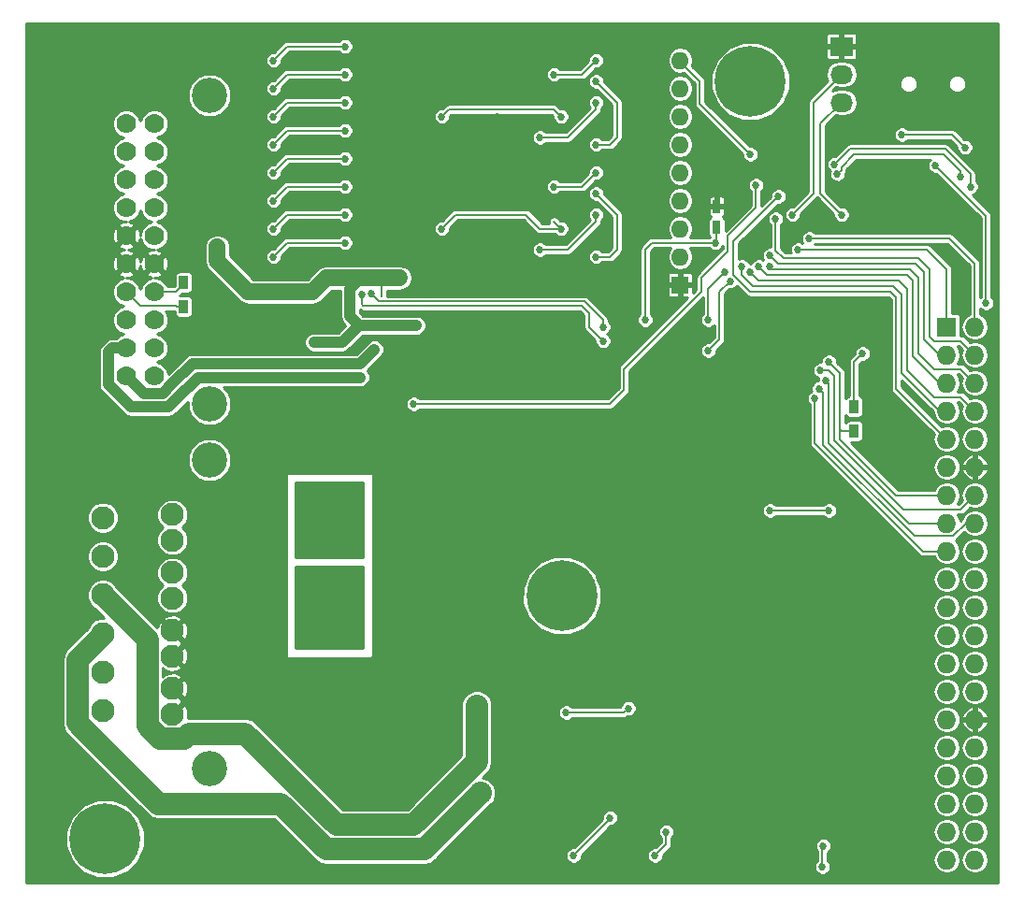
<source format=gbl>
%TF.GenerationSoftware,KiCad,Pcbnew,4.0.4-stable*%
%TF.CreationDate,2016-12-19T18:11:36-10:00*%
%TF.ProjectId,de0-cv-shield,6465302D63762D736869656C642E6B69,rev?*%
%TF.FileFunction,Copper,L2,Bot,Signal*%
%FSLAX46Y46*%
G04 Gerber Fmt 4.6, Leading zero omitted, Abs format (unit mm)*
G04 Created by KiCad (PCBNEW 4.0.4-stable) date 12/19/16 18:11:36*
%MOMM*%
%LPD*%
G01*
G04 APERTURE LIST*
%ADD10C,1.000760*%
%ADD11C,6.400000*%
%ADD12C,0.600000*%
%ADD13R,2.032000X1.727200*%
%ADD14O,2.032000X1.727200*%
%ADD15R,1.727200X1.727200*%
%ADD16O,1.727200X1.727200*%
%ADD17R,1.600000X1.600000*%
%ADD18O,1.600000X1.600000*%
%ADD19R,0.900000X1.200000*%
%ADD20R,0.750000X1.200000*%
%ADD21C,2.100000*%
%ADD22C,3.200000*%
%ADD23C,1.778000*%
%ADD24C,0.685800*%
%ADD25C,1.016000*%
%ADD26C,1.524000*%
%ADD27C,2.032000*%
%ADD28C,0.203200*%
%ADD29C,2.032000*%
%ADD30C,1.016000*%
%ADD31C,1.524000*%
%ADD32C,0.254000*%
G04 APERTURE END LIST*
D10*
D11*
X117542944Y-104982944D03*
D12*
X119942944Y-104982944D03*
X119240000Y-106680000D03*
X117542944Y-107382944D03*
X115845888Y-106680000D03*
X115142944Y-104982944D03*
X115845888Y-103285888D03*
X117542944Y-102582944D03*
X119240000Y-103285888D03*
D11*
X76200000Y-127000000D03*
D12*
X78600000Y-127000000D03*
X77897056Y-128697056D03*
X76200000Y-129400000D03*
X74502944Y-128697056D03*
X73800000Y-127000000D03*
X74502944Y-125302944D03*
X76200000Y-124600000D03*
X77897056Y-125302944D03*
D11*
X134620000Y-58420000D03*
D12*
X137020000Y-58420000D03*
X136317056Y-60117056D03*
X134620000Y-60820000D03*
X132922944Y-60117056D03*
X132220000Y-58420000D03*
X132922944Y-56722944D03*
X134620000Y-56020000D03*
X136317056Y-56722944D03*
D13*
X142875000Y-55245000D03*
D14*
X142875000Y-57785000D03*
X142875000Y-60325000D03*
D15*
X152400000Y-80645000D03*
D16*
X154940000Y-80645000D03*
X152400000Y-83185000D03*
X154940000Y-83185000D03*
X152400000Y-85725000D03*
X154940000Y-85725000D03*
X152400000Y-88265000D03*
X154940000Y-88265000D03*
X152400000Y-90805000D03*
X154940000Y-90805000D03*
X152400000Y-93345000D03*
X154940000Y-93345000D03*
X152400000Y-95885000D03*
X154940000Y-95885000D03*
X152400000Y-98425000D03*
X154940000Y-98425000D03*
X152400000Y-100965000D03*
X154940000Y-100965000D03*
X152400000Y-103505000D03*
X154940000Y-103505000D03*
X152400000Y-106045000D03*
X154940000Y-106045000D03*
X152400000Y-108585000D03*
X154940000Y-108585000D03*
X152400000Y-111125000D03*
X154940000Y-111125000D03*
X152400000Y-113665000D03*
X154940000Y-113665000D03*
X152400000Y-116205000D03*
X154940000Y-116205000D03*
X152400000Y-118745000D03*
X154940000Y-118745000D03*
X152400000Y-121285000D03*
X154940000Y-121285000D03*
X152400000Y-123825000D03*
X154940000Y-123825000D03*
X152400000Y-126365000D03*
X154940000Y-126365000D03*
X152400000Y-128905000D03*
X154940000Y-128905000D03*
D17*
X128270000Y-76835000D03*
D18*
X128270000Y-74295000D03*
X128270000Y-71755000D03*
X128270000Y-69215000D03*
X128270000Y-66675000D03*
X128270000Y-64135000D03*
X128270000Y-61595000D03*
X128270000Y-59055000D03*
X128270000Y-56515000D03*
D19*
X83312000Y-76624000D03*
X83312000Y-78824000D03*
D20*
X131572000Y-71628000D03*
X131572000Y-69728000D03*
D19*
X144018000Y-90084000D03*
X144018000Y-87884000D03*
D21*
X82285000Y-115705000D03*
X82285000Y-110455000D03*
X82285000Y-102905000D03*
X82285000Y-97655000D03*
X75985000Y-97930000D03*
X75985000Y-101430000D03*
X75985000Y-104930000D03*
X75985000Y-108430000D03*
X75985000Y-111930000D03*
D22*
X85645000Y-59690000D03*
X85645000Y-87630000D03*
X85645000Y-92710000D03*
X85645000Y-120650000D03*
D21*
X75985000Y-115430000D03*
X82285000Y-113405000D03*
X82285000Y-108155000D03*
X82285000Y-105205000D03*
X82285000Y-99955000D03*
D23*
X78105000Y-85090000D03*
X78105000Y-82550000D03*
X78105000Y-80010000D03*
X78105000Y-77470000D03*
X78105000Y-74930000D03*
X78105000Y-72390000D03*
X78105000Y-69850000D03*
X78105000Y-67310000D03*
X78105000Y-64770000D03*
X78105000Y-62230000D03*
X80645000Y-85090000D03*
X80645000Y-82550000D03*
X80645000Y-80010000D03*
X80645000Y-77470000D03*
X80645000Y-74930000D03*
X80645000Y-72390000D03*
X80645000Y-69850000D03*
X80645000Y-67310000D03*
X80645000Y-64770000D03*
X80645000Y-62230000D03*
D24*
X116840000Y-70472290D03*
X147320000Y-129540000D03*
X132080000Y-129540000D03*
X124460000Y-129540000D03*
X139700000Y-129540000D03*
D25*
X155580080Y-61135260D03*
X155580080Y-55636160D03*
X146679920Y-61135260D03*
X146679920Y-55636160D03*
D24*
X144526000Y-63246000D03*
X142494000Y-67691003D03*
X108585000Y-86360000D03*
X122809000Y-111506000D03*
X136144000Y-65024000D03*
X139446000Y-66040000D03*
X133604000Y-69850000D03*
X151384000Y-67056000D03*
X154432000Y-65532000D03*
D25*
X153162000Y-70612000D03*
D26*
X142494000Y-78994000D03*
D24*
X148590000Y-60960000D03*
D25*
X141605000Y-103505000D03*
X140335000Y-103505000D03*
X139065000Y-103505000D03*
X135255000Y-104775000D03*
X136525000Y-104775000D03*
X137795000Y-104775000D03*
X139065000Y-104775000D03*
X140335000Y-104775000D03*
X141605000Y-104775000D03*
X141605000Y-106045000D03*
X141605000Y-107315000D03*
X140335000Y-107315000D03*
X140335000Y-106045000D03*
X139065000Y-106045000D03*
X139065000Y-107315000D03*
X139065000Y-108585000D03*
X135255000Y-109855000D03*
X136525000Y-109855000D03*
X137795000Y-109855000D03*
X139065000Y-109855000D03*
X139065000Y-111125000D03*
X137795000Y-111125000D03*
X136525000Y-111125000D03*
X135255000Y-111125000D03*
X135255000Y-112395000D03*
X136525000Y-112395000D03*
X137795000Y-112395000D03*
X139065000Y-112395000D03*
X126238000Y-82931000D03*
D24*
X117475000Y-84439000D03*
D27*
X116205000Y-122555000D03*
X116205000Y-114935000D03*
X102870000Y-123190000D03*
X102870000Y-114935000D03*
D25*
X105918000Y-81661000D03*
X95758000Y-80391000D03*
D26*
X102235000Y-105410000D03*
X104140000Y-105410000D03*
X106045000Y-104140000D03*
X104140000Y-102235000D03*
X102235000Y-102235000D03*
X104140000Y-96520000D03*
X102235000Y-96520000D03*
X106045000Y-95250000D03*
X104140000Y-93345000D03*
X102235000Y-93345000D03*
D24*
X116840515Y-60299733D03*
X116205000Y-74803000D03*
X116205000Y-56007000D03*
X101473000Y-74295000D03*
X101473000Y-71755000D03*
X101473000Y-69215000D03*
X101473000Y-66675000D03*
X111760000Y-74295000D03*
X111760000Y-71755000D03*
X111760000Y-69215000D03*
X111760000Y-66675000D03*
X101473000Y-64135000D03*
X101473000Y-56515000D03*
X101473000Y-59055000D03*
X101473000Y-61595000D03*
X111760000Y-64135000D03*
X111760000Y-61595000D03*
X111760000Y-59055000D03*
X111760000Y-56515000D03*
D26*
X130556000Y-94996000D03*
X133096000Y-94996000D03*
X135636000Y-94996000D03*
X138176000Y-94996000D03*
X138176000Y-92456000D03*
X135636000Y-92456000D03*
X133096000Y-92456000D03*
X130556000Y-92456000D03*
X130556000Y-89916000D03*
X133096000Y-89916000D03*
X135636000Y-89916000D03*
X138176000Y-89916000D03*
X138176000Y-87376000D03*
X135636000Y-87376000D03*
X133096000Y-87376000D03*
X130556000Y-87376000D03*
D25*
X102870000Y-76200000D03*
D26*
X86360000Y-73406000D03*
D24*
X141732000Y-97282000D03*
X136398000Y-97282000D03*
X155956000Y-78486000D03*
X151384000Y-66040000D03*
D25*
X104394000Y-80518000D03*
X95123000Y-82042000D03*
D24*
X131445000Y-73025000D03*
X125095000Y-80010000D03*
X144780000Y-83058000D03*
X135128000Y-67818000D03*
X104140000Y-87630000D03*
D26*
X96520000Y-106680000D03*
X98425000Y-106680000D03*
X98425000Y-108585000D03*
X98425000Y-104775000D03*
X96520000Y-104775000D03*
X96520000Y-108585000D03*
X94615000Y-108585000D03*
X94615000Y-106680000D03*
X94615000Y-104775000D03*
X94615000Y-99695000D03*
X94615000Y-97790000D03*
X94615000Y-95885000D03*
X96520000Y-95885000D03*
X96520000Y-97790000D03*
X96520000Y-99695000D03*
X98425000Y-99695000D03*
X98425000Y-97790000D03*
X98425000Y-95885000D03*
D27*
X109855000Y-114935000D03*
X110165526Y-122865526D03*
D25*
X100584000Y-82677000D03*
X99314000Y-85217000D03*
D24*
X99427190Y-77685890D03*
X121285000Y-81915000D03*
X91440000Y-56515000D03*
X97917000Y-55245000D03*
X91440000Y-59055000D03*
X97917000Y-57785000D03*
X91440000Y-61595000D03*
X97917000Y-60325000D03*
X91440000Y-64135000D03*
X97917000Y-62865000D03*
X100330000Y-77630102D03*
X121285000Y-80645000D03*
X91440000Y-66675000D03*
X97917000Y-65405000D03*
X91440000Y-69215000D03*
X97917000Y-67945000D03*
X91440000Y-71755000D03*
X97917000Y-70485000D03*
X91440000Y-74295000D03*
X97917000Y-73025000D03*
X106680000Y-61595000D03*
X117475000Y-61595000D03*
X106680000Y-71755000D03*
X117475000Y-71755000D03*
X138430000Y-70485000D03*
X142875000Y-70485000D03*
X154051000Y-64389000D03*
X148336000Y-63246000D03*
X139954000Y-72644000D03*
X138938000Y-73660000D03*
X136906000Y-70866000D03*
X136398000Y-74168000D03*
X136398000Y-75184000D03*
X135382000Y-75184000D03*
X134620000Y-75692000D03*
X133858000Y-75184000D03*
X141732000Y-83820000D03*
X140462000Y-87122000D03*
X140843000Y-86233000D03*
X141478000Y-85471000D03*
X140970000Y-84582000D03*
X117932200Y-115570000D03*
X123571000Y-115189000D03*
X115570000Y-63500000D03*
X120650000Y-60325000D03*
X120650000Y-64135000D03*
X120650000Y-58420000D03*
X120650000Y-56515000D03*
X116840000Y-57785000D03*
X134620000Y-65024000D03*
X120650000Y-70485000D03*
X115570000Y-73660000D03*
X120650000Y-74295000D03*
X120650000Y-68580000D03*
X120650000Y-66675000D03*
X116840000Y-67945000D03*
X121920000Y-125095000D03*
X118618000Y-128524000D03*
X127000000Y-126365000D03*
X125984000Y-128524000D03*
X141224000Y-127635000D03*
X141140000Y-129540000D03*
X154559000Y-67945000D03*
X142240000Y-65913000D03*
X153670000Y-67056000D03*
X142494000Y-66802000D03*
X132334000Y-75692000D03*
X130810000Y-80010000D03*
X132765006Y-76530994D03*
X130810000Y-82804000D03*
X137160000Y-68834000D03*
D28*
X140335000Y-103505000D02*
X141605000Y-103505000D01*
X135255000Y-104775000D02*
X137795000Y-104775000D01*
X137795000Y-104775000D02*
X139065000Y-103505000D01*
X137795000Y-104775000D02*
X136525000Y-104775000D01*
X140335000Y-104775000D02*
X139065000Y-104775000D01*
X141605000Y-106045000D02*
X141605000Y-104775000D01*
X140335000Y-107315000D02*
X141605000Y-107315000D01*
X139065000Y-106045000D02*
X140335000Y-106045000D01*
X139065000Y-108585000D02*
X139065000Y-107315000D01*
X136525000Y-109855000D02*
X135255000Y-109855000D01*
X139065000Y-109855000D02*
X137795000Y-109855000D01*
X137795000Y-111125000D02*
X139065000Y-111125000D01*
X135255000Y-111125000D02*
X136525000Y-111125000D01*
X136525000Y-112395000D02*
X135255000Y-112395000D01*
X139065000Y-112395000D02*
X137795000Y-112395000D01*
D29*
X106045000Y-104140000D02*
X104775000Y-105410000D01*
X104775000Y-105410000D02*
X104140000Y-105410000D01*
X102235000Y-102235000D02*
X104140000Y-102235000D01*
X102235000Y-96520000D02*
X104140000Y-96520000D01*
X106045000Y-93345000D02*
X106045000Y-95250000D01*
X102235000Y-93345000D02*
X104140000Y-93345000D01*
D28*
X133096000Y-94996000D02*
X130556000Y-94996000D01*
X138176000Y-94996000D02*
X135636000Y-94996000D01*
X135636000Y-92456000D02*
X138176000Y-92456000D01*
X130556000Y-92456000D02*
X133096000Y-92456000D01*
X133096000Y-89916000D02*
X130556000Y-89916000D01*
X138176000Y-89916000D02*
X135636000Y-89916000D01*
X135636000Y-87376000D02*
X138176000Y-87376000D01*
X130556000Y-87376000D02*
X133096000Y-87376000D01*
D30*
X99353010Y-76200000D02*
X101219000Y-76200000D01*
X101219000Y-76200000D02*
X102870000Y-76200000D01*
D28*
X101219000Y-76200000D02*
X101219000Y-77927180D01*
D31*
X89154000Y-77470000D02*
X94742000Y-77470000D01*
D30*
X98373089Y-77179921D02*
X99353010Y-76200000D01*
X98373089Y-79704089D02*
X98373089Y-77179921D01*
X99187000Y-80518000D02*
X98373089Y-79704089D01*
D31*
X86360000Y-73406000D02*
X86360000Y-74676000D01*
X86360000Y-74676000D02*
X89154000Y-77470000D01*
X96266000Y-76200000D02*
X102870000Y-76200000D01*
X94996000Y-77470000D02*
X96266000Y-76200000D01*
X94742000Y-77470000D02*
X94996000Y-77470000D01*
D28*
X136398000Y-97282000D02*
X141732000Y-97282000D01*
X151384000Y-66040000D02*
X155956000Y-70612000D01*
X155956000Y-70612000D02*
X155956000Y-78486000D01*
D30*
X97663000Y-82042000D02*
X99187000Y-80518000D01*
X99187000Y-80518000D02*
X104394000Y-80518000D01*
X95123000Y-82042000D02*
X97663000Y-82042000D01*
D28*
X131572000Y-72898000D02*
X131445000Y-73025000D01*
X131572000Y-71628000D02*
X131572000Y-72898000D01*
X144018000Y-87884000D02*
X144018000Y-83820000D01*
X144018000Y-83820000D02*
X144780000Y-83058000D01*
X125095000Y-73660000D02*
X125730000Y-73025000D01*
X125730000Y-73025000D02*
X131445000Y-73025000D01*
X125095000Y-80010000D02*
X125095000Y-73660000D01*
X135128000Y-69850000D02*
X135128000Y-67818000D01*
X132588000Y-72390000D02*
X135128000Y-69850000D01*
X132588000Y-73787000D02*
X132588000Y-72390000D01*
X132080000Y-74295000D02*
X132588000Y-73787000D01*
X130175000Y-76200000D02*
X132080000Y-74295000D01*
X130175000Y-77470000D02*
X130175000Y-76200000D01*
X123190000Y-84455000D02*
X130175000Y-77470000D01*
X123190000Y-86360000D02*
X123190000Y-84455000D01*
X121920000Y-87630000D02*
X123190000Y-86360000D01*
X121285000Y-87630000D02*
X121920000Y-87630000D01*
X104140000Y-87630000D02*
X121285000Y-87630000D01*
D29*
X98425000Y-108585000D02*
X98425000Y-106680000D01*
X96520000Y-104775000D02*
X98425000Y-104775000D01*
X94615000Y-104775000D02*
X94615000Y-106680000D01*
X94615000Y-97790000D02*
X94615000Y-99695000D01*
X96520000Y-95885000D02*
X94615000Y-95885000D01*
X96520000Y-99695000D02*
X96520000Y-97790000D01*
X98425000Y-97790000D02*
X98425000Y-99695000D01*
X75985000Y-104930000D02*
X80015799Y-108960799D01*
X80015799Y-108960799D02*
X80015799Y-116794217D01*
X80015799Y-116794217D02*
X81195783Y-117974201D01*
X81195783Y-117974201D02*
X83320799Y-117974201D01*
X83320799Y-117974201D02*
X83820000Y-117475000D01*
X88900000Y-117475000D02*
X83820000Y-117475000D01*
X97155000Y-125730000D02*
X88900000Y-117475000D01*
X104140000Y-125730000D02*
X97155000Y-125730000D01*
X109855000Y-120015000D02*
X104140000Y-125730000D01*
X109855000Y-114935000D02*
X109855000Y-120015000D01*
X105079790Y-127965210D02*
X105079790Y-127951262D01*
X105079790Y-127951262D02*
X110165526Y-122865526D01*
X81021582Y-123825000D02*
X92088936Y-123825000D01*
X92088936Y-123825000D02*
X96229146Y-127965210D01*
X96229146Y-127965210D02*
X105079790Y-127965210D01*
X75985000Y-108430000D02*
X75985000Y-108571582D01*
X75985000Y-108571582D02*
X73715799Y-110840783D01*
X73715799Y-110840783D02*
X73715799Y-116519217D01*
X73715799Y-116519217D02*
X81021582Y-123825000D01*
D30*
X97993209Y-83997791D02*
X99263209Y-83997791D01*
X99263209Y-83997791D02*
X100584000Y-82677000D01*
X82296000Y-85807298D02*
X84105507Y-83997791D01*
X84105507Y-83997791D02*
X97993209Y-83997791D01*
X78105000Y-85090000D02*
X79705201Y-86690201D01*
X79705201Y-86690201D02*
X81413097Y-86690201D01*
X81413097Y-86690201D02*
X82296000Y-85807298D01*
X84610520Y-85217000D02*
X99314000Y-85217000D01*
X82632307Y-87195213D02*
X84610520Y-85217000D01*
X78105000Y-82550000D02*
X76847765Y-82550000D01*
X78556113Y-87909411D02*
X81918110Y-87909411D01*
X76847765Y-82550000D02*
X76504799Y-82892966D01*
X76504799Y-82892966D02*
X76504799Y-85858097D01*
X76504799Y-85858097D02*
X78556113Y-87909411D01*
X81918110Y-87909411D02*
X82632307Y-87195213D01*
D28*
X121285000Y-81915000D02*
X120015000Y-80645000D01*
X120015000Y-79375000D02*
X119380000Y-78740000D01*
X120015000Y-80645000D02*
X120015000Y-79375000D01*
X119380000Y-78740000D02*
X99568000Y-78740000D01*
X99427190Y-78599190D02*
X99427190Y-77685890D01*
X99568000Y-78740000D02*
X99427190Y-78599190D01*
X79375000Y-78740000D02*
X82574800Y-78740000D01*
X82574800Y-78740000D02*
X82658800Y-78824000D01*
X82658800Y-78824000D02*
X83312000Y-78824000D01*
X78105000Y-77470000D02*
X79375000Y-78740000D01*
X97917000Y-55245000D02*
X92710000Y-55245000D01*
X92710000Y-55245000D02*
X91440000Y-56515000D01*
X97917000Y-57785000D02*
X92710000Y-57785000D01*
X92710000Y-57785000D02*
X91440000Y-59055000D01*
X97917000Y-60325000D02*
X92710000Y-60325000D01*
X92710000Y-60325000D02*
X91440000Y-61595000D01*
X97917000Y-62865000D02*
X92710000Y-62865000D01*
X92710000Y-62865000D02*
X91440000Y-64135000D01*
X100977700Y-78333590D02*
X100977700Y-78277802D01*
X100977700Y-78277802D02*
X100330000Y-77630102D01*
X80645000Y-77470000D02*
X82616000Y-77470000D01*
X82616000Y-77470000D02*
X83312000Y-76774000D01*
X83312000Y-76774000D02*
X83312000Y-76624000D01*
X119608590Y-78333590D02*
X121285000Y-80010000D01*
X121285000Y-80010000D02*
X121285000Y-80645000D01*
X100977700Y-78333590D02*
X119608590Y-78333590D01*
X97917000Y-65405000D02*
X92710000Y-65405000D01*
X92710000Y-65405000D02*
X91440000Y-66675000D01*
X97917000Y-67945000D02*
X92710000Y-67945000D01*
X92710000Y-67945000D02*
X91440000Y-69215000D01*
X97917000Y-70485000D02*
X92710000Y-70485000D01*
X92710000Y-70485000D02*
X91440000Y-71755000D01*
X97917000Y-73025000D02*
X92710000Y-73025000D01*
X92710000Y-73025000D02*
X91440000Y-74295000D01*
X117475000Y-61595000D02*
X116827299Y-60947299D01*
X116827299Y-60947299D02*
X107327701Y-60947299D01*
X107327701Y-60947299D02*
X106680000Y-61595000D01*
X107950000Y-70485000D02*
X106680000Y-71755000D01*
X114300000Y-70485000D02*
X107950000Y-70485000D01*
X115570000Y-71755000D02*
X114300000Y-70485000D01*
X117475000Y-71755000D02*
X115570000Y-71755000D01*
X117475000Y-71755000D02*
X116840000Y-71120000D01*
X140335000Y-68580000D02*
X140335000Y-60325000D01*
X140335000Y-60325000D02*
X142875000Y-57785000D01*
X138430000Y-70485000D02*
X140335000Y-68580000D01*
X140970000Y-68580000D02*
X140970000Y-62230000D01*
X140970000Y-62230000D02*
X142875000Y-60325000D01*
X142875000Y-70485000D02*
X140970000Y-68580000D01*
X148336000Y-63246000D02*
X152908000Y-63246000D01*
X152908000Y-63246000D02*
X154051000Y-64389000D01*
X139954000Y-72644000D02*
X152654000Y-72644000D01*
X152654000Y-72644000D02*
X154940000Y-74930000D01*
X154940000Y-74930000D02*
X154940000Y-76454000D01*
X154940000Y-80645000D02*
X154940000Y-76454000D01*
X138938000Y-73660000D02*
X150622000Y-73660000D01*
X150622000Y-73660000D02*
X152400000Y-75438000D01*
X152400000Y-75438000D02*
X152400000Y-80645000D01*
X136906000Y-73717402D02*
X136906000Y-70866000D01*
X137922000Y-74422000D02*
X137610598Y-74422000D01*
X137610598Y-74422000D02*
X136906000Y-73717402D01*
X137922000Y-74422000D02*
X149860000Y-74422000D01*
X149860000Y-74422000D02*
X150876000Y-75438000D01*
X150876000Y-75438000D02*
X150876000Y-81534000D01*
X150876000Y-81534000D02*
X151257000Y-81915000D01*
X151257000Y-81915000D02*
X153670000Y-81915000D01*
X153670000Y-81915000D02*
X154940000Y-83185000D01*
X136398000Y-74168000D02*
X137160000Y-74930000D01*
X137160000Y-74930000D02*
X149606000Y-74930000D01*
X149606000Y-74930000D02*
X150368000Y-75692000D01*
X150368000Y-75692000D02*
X150368000Y-81788000D01*
X150368000Y-81788000D02*
X151765000Y-83185000D01*
X151765000Y-83185000D02*
X152400000Y-83185000D01*
X136398000Y-75184000D02*
X136652000Y-75438000D01*
X149098000Y-75438000D02*
X149860000Y-76200000D01*
X136652000Y-75438000D02*
X149098000Y-75438000D01*
X151257000Y-84455000D02*
X153670000Y-84455000D01*
X149860000Y-76200000D02*
X149860000Y-83058000D01*
X149860000Y-83058000D02*
X151257000Y-84455000D01*
X153670000Y-84455000D02*
X154940000Y-85725000D01*
X135382000Y-75184000D02*
X136144000Y-75946000D01*
X136144000Y-75946000D02*
X148844000Y-75946000D01*
X148844000Y-75946000D02*
X149352000Y-76454000D01*
X149352000Y-76454000D02*
X149352000Y-83312000D01*
X151765000Y-85725000D02*
X152400000Y-85725000D01*
X149352000Y-83312000D02*
X151765000Y-85725000D01*
X154940000Y-88265000D02*
X153670000Y-86995000D01*
X153670000Y-86995000D02*
X151257000Y-86995000D01*
X151257000Y-86995000D02*
X148844000Y-84582000D01*
X148844000Y-84582000D02*
X148844000Y-77216000D01*
X148844000Y-77216000D02*
X148082000Y-76454000D01*
X148082000Y-76454000D02*
X135382000Y-76454000D01*
X135382000Y-76454000D02*
X134620000Y-75692000D01*
X133858000Y-75184000D02*
X133858000Y-75946000D01*
X133858000Y-75946000D02*
X134874000Y-76962000D01*
X151765000Y-88265000D02*
X152400000Y-88265000D01*
X134874000Y-76962000D02*
X147574000Y-76962000D01*
X148336000Y-84836000D02*
X151765000Y-88265000D01*
X147574000Y-76962000D02*
X148336000Y-77724000D01*
X148336000Y-77724000D02*
X148336000Y-84836000D01*
X142748000Y-85217000D02*
X142748000Y-84836000D01*
X142748000Y-84836000D02*
X141732000Y-83820000D01*
X142748000Y-85217000D02*
X142748000Y-89916000D01*
X142748000Y-89916000D02*
X142748000Y-90805000D01*
X144018000Y-90084000D02*
X142916000Y-90084000D01*
X142916000Y-90084000D02*
X142748000Y-89916000D01*
X142748000Y-90805000D02*
X147828000Y-95885000D01*
X147828000Y-95885000D02*
X152400000Y-95885000D01*
X140462000Y-91186000D02*
X150241000Y-100965000D01*
X150241000Y-100965000D02*
X152400000Y-100965000D01*
X140462000Y-87122000D02*
X140462000Y-91186000D01*
X140843000Y-86233000D02*
X141224000Y-86614000D01*
X141224000Y-86614000D02*
X141224000Y-91373250D01*
X141224000Y-91373250D02*
X149444151Y-99593401D01*
X152960833Y-99593401D02*
X154129234Y-98425000D01*
X149444151Y-99593401D02*
X152960833Y-99593401D01*
X154129234Y-98425000D02*
X154940000Y-98425000D01*
X141478000Y-85471000D02*
X141732000Y-85725000D01*
X141732000Y-85725000D02*
X141732000Y-91186000D01*
X141732000Y-91186000D02*
X148971000Y-98425000D01*
X148971000Y-98425000D02*
X152400000Y-98425000D01*
X140970000Y-84582000D02*
X141732000Y-84582000D01*
X141732000Y-84582000D02*
X142240000Y-85090000D01*
X142240000Y-85090000D02*
X142240000Y-90932000D01*
X142240000Y-90932000D02*
X148463000Y-97155000D01*
X148463000Y-97155000D02*
X153670000Y-97155000D01*
X153670000Y-97155000D02*
X154940000Y-95885000D01*
X123571000Y-115189000D02*
X123190000Y-115570000D01*
X123190000Y-115570000D02*
X117932200Y-115570000D01*
X120650000Y-60960000D02*
X118110000Y-63500000D01*
X118110000Y-63500000D02*
X115570000Y-63500000D01*
X120650000Y-60325000D02*
X120650000Y-60960000D01*
X120650000Y-58420000D02*
X122555000Y-60325000D01*
X122555000Y-60325000D02*
X122555000Y-63500000D01*
X122555000Y-63500000D02*
X121920000Y-64135000D01*
X121920000Y-64135000D02*
X120650000Y-64135000D01*
X116840000Y-57785000D02*
X119380000Y-57785000D01*
X119380000Y-57785000D02*
X120650000Y-56515000D01*
X130048000Y-58420000D02*
X130048000Y-60452000D01*
X130048000Y-60452000D02*
X134620000Y-65024000D01*
X128270000Y-56642000D02*
X130048000Y-58420000D01*
X128270000Y-56515000D02*
X128270000Y-56642000D01*
X120650000Y-71120000D02*
X120650000Y-70485000D01*
X118110000Y-73660000D02*
X120650000Y-71120000D01*
X115570000Y-73660000D02*
X118110000Y-73660000D01*
X121920000Y-74295000D02*
X120650000Y-74295000D01*
X122555000Y-73660000D02*
X121920000Y-74295000D01*
X122555000Y-70485000D02*
X122555000Y-73660000D01*
X120650000Y-68580000D02*
X122555000Y-70485000D01*
X116840000Y-67945000D02*
X119380000Y-67945000D01*
X119380000Y-67945000D02*
X120650000Y-66675000D01*
X118618000Y-128524000D02*
X121920000Y-125222000D01*
X121920000Y-125222000D02*
X121920000Y-125095000D01*
X125984000Y-128524000D02*
X127000000Y-127508000D01*
X127000000Y-127508000D02*
X127000000Y-126365000D01*
X141140000Y-127719000D02*
X141224000Y-127635000D01*
X141140000Y-129540000D02*
X141140000Y-127719000D01*
X153035000Y-65278000D02*
X154559000Y-66802000D01*
X154559000Y-66802000D02*
X154559000Y-67945000D01*
X152273000Y-64516000D02*
X153035000Y-65278000D01*
X143637000Y-64516000D02*
X152273000Y-64516000D01*
X142240000Y-65913000D02*
X143637000Y-64516000D01*
X153670000Y-67056000D02*
X153670000Y-66548000D01*
X153670000Y-66548000D02*
X152146000Y-65024000D01*
X152146000Y-65024000D02*
X144018000Y-65024000D01*
X144018000Y-65024000D02*
X142836899Y-66205101D01*
X142836899Y-66205101D02*
X142836899Y-66459101D01*
X142836899Y-66459101D02*
X142494000Y-66802000D01*
X130810000Y-77216000D02*
X130810000Y-77299440D01*
X132334000Y-75692000D02*
X130810000Y-77216000D01*
X130810000Y-80010000D02*
X130810000Y-77299440D01*
X131826000Y-81788000D02*
X131826000Y-77470000D01*
X131826000Y-77470000D02*
X132765006Y-76530994D01*
X130810000Y-82804000D02*
X131826000Y-81788000D01*
X133096000Y-75946000D02*
X133096000Y-72898000D01*
X133096000Y-72898000D02*
X137160000Y-68834000D01*
X134620000Y-77470000D02*
X133096000Y-75946000D01*
X147320000Y-77470000D02*
X134620000Y-77470000D01*
X147828000Y-77978000D02*
X147320000Y-77470000D01*
X147828000Y-86233000D02*
X147828000Y-77978000D01*
X152400000Y-90805000D02*
X147828000Y-86233000D01*
D32*
G36*
X157049000Y-131014000D02*
X69011000Y-131014000D01*
X69011000Y-127709180D01*
X72618380Y-127709180D01*
X73162406Y-129025824D01*
X74168878Y-130034054D01*
X75484570Y-130580377D01*
X76909180Y-130581620D01*
X78225824Y-130037594D01*
X78580675Y-129683361D01*
X140415975Y-129683361D01*
X140525950Y-129949521D01*
X140729408Y-130153335D01*
X140995376Y-130263774D01*
X141283361Y-130264025D01*
X141549521Y-130154050D01*
X141753335Y-129950592D01*
X141863774Y-129684624D01*
X141864025Y-129396639D01*
X141754050Y-129130479D01*
X141622600Y-128998799D01*
X141622600Y-128905000D01*
X151131017Y-128905000D01*
X151225757Y-129381288D01*
X151495552Y-129785065D01*
X151899329Y-130054860D01*
X152375617Y-130149600D01*
X152424383Y-130149600D01*
X152900671Y-130054860D01*
X153304448Y-129785065D01*
X153574243Y-129381288D01*
X153668983Y-128905000D01*
X153671017Y-128905000D01*
X153765757Y-129381288D01*
X154035552Y-129785065D01*
X154439329Y-130054860D01*
X154915617Y-130149600D01*
X154964383Y-130149600D01*
X155440671Y-130054860D01*
X155844448Y-129785065D01*
X156114243Y-129381288D01*
X156208983Y-128905000D01*
X156114243Y-128428712D01*
X155844448Y-128024935D01*
X155440671Y-127755140D01*
X154964383Y-127660400D01*
X154915617Y-127660400D01*
X154439329Y-127755140D01*
X154035552Y-128024935D01*
X153765757Y-128428712D01*
X153671017Y-128905000D01*
X153668983Y-128905000D01*
X153574243Y-128428712D01*
X153304448Y-128024935D01*
X152900671Y-127755140D01*
X152424383Y-127660400D01*
X152375617Y-127660400D01*
X151899329Y-127755140D01*
X151495552Y-128024935D01*
X151225757Y-128428712D01*
X151131017Y-128905000D01*
X141622600Y-128905000D01*
X141622600Y-128253562D01*
X141633521Y-128249050D01*
X141837335Y-128045592D01*
X141947774Y-127779624D01*
X141948025Y-127491639D01*
X141838050Y-127225479D01*
X141634592Y-127021665D01*
X141368624Y-126911226D01*
X141080639Y-126910975D01*
X140814479Y-127020950D01*
X140610665Y-127224408D01*
X140500226Y-127490376D01*
X140499975Y-127778361D01*
X140609950Y-128044521D01*
X140657400Y-128092054D01*
X140657400Y-128998901D01*
X140526665Y-129129408D01*
X140416226Y-129395376D01*
X140415975Y-129683361D01*
X78580675Y-129683361D01*
X79234054Y-129031122D01*
X79780377Y-127715430D01*
X79781620Y-126290820D01*
X79237594Y-124974176D01*
X78231122Y-123965946D01*
X76915430Y-123419623D01*
X75490820Y-123418380D01*
X74174176Y-123962406D01*
X73165946Y-124968878D01*
X72619623Y-126284570D01*
X72618380Y-127709180D01*
X69011000Y-127709180D01*
X69011000Y-110840783D01*
X72318799Y-110840783D01*
X72318799Y-116519217D01*
X72425139Y-117053826D01*
X72727971Y-117507045D01*
X80033754Y-124812828D01*
X80486973Y-125115660D01*
X81021582Y-125222000D01*
X91510280Y-125222000D01*
X95241318Y-128953038D01*
X95694537Y-129255870D01*
X96229146Y-129362210D01*
X105079790Y-129362210D01*
X105614399Y-129255870D01*
X106067618Y-128953038D01*
X106095705Y-128911003D01*
X106339347Y-128667361D01*
X117893975Y-128667361D01*
X118003950Y-128933521D01*
X118207408Y-129137335D01*
X118473376Y-129247774D01*
X118761361Y-129248025D01*
X119027521Y-129138050D01*
X119231335Y-128934592D01*
X119341774Y-128668624D01*
X119341775Y-128667361D01*
X125259975Y-128667361D01*
X125369950Y-128933521D01*
X125573408Y-129137335D01*
X125839376Y-129247774D01*
X126127361Y-129248025D01*
X126393521Y-129138050D01*
X126597335Y-128934592D01*
X126707774Y-128668624D01*
X126707936Y-128482564D01*
X127341250Y-127849250D01*
X127445864Y-127692683D01*
X127482600Y-127508000D01*
X127482600Y-126906099D01*
X127613335Y-126775592D01*
X127723774Y-126509624D01*
X127723900Y-126365000D01*
X151131017Y-126365000D01*
X151225757Y-126841288D01*
X151495552Y-127245065D01*
X151899329Y-127514860D01*
X152375617Y-127609600D01*
X152424383Y-127609600D01*
X152900671Y-127514860D01*
X153304448Y-127245065D01*
X153574243Y-126841288D01*
X153668983Y-126365000D01*
X153671017Y-126365000D01*
X153765757Y-126841288D01*
X154035552Y-127245065D01*
X154439329Y-127514860D01*
X154915617Y-127609600D01*
X154964383Y-127609600D01*
X155440671Y-127514860D01*
X155844448Y-127245065D01*
X156114243Y-126841288D01*
X156208983Y-126365000D01*
X156114243Y-125888712D01*
X155844448Y-125484935D01*
X155440671Y-125215140D01*
X154964383Y-125120400D01*
X154915617Y-125120400D01*
X154439329Y-125215140D01*
X154035552Y-125484935D01*
X153765757Y-125888712D01*
X153671017Y-126365000D01*
X153668983Y-126365000D01*
X153574243Y-125888712D01*
X153304448Y-125484935D01*
X152900671Y-125215140D01*
X152424383Y-125120400D01*
X152375617Y-125120400D01*
X151899329Y-125215140D01*
X151495552Y-125484935D01*
X151225757Y-125888712D01*
X151131017Y-126365000D01*
X127723900Y-126365000D01*
X127724025Y-126221639D01*
X127614050Y-125955479D01*
X127410592Y-125751665D01*
X127144624Y-125641226D01*
X126856639Y-125640975D01*
X126590479Y-125750950D01*
X126386665Y-125954408D01*
X126276226Y-126220376D01*
X126275975Y-126508361D01*
X126385950Y-126774521D01*
X126517400Y-126906201D01*
X126517400Y-127308100D01*
X126025364Y-127800136D01*
X125840639Y-127799975D01*
X125574479Y-127909950D01*
X125370665Y-128113408D01*
X125260226Y-128379376D01*
X125259975Y-128667361D01*
X119341775Y-128667361D01*
X119341936Y-128482564D01*
X122005525Y-125818975D01*
X122063361Y-125819025D01*
X122329521Y-125709050D01*
X122533335Y-125505592D01*
X122643774Y-125239624D01*
X122644025Y-124951639D01*
X122534050Y-124685479D01*
X122330592Y-124481665D01*
X122064624Y-124371226D01*
X121776639Y-124370975D01*
X121510479Y-124480950D01*
X121306665Y-124684408D01*
X121196226Y-124950376D01*
X121195975Y-125238361D01*
X121203332Y-125256168D01*
X118659364Y-127800136D01*
X118474639Y-127799975D01*
X118208479Y-127909950D01*
X118004665Y-128113408D01*
X117894226Y-128379376D01*
X117893975Y-128667361D01*
X106339347Y-128667361D01*
X111152492Y-123854216D01*
X111181759Y-123825000D01*
X151131017Y-123825000D01*
X151225757Y-124301288D01*
X151495552Y-124705065D01*
X151899329Y-124974860D01*
X152375617Y-125069600D01*
X152424383Y-125069600D01*
X152900671Y-124974860D01*
X153304448Y-124705065D01*
X153574243Y-124301288D01*
X153668983Y-123825000D01*
X153671017Y-123825000D01*
X153765757Y-124301288D01*
X154035552Y-124705065D01*
X154439329Y-124974860D01*
X154915617Y-125069600D01*
X154964383Y-125069600D01*
X155440671Y-124974860D01*
X155844448Y-124705065D01*
X156114243Y-124301288D01*
X156208983Y-123825000D01*
X156114243Y-123348712D01*
X155844448Y-122944935D01*
X155440671Y-122675140D01*
X154964383Y-122580400D01*
X154915617Y-122580400D01*
X154439329Y-122675140D01*
X154035552Y-122944935D01*
X153765757Y-123348712D01*
X153671017Y-123825000D01*
X153668983Y-123825000D01*
X153574243Y-123348712D01*
X153304448Y-122944935D01*
X152900671Y-122675140D01*
X152424383Y-122580400D01*
X152375617Y-122580400D01*
X151899329Y-122675140D01*
X151495552Y-122944935D01*
X151225757Y-123348712D01*
X151131017Y-123825000D01*
X111181759Y-123825000D01*
X111349155Y-123657896D01*
X111562283Y-123144626D01*
X111562768Y-122588865D01*
X111350536Y-122075223D01*
X110957896Y-121681897D01*
X110444626Y-121468769D01*
X110376947Y-121468710D01*
X110560657Y-121285000D01*
X151131017Y-121285000D01*
X151225757Y-121761288D01*
X151495552Y-122165065D01*
X151899329Y-122434860D01*
X152375617Y-122529600D01*
X152424383Y-122529600D01*
X152900671Y-122434860D01*
X153304448Y-122165065D01*
X153574243Y-121761288D01*
X153668983Y-121285000D01*
X153671017Y-121285000D01*
X153765757Y-121761288D01*
X154035552Y-122165065D01*
X154439329Y-122434860D01*
X154915617Y-122529600D01*
X154964383Y-122529600D01*
X155440671Y-122434860D01*
X155844448Y-122165065D01*
X156114243Y-121761288D01*
X156208983Y-121285000D01*
X156114243Y-120808712D01*
X155844448Y-120404935D01*
X155440671Y-120135140D01*
X154964383Y-120040400D01*
X154915617Y-120040400D01*
X154439329Y-120135140D01*
X154035552Y-120404935D01*
X153765757Y-120808712D01*
X153671017Y-121285000D01*
X153668983Y-121285000D01*
X153574243Y-120808712D01*
X153304448Y-120404935D01*
X152900671Y-120135140D01*
X152424383Y-120040400D01*
X152375617Y-120040400D01*
X151899329Y-120135140D01*
X151495552Y-120404935D01*
X151225757Y-120808712D01*
X151131017Y-121285000D01*
X110560657Y-121285000D01*
X110842829Y-121002828D01*
X111024363Y-120731143D01*
X111145660Y-120549609D01*
X111252000Y-120015000D01*
X111252000Y-118745000D01*
X151131017Y-118745000D01*
X151225757Y-119221288D01*
X151495552Y-119625065D01*
X151899329Y-119894860D01*
X152375617Y-119989600D01*
X152424383Y-119989600D01*
X152900671Y-119894860D01*
X153304448Y-119625065D01*
X153574243Y-119221288D01*
X153668983Y-118745000D01*
X153671017Y-118745000D01*
X153765757Y-119221288D01*
X154035552Y-119625065D01*
X154439329Y-119894860D01*
X154915617Y-119989600D01*
X154964383Y-119989600D01*
X155440671Y-119894860D01*
X155844448Y-119625065D01*
X156114243Y-119221288D01*
X156208983Y-118745000D01*
X156114243Y-118268712D01*
X155844448Y-117864935D01*
X155440671Y-117595140D01*
X154964383Y-117500400D01*
X154915617Y-117500400D01*
X154439329Y-117595140D01*
X154035552Y-117864935D01*
X153765757Y-118268712D01*
X153671017Y-118745000D01*
X153668983Y-118745000D01*
X153574243Y-118268712D01*
X153304448Y-117864935D01*
X152900671Y-117595140D01*
X152424383Y-117500400D01*
X152375617Y-117500400D01*
X151899329Y-117595140D01*
X151495552Y-117864935D01*
X151225757Y-118268712D01*
X151131017Y-118745000D01*
X111252000Y-118745000D01*
X111252000Y-115713361D01*
X117208175Y-115713361D01*
X117318150Y-115979521D01*
X117521608Y-116183335D01*
X117787576Y-116293774D01*
X118075561Y-116294025D01*
X118291018Y-116205000D01*
X151131017Y-116205000D01*
X151225757Y-116681288D01*
X151495552Y-117085065D01*
X151899329Y-117354860D01*
X152375617Y-117449600D01*
X152424383Y-117449600D01*
X152900671Y-117354860D01*
X153304448Y-117085065D01*
X153574243Y-116681288D01*
X153605506Y-116524118D01*
X153737007Y-116524118D01*
X153863695Y-116830001D01*
X154184801Y-117194310D01*
X154620880Y-117408005D01*
X154813000Y-117347865D01*
X154813000Y-116332000D01*
X155067000Y-116332000D01*
X155067000Y-117347865D01*
X155259120Y-117408005D01*
X155695199Y-117194310D01*
X156016305Y-116830001D01*
X156142993Y-116524118D01*
X156082312Y-116332000D01*
X155067000Y-116332000D01*
X154813000Y-116332000D01*
X153797688Y-116332000D01*
X153737007Y-116524118D01*
X153605506Y-116524118D01*
X153668983Y-116205000D01*
X153605507Y-115885882D01*
X153737007Y-115885882D01*
X153797688Y-116078000D01*
X154813000Y-116078000D01*
X154813000Y-115062135D01*
X155067000Y-115062135D01*
X155067000Y-116078000D01*
X156082312Y-116078000D01*
X156142993Y-115885882D01*
X156016305Y-115579999D01*
X155695199Y-115215690D01*
X155259120Y-115001995D01*
X155067000Y-115062135D01*
X154813000Y-115062135D01*
X154620880Y-115001995D01*
X154184801Y-115215690D01*
X153863695Y-115579999D01*
X153737007Y-115885882D01*
X153605507Y-115885882D01*
X153574243Y-115728712D01*
X153304448Y-115324935D01*
X152900671Y-115055140D01*
X152424383Y-114960400D01*
X152375617Y-114960400D01*
X151899329Y-115055140D01*
X151495552Y-115324935D01*
X151225757Y-115728712D01*
X151131017Y-116205000D01*
X118291018Y-116205000D01*
X118341721Y-116184050D01*
X118473401Y-116052600D01*
X123190000Y-116052600D01*
X123374683Y-116015864D01*
X123528836Y-115912863D01*
X123714361Y-115913025D01*
X123980521Y-115803050D01*
X124184335Y-115599592D01*
X124294774Y-115333624D01*
X124295025Y-115045639D01*
X124185050Y-114779479D01*
X123981592Y-114575665D01*
X123715624Y-114465226D01*
X123427639Y-114464975D01*
X123161479Y-114574950D01*
X122957665Y-114778408D01*
X122847226Y-115044376D01*
X122847189Y-115087400D01*
X118473299Y-115087400D01*
X118342792Y-114956665D01*
X118076824Y-114846226D01*
X117788839Y-114845975D01*
X117522679Y-114955950D01*
X117318865Y-115159408D01*
X117208426Y-115425376D01*
X117208175Y-115713361D01*
X111252000Y-115713361D01*
X111252000Y-114935647D01*
X111252242Y-114658339D01*
X111040010Y-114144697D01*
X110647370Y-113751371D01*
X110439366Y-113665000D01*
X151131017Y-113665000D01*
X151225757Y-114141288D01*
X151495552Y-114545065D01*
X151899329Y-114814860D01*
X152375617Y-114909600D01*
X152424383Y-114909600D01*
X152900671Y-114814860D01*
X153304448Y-114545065D01*
X153574243Y-114141288D01*
X153668983Y-113665000D01*
X153671017Y-113665000D01*
X153765757Y-114141288D01*
X154035552Y-114545065D01*
X154439329Y-114814860D01*
X154915617Y-114909600D01*
X154964383Y-114909600D01*
X155440671Y-114814860D01*
X155844448Y-114545065D01*
X156114243Y-114141288D01*
X156208983Y-113665000D01*
X156114243Y-113188712D01*
X155844448Y-112784935D01*
X155440671Y-112515140D01*
X154964383Y-112420400D01*
X154915617Y-112420400D01*
X154439329Y-112515140D01*
X154035552Y-112784935D01*
X153765757Y-113188712D01*
X153671017Y-113665000D01*
X153668983Y-113665000D01*
X153574243Y-113188712D01*
X153304448Y-112784935D01*
X152900671Y-112515140D01*
X152424383Y-112420400D01*
X152375617Y-112420400D01*
X151899329Y-112515140D01*
X151495552Y-112784935D01*
X151225757Y-113188712D01*
X151131017Y-113665000D01*
X110439366Y-113665000D01*
X110134100Y-113538243D01*
X109578339Y-113537758D01*
X109064697Y-113749990D01*
X108671371Y-114142630D01*
X108458243Y-114655900D01*
X108457758Y-115211661D01*
X108458000Y-115212247D01*
X108458000Y-119436343D01*
X103561344Y-124333000D01*
X97733656Y-124333000D01*
X89887828Y-116487172D01*
X89434609Y-116184340D01*
X88900000Y-116078000D01*
X83820000Y-116078000D01*
X83660108Y-116109804D01*
X83727984Y-115920822D01*
X83700735Y-115352187D01*
X83535552Y-114953401D01*
X83334954Y-114834651D01*
X82464605Y-115705000D01*
X82478748Y-115719143D01*
X82299143Y-115898748D01*
X82285000Y-115884605D01*
X82270858Y-115898748D01*
X82091253Y-115719143D01*
X82105395Y-115705000D01*
X82091253Y-115690858D01*
X82270858Y-115511253D01*
X82285000Y-115525395D01*
X83155349Y-114655046D01*
X83096124Y-114555000D01*
X83155349Y-114454954D01*
X82285000Y-113584605D01*
X82270858Y-113598748D01*
X82091253Y-113419143D01*
X82105395Y-113405000D01*
X82464605Y-113405000D01*
X83334954Y-114275349D01*
X83535552Y-114156599D01*
X83727984Y-113620822D01*
X83700735Y-113052187D01*
X83535552Y-112653401D01*
X83334954Y-112534651D01*
X82464605Y-113405000D01*
X82105395Y-113405000D01*
X82091253Y-113390858D01*
X82270858Y-113211253D01*
X82285000Y-113225395D01*
X83155349Y-112355046D01*
X83036599Y-112154448D01*
X82500822Y-111962016D01*
X81932187Y-111989265D01*
X81533401Y-112154448D01*
X81414652Y-112355044D01*
X81412799Y-112353191D01*
X81412799Y-111506809D01*
X81414652Y-111504956D01*
X81533401Y-111705552D01*
X82069178Y-111897984D01*
X82637813Y-111870735D01*
X83036599Y-111705552D01*
X83155349Y-111504954D01*
X82285000Y-110634605D01*
X82270858Y-110648748D01*
X82091253Y-110469143D01*
X82105395Y-110455000D01*
X82464605Y-110455000D01*
X83334954Y-111325349D01*
X83535552Y-111206599D01*
X83564859Y-111125000D01*
X151131017Y-111125000D01*
X151225757Y-111601288D01*
X151495552Y-112005065D01*
X151899329Y-112274860D01*
X152375617Y-112369600D01*
X152424383Y-112369600D01*
X152900671Y-112274860D01*
X153304448Y-112005065D01*
X153574243Y-111601288D01*
X153668983Y-111125000D01*
X153671017Y-111125000D01*
X153765757Y-111601288D01*
X154035552Y-112005065D01*
X154439329Y-112274860D01*
X154915617Y-112369600D01*
X154964383Y-112369600D01*
X155440671Y-112274860D01*
X155844448Y-112005065D01*
X156114243Y-111601288D01*
X156208983Y-111125000D01*
X156114243Y-110648712D01*
X155844448Y-110244935D01*
X155440671Y-109975140D01*
X154964383Y-109880400D01*
X154915617Y-109880400D01*
X154439329Y-109975140D01*
X154035552Y-110244935D01*
X153765757Y-110648712D01*
X153671017Y-111125000D01*
X153668983Y-111125000D01*
X153574243Y-110648712D01*
X153304448Y-110244935D01*
X152900671Y-109975140D01*
X152424383Y-109880400D01*
X152375617Y-109880400D01*
X151899329Y-109975140D01*
X151495552Y-110244935D01*
X151225757Y-110648712D01*
X151131017Y-111125000D01*
X83564859Y-111125000D01*
X83727984Y-110670822D01*
X83700735Y-110102187D01*
X83535552Y-109703401D01*
X83334954Y-109584651D01*
X82464605Y-110455000D01*
X82105395Y-110455000D01*
X82091253Y-110440858D01*
X82270858Y-110261253D01*
X82285000Y-110275395D01*
X83155349Y-109405046D01*
X83096124Y-109305000D01*
X83155349Y-109204954D01*
X82285000Y-108334605D01*
X82270858Y-108348748D01*
X82091253Y-108169143D01*
X82105395Y-108155000D01*
X82464605Y-108155000D01*
X83334954Y-109025349D01*
X83535552Y-108906599D01*
X83727984Y-108370822D01*
X83700735Y-107802187D01*
X83535552Y-107403401D01*
X83334954Y-107284651D01*
X82464605Y-108155000D01*
X82105395Y-108155000D01*
X81235046Y-107284651D01*
X81034448Y-107403401D01*
X80875792Y-107845136D01*
X80135702Y-107105046D01*
X81414651Y-107105046D01*
X82285000Y-107975395D01*
X83155349Y-107105046D01*
X83036599Y-106904448D01*
X82500822Y-106712016D01*
X81932187Y-106739265D01*
X81533401Y-106904448D01*
X81414651Y-107105046D01*
X80135702Y-107105046D01*
X77232459Y-104201803D01*
X77198850Y-104120463D01*
X76796655Y-103717565D01*
X76270892Y-103499249D01*
X75701605Y-103498752D01*
X75175463Y-103716150D01*
X74772565Y-104118345D01*
X74554249Y-104644108D01*
X74553752Y-105213395D01*
X74771150Y-105739537D01*
X75173345Y-106142435D01*
X75256172Y-106176828D01*
X76078425Y-106999081D01*
X75701605Y-106998752D01*
X75175463Y-107216150D01*
X74772565Y-107618345D01*
X74637636Y-107943290D01*
X72727971Y-109852955D01*
X72425139Y-110306174D01*
X72318799Y-110840783D01*
X69011000Y-110840783D01*
X69011000Y-103188395D01*
X80853752Y-103188395D01*
X81071150Y-103714537D01*
X81411260Y-104055241D01*
X81072565Y-104393345D01*
X80854249Y-104919108D01*
X80853752Y-105488395D01*
X81071150Y-106014537D01*
X81473345Y-106417435D01*
X81999108Y-106635751D01*
X82568395Y-106636248D01*
X83094537Y-106418850D01*
X83497435Y-106016655D01*
X83715751Y-105490892D01*
X83716248Y-104921605D01*
X83498850Y-104395463D01*
X83158740Y-104054759D01*
X83497435Y-103716655D01*
X83715751Y-103190892D01*
X83716248Y-102621605D01*
X83498850Y-102095463D01*
X83096655Y-101692565D01*
X82570892Y-101474249D01*
X82001605Y-101473752D01*
X81475463Y-101691150D01*
X81072565Y-102093345D01*
X80854249Y-102619108D01*
X80853752Y-103188395D01*
X69011000Y-103188395D01*
X69011000Y-101713395D01*
X74553752Y-101713395D01*
X74771150Y-102239537D01*
X75173345Y-102642435D01*
X75699108Y-102860751D01*
X76268395Y-102861248D01*
X76794537Y-102643850D01*
X77197435Y-102241655D01*
X77415751Y-101715892D01*
X77416248Y-101146605D01*
X77198850Y-100620463D01*
X76796655Y-100217565D01*
X76270892Y-99999249D01*
X75701605Y-99998752D01*
X75175463Y-100216150D01*
X74772565Y-100618345D01*
X74554249Y-101144108D01*
X74553752Y-101713395D01*
X69011000Y-101713395D01*
X69011000Y-98213395D01*
X74553752Y-98213395D01*
X74771150Y-98739537D01*
X75173345Y-99142435D01*
X75699108Y-99360751D01*
X76268395Y-99361248D01*
X76794537Y-99143850D01*
X77197435Y-98741655D01*
X77415751Y-98215892D01*
X77415993Y-97938395D01*
X80853752Y-97938395D01*
X81071150Y-98464537D01*
X81411260Y-98805241D01*
X81072565Y-99143345D01*
X80854249Y-99669108D01*
X80853752Y-100238395D01*
X81071150Y-100764537D01*
X81473345Y-101167435D01*
X81999108Y-101385751D01*
X82568395Y-101386248D01*
X83094537Y-101168850D01*
X83497435Y-100766655D01*
X83715751Y-100240892D01*
X83716248Y-99671605D01*
X83498850Y-99145463D01*
X83158740Y-98804759D01*
X83497435Y-98466655D01*
X83715751Y-97940892D01*
X83716248Y-97371605D01*
X83498850Y-96845463D01*
X83096655Y-96442565D01*
X82570892Y-96224249D01*
X82001605Y-96223752D01*
X81475463Y-96441150D01*
X81072565Y-96843345D01*
X80854249Y-97369108D01*
X80853752Y-97938395D01*
X77415993Y-97938395D01*
X77416248Y-97646605D01*
X77198850Y-97120463D01*
X76796655Y-96717565D01*
X76270892Y-96499249D01*
X75701605Y-96498752D01*
X75175463Y-96716150D01*
X74772565Y-97118345D01*
X74554249Y-97644108D01*
X74553752Y-98213395D01*
X69011000Y-98213395D01*
X69011000Y-93102316D01*
X83663657Y-93102316D01*
X83964611Y-93830680D01*
X84521389Y-94388431D01*
X85249226Y-94690655D01*
X86037316Y-94691343D01*
X86765680Y-94390389D01*
X87176786Y-93980000D01*
X92583000Y-93980000D01*
X92583000Y-110490000D01*
X92593006Y-110539410D01*
X92621447Y-110581035D01*
X92663841Y-110608315D01*
X92710000Y-110617000D01*
X100330000Y-110617000D01*
X100379410Y-110606994D01*
X100421035Y-110578553D01*
X100448315Y-110536159D01*
X100457000Y-110490000D01*
X100457000Y-108585000D01*
X151131017Y-108585000D01*
X151225757Y-109061288D01*
X151495552Y-109465065D01*
X151899329Y-109734860D01*
X152375617Y-109829600D01*
X152424383Y-109829600D01*
X152900671Y-109734860D01*
X153304448Y-109465065D01*
X153574243Y-109061288D01*
X153668983Y-108585000D01*
X153671017Y-108585000D01*
X153765757Y-109061288D01*
X154035552Y-109465065D01*
X154439329Y-109734860D01*
X154915617Y-109829600D01*
X154964383Y-109829600D01*
X155440671Y-109734860D01*
X155844448Y-109465065D01*
X156114243Y-109061288D01*
X156208983Y-108585000D01*
X156114243Y-108108712D01*
X155844448Y-107704935D01*
X155440671Y-107435140D01*
X154964383Y-107340400D01*
X154915617Y-107340400D01*
X154439329Y-107435140D01*
X154035552Y-107704935D01*
X153765757Y-108108712D01*
X153671017Y-108585000D01*
X153668983Y-108585000D01*
X153574243Y-108108712D01*
X153304448Y-107704935D01*
X152900671Y-107435140D01*
X152424383Y-107340400D01*
X152375617Y-107340400D01*
X151899329Y-107435140D01*
X151495552Y-107704935D01*
X151225757Y-108108712D01*
X151131017Y-108585000D01*
X100457000Y-108585000D01*
X100457000Y-105692124D01*
X113961324Y-105692124D01*
X114505350Y-107008768D01*
X115511822Y-108016998D01*
X116827514Y-108563321D01*
X118252124Y-108564564D01*
X119568768Y-108020538D01*
X120576998Y-107014066D01*
X120979389Y-106045000D01*
X151131017Y-106045000D01*
X151225757Y-106521288D01*
X151495552Y-106925065D01*
X151899329Y-107194860D01*
X152375617Y-107289600D01*
X152424383Y-107289600D01*
X152900671Y-107194860D01*
X153304448Y-106925065D01*
X153574243Y-106521288D01*
X153668983Y-106045000D01*
X153671017Y-106045000D01*
X153765757Y-106521288D01*
X154035552Y-106925065D01*
X154439329Y-107194860D01*
X154915617Y-107289600D01*
X154964383Y-107289600D01*
X155440671Y-107194860D01*
X155844448Y-106925065D01*
X156114243Y-106521288D01*
X156208983Y-106045000D01*
X156114243Y-105568712D01*
X155844448Y-105164935D01*
X155440671Y-104895140D01*
X154964383Y-104800400D01*
X154915617Y-104800400D01*
X154439329Y-104895140D01*
X154035552Y-105164935D01*
X153765757Y-105568712D01*
X153671017Y-106045000D01*
X153668983Y-106045000D01*
X153574243Y-105568712D01*
X153304448Y-105164935D01*
X152900671Y-104895140D01*
X152424383Y-104800400D01*
X152375617Y-104800400D01*
X151899329Y-104895140D01*
X151495552Y-105164935D01*
X151225757Y-105568712D01*
X151131017Y-106045000D01*
X120979389Y-106045000D01*
X121123321Y-105698374D01*
X121124564Y-104273764D01*
X120806918Y-103505000D01*
X151131017Y-103505000D01*
X151225757Y-103981288D01*
X151495552Y-104385065D01*
X151899329Y-104654860D01*
X152375617Y-104749600D01*
X152424383Y-104749600D01*
X152900671Y-104654860D01*
X153304448Y-104385065D01*
X153574243Y-103981288D01*
X153668983Y-103505000D01*
X153671017Y-103505000D01*
X153765757Y-103981288D01*
X154035552Y-104385065D01*
X154439329Y-104654860D01*
X154915617Y-104749600D01*
X154964383Y-104749600D01*
X155440671Y-104654860D01*
X155844448Y-104385065D01*
X156114243Y-103981288D01*
X156208983Y-103505000D01*
X156114243Y-103028712D01*
X155844448Y-102624935D01*
X155440671Y-102355140D01*
X154964383Y-102260400D01*
X154915617Y-102260400D01*
X154439329Y-102355140D01*
X154035552Y-102624935D01*
X153765757Y-103028712D01*
X153671017Y-103505000D01*
X153668983Y-103505000D01*
X153574243Y-103028712D01*
X153304448Y-102624935D01*
X152900671Y-102355140D01*
X152424383Y-102260400D01*
X152375617Y-102260400D01*
X151899329Y-102355140D01*
X151495552Y-102624935D01*
X151225757Y-103028712D01*
X151131017Y-103505000D01*
X120806918Y-103505000D01*
X120580538Y-102957120D01*
X119574066Y-101948890D01*
X118258374Y-101402567D01*
X116833764Y-101401324D01*
X115517120Y-101945350D01*
X114508890Y-102951822D01*
X113962567Y-104267514D01*
X113961324Y-105692124D01*
X100457000Y-105692124D01*
X100457000Y-97425361D01*
X135673975Y-97425361D01*
X135783950Y-97691521D01*
X135987408Y-97895335D01*
X136253376Y-98005774D01*
X136541361Y-98006025D01*
X136807521Y-97896050D01*
X136939201Y-97764600D01*
X141190901Y-97764600D01*
X141321408Y-97895335D01*
X141587376Y-98005774D01*
X141875361Y-98006025D01*
X142141521Y-97896050D01*
X142345335Y-97692592D01*
X142455774Y-97426624D01*
X142456025Y-97138639D01*
X142346050Y-96872479D01*
X142142592Y-96668665D01*
X141876624Y-96558226D01*
X141588639Y-96557975D01*
X141322479Y-96667950D01*
X141190799Y-96799400D01*
X136939099Y-96799400D01*
X136808592Y-96668665D01*
X136542624Y-96558226D01*
X136254639Y-96557975D01*
X135988479Y-96667950D01*
X135784665Y-96871408D01*
X135674226Y-97137376D01*
X135673975Y-97425361D01*
X100457000Y-97425361D01*
X100457000Y-93980000D01*
X100446994Y-93930590D01*
X100418553Y-93888965D01*
X100376159Y-93861685D01*
X100330000Y-93853000D01*
X92710000Y-93853000D01*
X92660590Y-93863006D01*
X92618965Y-93891447D01*
X92591685Y-93933841D01*
X92583000Y-93980000D01*
X87176786Y-93980000D01*
X87323431Y-93833611D01*
X87625655Y-93105774D01*
X87626343Y-92317684D01*
X87325389Y-91589320D01*
X86768611Y-91031569D01*
X86040774Y-90729345D01*
X85252684Y-90728657D01*
X84524320Y-91029611D01*
X83966569Y-91586389D01*
X83664345Y-92314226D01*
X83663657Y-93102316D01*
X69011000Y-93102316D01*
X69011000Y-82892966D01*
X75615799Y-82892966D01*
X75615799Y-85858097D01*
X75683470Y-86198303D01*
X75830055Y-86417683D01*
X75876181Y-86486715D01*
X77927495Y-88538029D01*
X78215907Y-88730740D01*
X78556113Y-88798411D01*
X81918111Y-88798411D01*
X82258316Y-88730740D01*
X82401400Y-88635134D01*
X82546728Y-88538029D01*
X82546730Y-88538026D01*
X83664182Y-87420574D01*
X83663657Y-88022316D01*
X83964611Y-88750680D01*
X84521389Y-89308431D01*
X85249226Y-89610655D01*
X86037316Y-89611343D01*
X86765680Y-89310389D01*
X87323431Y-88753611D01*
X87625655Y-88025774D01*
X87625875Y-87773361D01*
X103415975Y-87773361D01*
X103525950Y-88039521D01*
X103729408Y-88243335D01*
X103995376Y-88353774D01*
X104283361Y-88354025D01*
X104549521Y-88244050D01*
X104681201Y-88112600D01*
X121920000Y-88112600D01*
X122104683Y-88075864D01*
X122261250Y-87971250D01*
X122967139Y-87265361D01*
X139737975Y-87265361D01*
X139847950Y-87531521D01*
X139979400Y-87663201D01*
X139979400Y-91186000D01*
X140016136Y-91370683D01*
X140120750Y-91527250D01*
X149899748Y-101306247D01*
X149899750Y-101306250D01*
X150056317Y-101410864D01*
X150241000Y-101447600D01*
X151229975Y-101447600D01*
X151495552Y-101845065D01*
X151899329Y-102114860D01*
X152375617Y-102209600D01*
X152424383Y-102209600D01*
X152900671Y-102114860D01*
X153304448Y-101845065D01*
X153574243Y-101441288D01*
X153668983Y-100965000D01*
X153671017Y-100965000D01*
X153765757Y-101441288D01*
X154035552Y-101845065D01*
X154439329Y-102114860D01*
X154915617Y-102209600D01*
X154964383Y-102209600D01*
X155440671Y-102114860D01*
X155844448Y-101845065D01*
X156114243Y-101441288D01*
X156208983Y-100965000D01*
X156114243Y-100488712D01*
X155844448Y-100084935D01*
X155440671Y-99815140D01*
X154964383Y-99720400D01*
X154915617Y-99720400D01*
X154439329Y-99815140D01*
X154035552Y-100084935D01*
X153765757Y-100488712D01*
X153671017Y-100965000D01*
X153668983Y-100965000D01*
X153574243Y-100488712D01*
X153304448Y-100084935D01*
X153190807Y-100009003D01*
X153302083Y-99934651D01*
X153993942Y-99242791D01*
X154035552Y-99305065D01*
X154439329Y-99574860D01*
X154915617Y-99669600D01*
X154964383Y-99669600D01*
X155440671Y-99574860D01*
X155844448Y-99305065D01*
X156114243Y-98901288D01*
X156208983Y-98425000D01*
X156114243Y-97948712D01*
X155844448Y-97544935D01*
X155440671Y-97275140D01*
X154964383Y-97180400D01*
X154915617Y-97180400D01*
X154439329Y-97275140D01*
X154035552Y-97544935D01*
X153765757Y-97948712D01*
X153726707Y-98145028D01*
X153632110Y-98239625D01*
X153574243Y-97948712D01*
X153366365Y-97637600D01*
X153670000Y-97637600D01*
X153854683Y-97600864D01*
X154011250Y-97496250D01*
X154467113Y-97040387D01*
X154915617Y-97129600D01*
X154964383Y-97129600D01*
X155440671Y-97034860D01*
X155844448Y-96765065D01*
X156114243Y-96361288D01*
X156208983Y-95885000D01*
X156114243Y-95408712D01*
X155844448Y-95004935D01*
X155440671Y-94735140D01*
X154964383Y-94640400D01*
X154915617Y-94640400D01*
X154439329Y-94735140D01*
X154035552Y-95004935D01*
X153765757Y-95408712D01*
X153671017Y-95885000D01*
X153765757Y-96361288D01*
X153771947Y-96370553D01*
X153470100Y-96672400D01*
X153366365Y-96672400D01*
X153574243Y-96361288D01*
X153668983Y-95885000D01*
X153574243Y-95408712D01*
X153304448Y-95004935D01*
X152900671Y-94735140D01*
X152424383Y-94640400D01*
X152375617Y-94640400D01*
X151899329Y-94735140D01*
X151495552Y-95004935D01*
X151229975Y-95402400D01*
X148027900Y-95402400D01*
X145970500Y-93345000D01*
X151131017Y-93345000D01*
X151225757Y-93821288D01*
X151495552Y-94225065D01*
X151899329Y-94494860D01*
X152375617Y-94589600D01*
X152424383Y-94589600D01*
X152900671Y-94494860D01*
X153304448Y-94225065D01*
X153574243Y-93821288D01*
X153605506Y-93664118D01*
X153737007Y-93664118D01*
X153863695Y-93970001D01*
X154184801Y-94334310D01*
X154620880Y-94548005D01*
X154813000Y-94487865D01*
X154813000Y-93472000D01*
X155067000Y-93472000D01*
X155067000Y-94487865D01*
X155259120Y-94548005D01*
X155695199Y-94334310D01*
X156016305Y-93970001D01*
X156142993Y-93664118D01*
X156082312Y-93472000D01*
X155067000Y-93472000D01*
X154813000Y-93472000D01*
X153797688Y-93472000D01*
X153737007Y-93664118D01*
X153605506Y-93664118D01*
X153668983Y-93345000D01*
X153605507Y-93025882D01*
X153737007Y-93025882D01*
X153797688Y-93218000D01*
X154813000Y-93218000D01*
X154813000Y-92202135D01*
X155067000Y-92202135D01*
X155067000Y-93218000D01*
X156082312Y-93218000D01*
X156142993Y-93025882D01*
X156016305Y-92719999D01*
X155695199Y-92355690D01*
X155259120Y-92141995D01*
X155067000Y-92202135D01*
X154813000Y-92202135D01*
X154620880Y-92141995D01*
X154184801Y-92355690D01*
X153863695Y-92719999D01*
X153737007Y-93025882D01*
X153605507Y-93025882D01*
X153574243Y-92868712D01*
X153304448Y-92464935D01*
X152900671Y-92195140D01*
X152424383Y-92100400D01*
X152375617Y-92100400D01*
X151899329Y-92195140D01*
X151495552Y-92464935D01*
X151225757Y-92868712D01*
X151131017Y-93345000D01*
X145970500Y-93345000D01*
X143697964Y-91072464D01*
X144468000Y-91072464D01*
X144609190Y-91045897D01*
X144738865Y-90962454D01*
X144825859Y-90835134D01*
X144856464Y-90684000D01*
X144856464Y-89484000D01*
X144829897Y-89342810D01*
X144746454Y-89213135D01*
X144619134Y-89126141D01*
X144468000Y-89095536D01*
X143568000Y-89095536D01*
X143426810Y-89122103D01*
X143297135Y-89205546D01*
X143230600Y-89302923D01*
X143230600Y-88663260D01*
X143289546Y-88754865D01*
X143416866Y-88841859D01*
X143568000Y-88872464D01*
X144468000Y-88872464D01*
X144609190Y-88845897D01*
X144738865Y-88762454D01*
X144825859Y-88635134D01*
X144856464Y-88484000D01*
X144856464Y-87284000D01*
X144829897Y-87142810D01*
X144746454Y-87013135D01*
X144619134Y-86926141D01*
X144500600Y-86902138D01*
X144500600Y-84019900D01*
X144738636Y-83781864D01*
X144923361Y-83782025D01*
X145189521Y-83672050D01*
X145393335Y-83468592D01*
X145503774Y-83202624D01*
X145504025Y-82914639D01*
X145394050Y-82648479D01*
X145190592Y-82444665D01*
X144924624Y-82334226D01*
X144636639Y-82333975D01*
X144370479Y-82443950D01*
X144166665Y-82647408D01*
X144056226Y-82913376D01*
X144056064Y-83099436D01*
X143676750Y-83478750D01*
X143572136Y-83635317D01*
X143535400Y-83820000D01*
X143535400Y-86901670D01*
X143426810Y-86922103D01*
X143297135Y-87005546D01*
X143230600Y-87102923D01*
X143230600Y-84836000D01*
X143193864Y-84651317D01*
X143089250Y-84494750D01*
X142455864Y-83861364D01*
X142456025Y-83676639D01*
X142346050Y-83410479D01*
X142142592Y-83206665D01*
X141876624Y-83096226D01*
X141588639Y-83095975D01*
X141322479Y-83205950D01*
X141118665Y-83409408D01*
X141008226Y-83675376D01*
X141008067Y-83858133D01*
X140826639Y-83857975D01*
X140560479Y-83967950D01*
X140356665Y-84171408D01*
X140246226Y-84437376D01*
X140245975Y-84725361D01*
X140355950Y-84991521D01*
X140559408Y-85195335D01*
X140771986Y-85283605D01*
X140754226Y-85326376D01*
X140754067Y-85509022D01*
X140699639Y-85508975D01*
X140433479Y-85618950D01*
X140229665Y-85822408D01*
X140119226Y-86088376D01*
X140118975Y-86376361D01*
X140155720Y-86465292D01*
X140052479Y-86507950D01*
X139848665Y-86711408D01*
X139738226Y-86977376D01*
X139737975Y-87265361D01*
X122967139Y-87265361D01*
X123531250Y-86701250D01*
X123635864Y-86544683D01*
X123672600Y-86360000D01*
X123672600Y-84654900D01*
X130327400Y-78000100D01*
X130327400Y-79468901D01*
X130196665Y-79599408D01*
X130086226Y-79865376D01*
X130085975Y-80153361D01*
X130195950Y-80419521D01*
X130399408Y-80623335D01*
X130665376Y-80733774D01*
X130953361Y-80734025D01*
X131219521Y-80624050D01*
X131343400Y-80500387D01*
X131343400Y-81588100D01*
X130851364Y-82080136D01*
X130666639Y-82079975D01*
X130400479Y-82189950D01*
X130196665Y-82393408D01*
X130086226Y-82659376D01*
X130085975Y-82947361D01*
X130195950Y-83213521D01*
X130399408Y-83417335D01*
X130665376Y-83527774D01*
X130953361Y-83528025D01*
X131219521Y-83418050D01*
X131423335Y-83214592D01*
X131533774Y-82948624D01*
X131533936Y-82762564D01*
X132167250Y-82129250D01*
X132271864Y-81972683D01*
X132308600Y-81788000D01*
X132308600Y-77669900D01*
X132723642Y-77254858D01*
X132908367Y-77255019D01*
X133174527Y-77145044D01*
X133378341Y-76941586D01*
X133387362Y-76919861D01*
X134278748Y-77811247D01*
X134278750Y-77811250D01*
X134435317Y-77915864D01*
X134620000Y-77952600D01*
X147120100Y-77952600D01*
X147345400Y-78177899D01*
X147345400Y-86233000D01*
X147382136Y-86417683D01*
X147486750Y-86574250D01*
X151231948Y-90319447D01*
X151225757Y-90328712D01*
X151131017Y-90805000D01*
X151225757Y-91281288D01*
X151495552Y-91685065D01*
X151899329Y-91954860D01*
X152375617Y-92049600D01*
X152424383Y-92049600D01*
X152900671Y-91954860D01*
X153304448Y-91685065D01*
X153574243Y-91281288D01*
X153668983Y-90805000D01*
X153671017Y-90805000D01*
X153765757Y-91281288D01*
X154035552Y-91685065D01*
X154439329Y-91954860D01*
X154915617Y-92049600D01*
X154964383Y-92049600D01*
X155440671Y-91954860D01*
X155844448Y-91685065D01*
X156114243Y-91281288D01*
X156208983Y-90805000D01*
X156114243Y-90328712D01*
X155844448Y-89924935D01*
X155440671Y-89655140D01*
X154964383Y-89560400D01*
X154915617Y-89560400D01*
X154439329Y-89655140D01*
X154035552Y-89924935D01*
X153765757Y-90328712D01*
X153671017Y-90805000D01*
X153668983Y-90805000D01*
X153574243Y-90328712D01*
X153304448Y-89924935D01*
X152900671Y-89655140D01*
X152424383Y-89560400D01*
X152375617Y-89560400D01*
X151927113Y-89649613D01*
X148310600Y-86033100D01*
X148310600Y-85493100D01*
X151143064Y-88325564D01*
X151225757Y-88741288D01*
X151495552Y-89145065D01*
X151899329Y-89414860D01*
X152375617Y-89509600D01*
X152424383Y-89509600D01*
X152900671Y-89414860D01*
X153304448Y-89145065D01*
X153574243Y-88741288D01*
X153668983Y-88265000D01*
X153574243Y-87788712D01*
X153366365Y-87477600D01*
X153470100Y-87477600D01*
X153771947Y-87779447D01*
X153765757Y-87788712D01*
X153671017Y-88265000D01*
X153765757Y-88741288D01*
X154035552Y-89145065D01*
X154439329Y-89414860D01*
X154915617Y-89509600D01*
X154964383Y-89509600D01*
X155440671Y-89414860D01*
X155844448Y-89145065D01*
X156114243Y-88741288D01*
X156208983Y-88265000D01*
X156114243Y-87788712D01*
X155844448Y-87384935D01*
X155440671Y-87115140D01*
X154964383Y-87020400D01*
X154915617Y-87020400D01*
X154467113Y-87109613D01*
X154011250Y-86653750D01*
X153854683Y-86549136D01*
X153670000Y-86512400D01*
X153366365Y-86512400D01*
X153574243Y-86201288D01*
X153668983Y-85725000D01*
X153574243Y-85248712D01*
X153366365Y-84937600D01*
X153470100Y-84937600D01*
X153771947Y-85239447D01*
X153765757Y-85248712D01*
X153671017Y-85725000D01*
X153765757Y-86201288D01*
X154035552Y-86605065D01*
X154439329Y-86874860D01*
X154915617Y-86969600D01*
X154964383Y-86969600D01*
X155440671Y-86874860D01*
X155844448Y-86605065D01*
X156114243Y-86201288D01*
X156208983Y-85725000D01*
X156114243Y-85248712D01*
X155844448Y-84844935D01*
X155440671Y-84575140D01*
X154964383Y-84480400D01*
X154915617Y-84480400D01*
X154467113Y-84569613D01*
X154011250Y-84113750D01*
X153854683Y-84009136D01*
X153670000Y-83972400D01*
X153366365Y-83972400D01*
X153574243Y-83661288D01*
X153668983Y-83185000D01*
X153574243Y-82708712D01*
X153366365Y-82397600D01*
X153470100Y-82397600D01*
X153771947Y-82699447D01*
X153765757Y-82708712D01*
X153671017Y-83185000D01*
X153765757Y-83661288D01*
X154035552Y-84065065D01*
X154439329Y-84334860D01*
X154915617Y-84429600D01*
X154964383Y-84429600D01*
X155440671Y-84334860D01*
X155844448Y-84065065D01*
X156114243Y-83661288D01*
X156208983Y-83185000D01*
X156114243Y-82708712D01*
X155844448Y-82304935D01*
X155440671Y-82035140D01*
X154964383Y-81940400D01*
X154915617Y-81940400D01*
X154467113Y-82029613D01*
X154011250Y-81573750D01*
X153854683Y-81469136D01*
X153670000Y-81432400D01*
X153652064Y-81432400D01*
X153652064Y-79781400D01*
X153625497Y-79640210D01*
X153542054Y-79510535D01*
X153414734Y-79423541D01*
X153263600Y-79392936D01*
X152882600Y-79392936D01*
X152882600Y-75438005D01*
X152882601Y-75438000D01*
X152845864Y-75253317D01*
X152741250Y-75096750D01*
X150963250Y-73318750D01*
X150806683Y-73214136D01*
X150622000Y-73177400D01*
X140444312Y-73177400D01*
X140495201Y-73126600D01*
X152454100Y-73126600D01*
X154457400Y-75129900D01*
X154457400Y-79491545D01*
X154439329Y-79495140D01*
X154035552Y-79764935D01*
X153765757Y-80168712D01*
X153671017Y-80645000D01*
X153765757Y-81121288D01*
X154035552Y-81525065D01*
X154439329Y-81794860D01*
X154915617Y-81889600D01*
X154964383Y-81889600D01*
X155440671Y-81794860D01*
X155844448Y-81525065D01*
X156114243Y-81121288D01*
X156208983Y-80645000D01*
X156114243Y-80168712D01*
X155844448Y-79764935D01*
X155440671Y-79495140D01*
X155422600Y-79491545D01*
X155422600Y-78976312D01*
X155545408Y-79099335D01*
X155811376Y-79209774D01*
X156099361Y-79210025D01*
X156365521Y-79100050D01*
X156569335Y-78896592D01*
X156679774Y-78630624D01*
X156680025Y-78342639D01*
X156570050Y-78076479D01*
X156438600Y-77944799D01*
X156438600Y-70612000D01*
X156401864Y-70427317D01*
X156297250Y-70270750D01*
X156297247Y-70270748D01*
X154695518Y-68669019D01*
X154702361Y-68669025D01*
X154968521Y-68559050D01*
X155172335Y-68355592D01*
X155282774Y-68089624D01*
X155283025Y-67801639D01*
X155173050Y-67535479D01*
X155041600Y-67403799D01*
X155041600Y-66802000D01*
X155004864Y-66617317D01*
X154900250Y-66460750D01*
X154900247Y-66460748D01*
X153376250Y-64936750D01*
X152614250Y-64174750D01*
X152457683Y-64070136D01*
X152273000Y-64033400D01*
X143637000Y-64033400D01*
X143452317Y-64070136D01*
X143295750Y-64174750D01*
X143295748Y-64174753D01*
X142281364Y-65189136D01*
X142096639Y-65188975D01*
X141830479Y-65298950D01*
X141626665Y-65502408D01*
X141516226Y-65768376D01*
X141515975Y-66056361D01*
X141625950Y-66322521D01*
X141826040Y-66522961D01*
X141770226Y-66657376D01*
X141769975Y-66945361D01*
X141879950Y-67211521D01*
X142083408Y-67415335D01*
X142349376Y-67525774D01*
X142637361Y-67526025D01*
X142903521Y-67416050D01*
X143107335Y-67212592D01*
X143217774Y-66946624D01*
X143217953Y-66740779D01*
X143282763Y-66643784D01*
X143319499Y-66459101D01*
X143319499Y-66405001D01*
X144217900Y-65506600D01*
X150893688Y-65506600D01*
X150770665Y-65629408D01*
X150660226Y-65895376D01*
X150659975Y-66183361D01*
X150769950Y-66449521D01*
X150973408Y-66653335D01*
X151239376Y-66763774D01*
X151425436Y-66763936D01*
X155473400Y-70811899D01*
X155473400Y-77944901D01*
X155422600Y-77995613D01*
X155422600Y-74930000D01*
X155385864Y-74745317D01*
X155281250Y-74588750D01*
X152995250Y-72302750D01*
X152838683Y-72198136D01*
X152654000Y-72161400D01*
X140495099Y-72161400D01*
X140364592Y-72030665D01*
X140098624Y-71920226D01*
X139810639Y-71919975D01*
X139544479Y-72029950D01*
X139340665Y-72233408D01*
X139230226Y-72499376D01*
X139229975Y-72787361D01*
X139334741Y-73040913D01*
X139082624Y-72936226D01*
X138794639Y-72935975D01*
X138528479Y-73045950D01*
X138324665Y-73249408D01*
X138214226Y-73515376D01*
X138213975Y-73803361D01*
X138270185Y-73939400D01*
X137810498Y-73939400D01*
X137388600Y-73517502D01*
X137388600Y-71407099D01*
X137519335Y-71276592D01*
X137629774Y-71010624D01*
X137630025Y-70722639D01*
X137591071Y-70628361D01*
X137705975Y-70628361D01*
X137815950Y-70894521D01*
X138019408Y-71098335D01*
X138285376Y-71208774D01*
X138573361Y-71209025D01*
X138839521Y-71099050D01*
X139043335Y-70895592D01*
X139153774Y-70629624D01*
X139153936Y-70443564D01*
X140652500Y-68945000D01*
X142151136Y-70443636D01*
X142150975Y-70628361D01*
X142260950Y-70894521D01*
X142464408Y-71098335D01*
X142730376Y-71208774D01*
X143018361Y-71209025D01*
X143284521Y-71099050D01*
X143488335Y-70895592D01*
X143598774Y-70629624D01*
X143599025Y-70341639D01*
X143489050Y-70075479D01*
X143285592Y-69871665D01*
X143019624Y-69761226D01*
X142833564Y-69761064D01*
X141452600Y-68380100D01*
X141452600Y-63389361D01*
X147611975Y-63389361D01*
X147721950Y-63655521D01*
X147925408Y-63859335D01*
X148191376Y-63969774D01*
X148479361Y-63970025D01*
X148745521Y-63860050D01*
X148877201Y-63728600D01*
X152708100Y-63728600D01*
X153327136Y-64347636D01*
X153326975Y-64532361D01*
X153436950Y-64798521D01*
X153640408Y-65002335D01*
X153906376Y-65112774D01*
X154194361Y-65113025D01*
X154460521Y-65003050D01*
X154664335Y-64799592D01*
X154774774Y-64533624D01*
X154775025Y-64245639D01*
X154665050Y-63979479D01*
X154461592Y-63775665D01*
X154195624Y-63665226D01*
X154009564Y-63665064D01*
X153249250Y-62904750D01*
X153092683Y-62800136D01*
X152908000Y-62763400D01*
X148877099Y-62763400D01*
X148746592Y-62632665D01*
X148480624Y-62522226D01*
X148192639Y-62521975D01*
X147926479Y-62631950D01*
X147722665Y-62835408D01*
X147612226Y-63101376D01*
X147611975Y-63389361D01*
X141452600Y-63389361D01*
X141452600Y-62429900D01*
X142376333Y-61506167D01*
X142695231Y-61569600D01*
X143054769Y-61569600D01*
X143531057Y-61474860D01*
X143934834Y-61205065D01*
X144204629Y-60801288D01*
X144299369Y-60325000D01*
X144204629Y-59848712D01*
X143934834Y-59444935D01*
X143531057Y-59175140D01*
X143054769Y-59080400D01*
X142695231Y-59080400D01*
X142218943Y-59175140D01*
X142063487Y-59279012D01*
X142376332Y-58966167D01*
X142695231Y-59029600D01*
X143054769Y-59029600D01*
X143531057Y-58934860D01*
X143732308Y-58800388D01*
X148099636Y-58800388D01*
X148225818Y-59105771D01*
X148459260Y-59339621D01*
X148764423Y-59466335D01*
X149094848Y-59466624D01*
X149400231Y-59340442D01*
X149634081Y-59107000D01*
X149760795Y-58801837D01*
X149760796Y-58800388D01*
X152498916Y-58800388D01*
X152625098Y-59105771D01*
X152858540Y-59339621D01*
X153163703Y-59466335D01*
X153494128Y-59466624D01*
X153799511Y-59340442D01*
X154033361Y-59107000D01*
X154160075Y-58801837D01*
X154160364Y-58471412D01*
X154034182Y-58166029D01*
X153800740Y-57932179D01*
X153495577Y-57805465D01*
X153165152Y-57805176D01*
X152859769Y-57931358D01*
X152625919Y-58164800D01*
X152499205Y-58469963D01*
X152498916Y-58800388D01*
X149760796Y-58800388D01*
X149761084Y-58471412D01*
X149634902Y-58166029D01*
X149401460Y-57932179D01*
X149096297Y-57805465D01*
X148765872Y-57805176D01*
X148460489Y-57931358D01*
X148226639Y-58164800D01*
X148099925Y-58469963D01*
X148099636Y-58800388D01*
X143732308Y-58800388D01*
X143934834Y-58665065D01*
X144204629Y-58261288D01*
X144299369Y-57785000D01*
X144204629Y-57308712D01*
X143934834Y-56904935D01*
X143531057Y-56635140D01*
X143054769Y-56540400D01*
X142695231Y-56540400D01*
X142218943Y-56635140D01*
X141815166Y-56904935D01*
X141545371Y-57308712D01*
X141450631Y-57785000D01*
X141545371Y-58261288D01*
X141613801Y-58363700D01*
X139993750Y-59983750D01*
X139889136Y-60140317D01*
X139852400Y-60325000D01*
X139852400Y-68380100D01*
X138471364Y-69761136D01*
X138286639Y-69760975D01*
X138020479Y-69870950D01*
X137816665Y-70074408D01*
X137706226Y-70340376D01*
X137705975Y-70628361D01*
X137591071Y-70628361D01*
X137520050Y-70456479D01*
X137316592Y-70252665D01*
X137050624Y-70142226D01*
X136762639Y-70141975D01*
X136496479Y-70251950D01*
X136292665Y-70455408D01*
X136182226Y-70721376D01*
X136181975Y-71009361D01*
X136291950Y-71275521D01*
X136423400Y-71407201D01*
X136423400Y-73444122D01*
X136254639Y-73443975D01*
X135988479Y-73553950D01*
X135784665Y-73757408D01*
X135674226Y-74023376D01*
X135673975Y-74311361D01*
X135778741Y-74564913D01*
X135526624Y-74460226D01*
X135238639Y-74459975D01*
X134972479Y-74569950D01*
X134768665Y-74773408D01*
X134687798Y-74968159D01*
X134552028Y-74968041D01*
X134472050Y-74774479D01*
X134268592Y-74570665D01*
X134002624Y-74460226D01*
X133714639Y-74459975D01*
X133578600Y-74516185D01*
X133578600Y-73097900D01*
X137118636Y-69557864D01*
X137303361Y-69558025D01*
X137569521Y-69448050D01*
X137773335Y-69244592D01*
X137883774Y-68978624D01*
X137884025Y-68690639D01*
X137774050Y-68424479D01*
X137570592Y-68220665D01*
X137304624Y-68110226D01*
X137016639Y-68109975D01*
X136750479Y-68219950D01*
X136546665Y-68423408D01*
X136436226Y-68689376D01*
X136436064Y-68875436D01*
X135610600Y-69700900D01*
X135610600Y-68359099D01*
X135741335Y-68228592D01*
X135851774Y-67962624D01*
X135852025Y-67674639D01*
X135742050Y-67408479D01*
X135538592Y-67204665D01*
X135272624Y-67094226D01*
X134984639Y-67093975D01*
X134718479Y-67203950D01*
X134514665Y-67407408D01*
X134404226Y-67673376D01*
X134403975Y-67961361D01*
X134513950Y-68227521D01*
X134645400Y-68359201D01*
X134645400Y-69650101D01*
X132335464Y-71960036D01*
X132335464Y-71028000D01*
X132308897Y-70886810D01*
X132225454Y-70757135D01*
X132105103Y-70674903D01*
X132162819Y-70650996D01*
X132269996Y-70543820D01*
X132328000Y-70403786D01*
X132328000Y-69950250D01*
X132232750Y-69855000D01*
X131699000Y-69855000D01*
X131699000Y-69875000D01*
X131445000Y-69875000D01*
X131445000Y-69855000D01*
X130911250Y-69855000D01*
X130816000Y-69950250D01*
X130816000Y-70403786D01*
X130874004Y-70543820D01*
X130981181Y-70650996D01*
X131040867Y-70675719D01*
X130926135Y-70749546D01*
X130839141Y-70876866D01*
X130808536Y-71028000D01*
X130808536Y-72228000D01*
X130835103Y-72369190D01*
X130918546Y-72498865D01*
X130935682Y-72510573D01*
X130903799Y-72542400D01*
X129152420Y-72542400D01*
X129361102Y-72230086D01*
X129451000Y-71778137D01*
X129451000Y-71731863D01*
X129361102Y-71279914D01*
X129105093Y-70896770D01*
X128721949Y-70640761D01*
X128270000Y-70550863D01*
X127818051Y-70640761D01*
X127434907Y-70896770D01*
X127178898Y-71279914D01*
X127089000Y-71731863D01*
X127089000Y-71778137D01*
X127178898Y-72230086D01*
X127387580Y-72542400D01*
X125730005Y-72542400D01*
X125730000Y-72542399D01*
X125545317Y-72579136D01*
X125388750Y-72683750D01*
X125388748Y-72683753D01*
X124753750Y-73318750D01*
X124649136Y-73475317D01*
X124612400Y-73660000D01*
X124612400Y-79468901D01*
X124481665Y-79599408D01*
X124371226Y-79865376D01*
X124370975Y-80153361D01*
X124480950Y-80419521D01*
X124684408Y-80623335D01*
X124950376Y-80733774D01*
X125238361Y-80734025D01*
X125504521Y-80624050D01*
X125708335Y-80420592D01*
X125818774Y-80154624D01*
X125819025Y-79866639D01*
X125709050Y-79600479D01*
X125577600Y-79468799D01*
X125577600Y-77057250D01*
X127089000Y-77057250D01*
X127089000Y-77710786D01*
X127147004Y-77850820D01*
X127254181Y-77957996D01*
X127394215Y-78016000D01*
X128047750Y-78016000D01*
X128143000Y-77920750D01*
X128143000Y-76962000D01*
X127184250Y-76962000D01*
X127089000Y-77057250D01*
X125577600Y-77057250D01*
X125577600Y-75959214D01*
X127089000Y-75959214D01*
X127089000Y-76612750D01*
X127184250Y-76708000D01*
X128143000Y-76708000D01*
X128143000Y-75749250D01*
X128397000Y-75749250D01*
X128397000Y-76708000D01*
X129355750Y-76708000D01*
X129451000Y-76612750D01*
X129451000Y-75959214D01*
X129392996Y-75819180D01*
X129285819Y-75712004D01*
X129145785Y-75654000D01*
X128492250Y-75654000D01*
X128397000Y-75749250D01*
X128143000Y-75749250D01*
X128047750Y-75654000D01*
X127394215Y-75654000D01*
X127254181Y-75712004D01*
X127147004Y-75819180D01*
X127089000Y-75959214D01*
X125577600Y-75959214D01*
X125577600Y-73859900D01*
X125929899Y-73507600D01*
X127387580Y-73507600D01*
X127178898Y-73819914D01*
X127089000Y-74271863D01*
X127089000Y-74318137D01*
X127178898Y-74770086D01*
X127434907Y-75153230D01*
X127818051Y-75409239D01*
X128270000Y-75499137D01*
X128721949Y-75409239D01*
X129105093Y-75153230D01*
X129361102Y-74770086D01*
X129451000Y-74318137D01*
X129451000Y-74271863D01*
X129361102Y-73819914D01*
X129152420Y-73507600D01*
X130903901Y-73507600D01*
X131034408Y-73638335D01*
X131300376Y-73748774D01*
X131588361Y-73749025D01*
X131854521Y-73639050D01*
X132058335Y-73435592D01*
X132105400Y-73322246D01*
X132105400Y-73587101D01*
X131738750Y-73953750D01*
X129833750Y-75858750D01*
X129729136Y-76015317D01*
X129692400Y-76200000D01*
X129692400Y-77270100D01*
X129451000Y-77511500D01*
X129451000Y-77057250D01*
X129355750Y-76962000D01*
X128397000Y-76962000D01*
X128397000Y-77920750D01*
X128492250Y-78016000D01*
X128946500Y-78016000D01*
X122848750Y-84113750D01*
X122744136Y-84270317D01*
X122707400Y-84455000D01*
X122707400Y-86160100D01*
X121720100Y-87147400D01*
X104681099Y-87147400D01*
X104550592Y-87016665D01*
X104284624Y-86906226D01*
X103996639Y-86905975D01*
X103730479Y-87015950D01*
X103526665Y-87219408D01*
X103416226Y-87485376D01*
X103415975Y-87773361D01*
X87625875Y-87773361D01*
X87626343Y-87237684D01*
X87325389Y-86509320D01*
X86922773Y-86106000D01*
X99313224Y-86106000D01*
X99490057Y-86106154D01*
X99816920Y-85971097D01*
X100067218Y-85721236D01*
X100202846Y-85394609D01*
X100203154Y-85040943D01*
X100068097Y-84714080D01*
X99936242Y-84581994D01*
X101212618Y-83305618D01*
X101337218Y-83181236D01*
X101472846Y-82854609D01*
X101473154Y-82500943D01*
X101405331Y-82336799D01*
X101405330Y-82336794D01*
X101405327Y-82336790D01*
X101338097Y-82174080D01*
X101088236Y-81923782D01*
X100924208Y-81855671D01*
X100924206Y-81855670D01*
X100924204Y-81855670D01*
X100761609Y-81788154D01*
X100407943Y-81787846D01*
X100243798Y-81855669D01*
X100243795Y-81855670D01*
X100243793Y-81855671D01*
X100081080Y-81922903D01*
X99830782Y-82172764D01*
X99830627Y-82173137D01*
X98894973Y-83108791D01*
X84105507Y-83108791D01*
X83765301Y-83176462D01*
X83476889Y-83369173D01*
X81915139Y-84930923D01*
X81915220Y-84838490D01*
X81722282Y-84371542D01*
X81365337Y-84013974D01*
X80898727Y-83820221D01*
X80896512Y-83820219D01*
X81363458Y-83627282D01*
X81721026Y-83270337D01*
X81914779Y-82803727D01*
X81915220Y-82298490D01*
X81722282Y-81831542D01*
X81365337Y-81473974D01*
X80898727Y-81280221D01*
X80896512Y-81280219D01*
X81363458Y-81087282D01*
X81721026Y-80730337D01*
X81914779Y-80263727D01*
X81915220Y-79758490D01*
X81722282Y-79291542D01*
X81653460Y-79222600D01*
X82403381Y-79222600D01*
X82473536Y-79269476D01*
X82473536Y-79424000D01*
X82500103Y-79565190D01*
X82583546Y-79694865D01*
X82710866Y-79781859D01*
X82862000Y-79812464D01*
X83762000Y-79812464D01*
X83903190Y-79785897D01*
X84032865Y-79702454D01*
X84119859Y-79575134D01*
X84150464Y-79424000D01*
X84150464Y-78224000D01*
X84123897Y-78082810D01*
X84040454Y-77953135D01*
X83913134Y-77866141D01*
X83762000Y-77835536D01*
X82920903Y-77835536D01*
X82957250Y-77811250D01*
X83156036Y-77612464D01*
X83762000Y-77612464D01*
X83903190Y-77585897D01*
X84032865Y-77502454D01*
X84119859Y-77375134D01*
X84150464Y-77224000D01*
X84150464Y-76024000D01*
X84123897Y-75882810D01*
X84040454Y-75753135D01*
X83913134Y-75666141D01*
X83762000Y-75635536D01*
X82862000Y-75635536D01*
X82720810Y-75662103D01*
X82591135Y-75745546D01*
X82504141Y-75872866D01*
X82473536Y-76024000D01*
X82473536Y-76929964D01*
X82416100Y-76987400D01*
X81819736Y-76987400D01*
X81722282Y-76751542D01*
X81365337Y-76393974D01*
X80898727Y-76200221D01*
X80681929Y-76200032D01*
X80972023Y-76182906D01*
X81299697Y-76047179D01*
X81398698Y-75863303D01*
X80645000Y-75109605D01*
X79891302Y-75863303D01*
X79990303Y-76047179D01*
X80430547Y-76199812D01*
X80393490Y-76199780D01*
X79926542Y-76392718D01*
X79568974Y-76749663D01*
X79375221Y-77216273D01*
X79375219Y-77218488D01*
X79182282Y-76751542D01*
X78825337Y-76393974D01*
X78358727Y-76200221D01*
X78141929Y-76200032D01*
X78432023Y-76182906D01*
X78759697Y-76047179D01*
X78858698Y-75863303D01*
X78105000Y-75109605D01*
X77351302Y-75863303D01*
X77450303Y-76047179D01*
X77890547Y-76199812D01*
X77853490Y-76199780D01*
X77386542Y-76392718D01*
X77028974Y-76749663D01*
X76835221Y-77216273D01*
X76834780Y-77721510D01*
X77027718Y-78188458D01*
X77384663Y-78546026D01*
X77851273Y-78739779D01*
X77853488Y-78739781D01*
X77386542Y-78932718D01*
X77028974Y-79289663D01*
X76835221Y-79756273D01*
X76834780Y-80261510D01*
X77027718Y-80728458D01*
X77384663Y-81086026D01*
X77851273Y-81279779D01*
X77853488Y-81279781D01*
X77386542Y-81472718D01*
X77197931Y-81661000D01*
X76847765Y-81661000D01*
X76507559Y-81728671D01*
X76228698Y-81915000D01*
X76219147Y-81921382D01*
X75876181Y-82264348D01*
X75683470Y-82552760D01*
X75615799Y-82892966D01*
X69011000Y-82892966D01*
X69011000Y-74752664D01*
X76822319Y-74752664D01*
X76852094Y-75257023D01*
X76987821Y-75584697D01*
X77171697Y-75683698D01*
X77925395Y-74930000D01*
X78284605Y-74930000D01*
X79038303Y-75683698D01*
X79222179Y-75584697D01*
X79383901Y-75118239D01*
X79392094Y-75257023D01*
X79527821Y-75584697D01*
X79711697Y-75683698D01*
X80465395Y-74930000D01*
X80824605Y-74930000D01*
X81578303Y-75683698D01*
X81762179Y-75584697D01*
X81927681Y-75107336D01*
X81897906Y-74602977D01*
X81762179Y-74275303D01*
X81578303Y-74176302D01*
X80824605Y-74930000D01*
X80465395Y-74930000D01*
X79711697Y-74176302D01*
X79527821Y-74275303D01*
X79366099Y-74741761D01*
X79357906Y-74602977D01*
X79222179Y-74275303D01*
X79038303Y-74176302D01*
X78284605Y-74930000D01*
X77925395Y-74930000D01*
X77171697Y-74176302D01*
X76987821Y-74275303D01*
X76822319Y-74752664D01*
X69011000Y-74752664D01*
X69011000Y-73323303D01*
X77351302Y-73323303D01*
X77450303Y-73507179D01*
X77916761Y-73668901D01*
X77777977Y-73677094D01*
X77450303Y-73812821D01*
X77351302Y-73996697D01*
X78105000Y-74750395D01*
X78858698Y-73996697D01*
X78759697Y-73812821D01*
X78293239Y-73651099D01*
X78432023Y-73642906D01*
X78759697Y-73507179D01*
X78858698Y-73323303D01*
X78105000Y-72569605D01*
X77351302Y-73323303D01*
X69011000Y-73323303D01*
X69011000Y-72212664D01*
X76822319Y-72212664D01*
X76852094Y-72717023D01*
X76987821Y-73044697D01*
X77171697Y-73143698D01*
X77925395Y-72390000D01*
X77171697Y-71636302D01*
X76987821Y-71735303D01*
X76822319Y-72212664D01*
X69011000Y-72212664D01*
X69011000Y-62481510D01*
X76834780Y-62481510D01*
X77027718Y-62948458D01*
X77384663Y-63306026D01*
X77851273Y-63499779D01*
X77853488Y-63499781D01*
X77386542Y-63692718D01*
X77028974Y-64049663D01*
X76835221Y-64516273D01*
X76834780Y-65021510D01*
X77027718Y-65488458D01*
X77384663Y-65846026D01*
X77851273Y-66039779D01*
X77853488Y-66039781D01*
X77386542Y-66232718D01*
X77028974Y-66589663D01*
X76835221Y-67056273D01*
X76834780Y-67561510D01*
X77027718Y-68028458D01*
X77384663Y-68386026D01*
X77851273Y-68579779D01*
X77853488Y-68579781D01*
X77386542Y-68772718D01*
X77028974Y-69129663D01*
X76835221Y-69596273D01*
X76834780Y-70101510D01*
X77027718Y-70568458D01*
X77384663Y-70926026D01*
X77851273Y-71119779D01*
X78068071Y-71119968D01*
X77777977Y-71137094D01*
X77450303Y-71272821D01*
X77351302Y-71456697D01*
X78105000Y-72210395D01*
X78858698Y-71456697D01*
X78759697Y-71272821D01*
X78319453Y-71120188D01*
X78356510Y-71120220D01*
X78823458Y-70927282D01*
X79181026Y-70570337D01*
X79374779Y-70103727D01*
X79374781Y-70101512D01*
X79567718Y-70568458D01*
X79924663Y-70926026D01*
X80391273Y-71119779D01*
X80393488Y-71119781D01*
X79926542Y-71312718D01*
X79568974Y-71669663D01*
X79375221Y-72136273D01*
X79375032Y-72353071D01*
X79357906Y-72062977D01*
X79222179Y-71735303D01*
X79038303Y-71636302D01*
X78284605Y-72390000D01*
X79038303Y-73143698D01*
X79222179Y-73044697D01*
X79374812Y-72604453D01*
X79374780Y-72641510D01*
X79567718Y-73108458D01*
X79924663Y-73466026D01*
X80391273Y-73659779D01*
X80608071Y-73659968D01*
X80317977Y-73677094D01*
X79990303Y-73812821D01*
X79891302Y-73996697D01*
X80645000Y-74750395D01*
X81398698Y-73996697D01*
X81299697Y-73812821D01*
X80859453Y-73660188D01*
X80896510Y-73660220D01*
X80963939Y-73632359D01*
X85216802Y-73632359D01*
X85217000Y-73632838D01*
X85217000Y-74676000D01*
X85304006Y-75113407D01*
X85551777Y-75484223D01*
X88345777Y-78278223D01*
X88716593Y-78525994D01*
X89154000Y-78613000D01*
X94996000Y-78613000D01*
X95433407Y-78525994D01*
X95804223Y-78278223D01*
X96739446Y-77343000D01*
X97484089Y-77343000D01*
X97484089Y-79704089D01*
X97551760Y-80044295D01*
X97655222Y-80199136D01*
X97744471Y-80332707D01*
X97929764Y-80518000D01*
X97294764Y-81153000D01*
X95123776Y-81153000D01*
X94946943Y-81152846D01*
X94620080Y-81287903D01*
X94369782Y-81537764D01*
X94234154Y-81864391D01*
X94233846Y-82218057D01*
X94368903Y-82544920D01*
X94618764Y-82795218D01*
X94945391Y-82930846D01*
X95299057Y-82931154D01*
X95299430Y-82931000D01*
X97663000Y-82931000D01*
X98003206Y-82863329D01*
X98291618Y-82670618D01*
X99555236Y-81407000D01*
X104393224Y-81407000D01*
X104570057Y-81407154D01*
X104896920Y-81272097D01*
X105147218Y-81022236D01*
X105282846Y-80695609D01*
X105283154Y-80341943D01*
X105148097Y-80015080D01*
X104898236Y-79764782D01*
X104571609Y-79629154D01*
X104217943Y-79628846D01*
X104217570Y-79629000D01*
X99555236Y-79629000D01*
X99262089Y-79335853D01*
X99262089Y-79104863D01*
X99352466Y-79165250D01*
X99383317Y-79185864D01*
X99568000Y-79222600D01*
X119180100Y-79222600D01*
X119532400Y-79574899D01*
X119532400Y-80645000D01*
X119569136Y-80829683D01*
X119673750Y-80986250D01*
X120561136Y-81873636D01*
X120560975Y-82058361D01*
X120670950Y-82324521D01*
X120874408Y-82528335D01*
X121140376Y-82638774D01*
X121428361Y-82639025D01*
X121694521Y-82529050D01*
X121898335Y-82325592D01*
X122008774Y-82059624D01*
X122009025Y-81771639D01*
X121899050Y-81505479D01*
X121695592Y-81301665D01*
X121643617Y-81280083D01*
X121694521Y-81259050D01*
X121898335Y-81055592D01*
X122008774Y-80789624D01*
X122009025Y-80501639D01*
X121899050Y-80235479D01*
X121767600Y-80103799D01*
X121767600Y-80010005D01*
X121767601Y-80010000D01*
X121730864Y-79825317D01*
X121626250Y-79668750D01*
X119949840Y-77992340D01*
X119793273Y-77887726D01*
X119608590Y-77850990D01*
X101701600Y-77850990D01*
X101701600Y-77343000D01*
X102870000Y-77343000D01*
X103307407Y-77255994D01*
X103678223Y-77008223D01*
X103925994Y-76637407D01*
X104013000Y-76200000D01*
X103925994Y-75762593D01*
X103678223Y-75391777D01*
X103307407Y-75144006D01*
X102870000Y-75057000D01*
X96266000Y-75057000D01*
X95828593Y-75144006D01*
X95457777Y-75391777D01*
X94522554Y-76327000D01*
X89627446Y-76327000D01*
X87738807Y-74438361D01*
X90715975Y-74438361D01*
X90825950Y-74704521D01*
X91029408Y-74908335D01*
X91295376Y-75018774D01*
X91583361Y-75019025D01*
X91849521Y-74909050D01*
X92053335Y-74705592D01*
X92163774Y-74439624D01*
X92163936Y-74253564D01*
X92614139Y-73803361D01*
X114845975Y-73803361D01*
X114955950Y-74069521D01*
X115159408Y-74273335D01*
X115425376Y-74383774D01*
X115713361Y-74384025D01*
X115979521Y-74274050D01*
X116111201Y-74142600D01*
X118110000Y-74142600D01*
X118294683Y-74105864D01*
X118451250Y-74001250D01*
X118451251Y-74001249D01*
X120991247Y-71461252D01*
X120991250Y-71461250D01*
X121095864Y-71304683D01*
X121132600Y-71120000D01*
X121132600Y-71026099D01*
X121263335Y-70895592D01*
X121373774Y-70629624D01*
X121374025Y-70341639D01*
X121264050Y-70075479D01*
X121060592Y-69871665D01*
X120794624Y-69761226D01*
X120506639Y-69760975D01*
X120240479Y-69870950D01*
X120036665Y-70074408D01*
X119926226Y-70340376D01*
X119925975Y-70628361D01*
X120035950Y-70894521D01*
X120114396Y-70973105D01*
X117910100Y-73177400D01*
X116111099Y-73177400D01*
X115980592Y-73046665D01*
X115714624Y-72936226D01*
X115426639Y-72935975D01*
X115160479Y-73045950D01*
X114956665Y-73249408D01*
X114846226Y-73515376D01*
X114845975Y-73803361D01*
X92614139Y-73803361D01*
X92909900Y-73507600D01*
X97375901Y-73507600D01*
X97506408Y-73638335D01*
X97772376Y-73748774D01*
X98060361Y-73749025D01*
X98326521Y-73639050D01*
X98530335Y-73435592D01*
X98640774Y-73169624D01*
X98641025Y-72881639D01*
X98531050Y-72615479D01*
X98327592Y-72411665D01*
X98061624Y-72301226D01*
X97773639Y-72300975D01*
X97507479Y-72410950D01*
X97375799Y-72542400D01*
X92710000Y-72542400D01*
X92525317Y-72579136D01*
X92368750Y-72683750D01*
X91481364Y-73571136D01*
X91296639Y-73570975D01*
X91030479Y-73680950D01*
X90826665Y-73884408D01*
X90716226Y-74150376D01*
X90715975Y-74438361D01*
X87738807Y-74438361D01*
X87503000Y-74202554D01*
X87503000Y-73406000D01*
X87503198Y-73179641D01*
X87329554Y-72759388D01*
X87008303Y-72437577D01*
X86588354Y-72263199D01*
X86133641Y-72262802D01*
X85713388Y-72436446D01*
X85391577Y-72757697D01*
X85217199Y-73177646D01*
X85216802Y-73632359D01*
X80963939Y-73632359D01*
X81363458Y-73467282D01*
X81721026Y-73110337D01*
X81914779Y-72643727D01*
X81915220Y-72138490D01*
X81816002Y-71898361D01*
X90715975Y-71898361D01*
X90825950Y-72164521D01*
X91029408Y-72368335D01*
X91295376Y-72478774D01*
X91583361Y-72479025D01*
X91849521Y-72369050D01*
X92053335Y-72165592D01*
X92163774Y-71899624D01*
X92163775Y-71898361D01*
X105955975Y-71898361D01*
X106065950Y-72164521D01*
X106269408Y-72368335D01*
X106535376Y-72478774D01*
X106823361Y-72479025D01*
X107089521Y-72369050D01*
X107293335Y-72165592D01*
X107403774Y-71899624D01*
X107403936Y-71713564D01*
X108149900Y-70967600D01*
X114100100Y-70967600D01*
X115228750Y-72096250D01*
X115385317Y-72200864D01*
X115570000Y-72237600D01*
X116933901Y-72237600D01*
X117064408Y-72368335D01*
X117330376Y-72478774D01*
X117618361Y-72479025D01*
X117884521Y-72369050D01*
X118088335Y-72165592D01*
X118198774Y-71899624D01*
X118199025Y-71611639D01*
X118089050Y-71345479D01*
X117885592Y-71141665D01*
X117619624Y-71031226D01*
X117433563Y-71031064D01*
X117181250Y-70778750D01*
X117024683Y-70674136D01*
X116840000Y-70637400D01*
X116655317Y-70674136D01*
X116498750Y-70778750D01*
X116394136Y-70935317D01*
X116357400Y-71120000D01*
X116387714Y-71272400D01*
X115769900Y-71272400D01*
X114641250Y-70143750D01*
X114484683Y-70039136D01*
X114300000Y-70002400D01*
X107950000Y-70002400D01*
X107765317Y-70039136D01*
X107608750Y-70143750D01*
X106721364Y-71031136D01*
X106536639Y-71030975D01*
X106270479Y-71140950D01*
X106066665Y-71344408D01*
X105956226Y-71610376D01*
X105955975Y-71898361D01*
X92163775Y-71898361D01*
X92163936Y-71713564D01*
X92909900Y-70967600D01*
X97375901Y-70967600D01*
X97506408Y-71098335D01*
X97772376Y-71208774D01*
X98060361Y-71209025D01*
X98326521Y-71099050D01*
X98530335Y-70895592D01*
X98640774Y-70629624D01*
X98641025Y-70341639D01*
X98531050Y-70075479D01*
X98327592Y-69871665D01*
X98061624Y-69761226D01*
X97773639Y-69760975D01*
X97507479Y-69870950D01*
X97375799Y-70002400D01*
X92710000Y-70002400D01*
X92525317Y-70039136D01*
X92368750Y-70143750D01*
X91481364Y-71031136D01*
X91296639Y-71030975D01*
X91030479Y-71140950D01*
X90826665Y-71344408D01*
X90716226Y-71610376D01*
X90715975Y-71898361D01*
X81816002Y-71898361D01*
X81722282Y-71671542D01*
X81365337Y-71313974D01*
X80898727Y-71120221D01*
X80896512Y-71120219D01*
X81363458Y-70927282D01*
X81721026Y-70570337D01*
X81914779Y-70103727D01*
X81915220Y-69598490D01*
X81816002Y-69358361D01*
X90715975Y-69358361D01*
X90825950Y-69624521D01*
X91029408Y-69828335D01*
X91295376Y-69938774D01*
X91583361Y-69939025D01*
X91849521Y-69829050D01*
X92053335Y-69625592D01*
X92163774Y-69359624D01*
X92163936Y-69173564D01*
X92614139Y-68723361D01*
X119925975Y-68723361D01*
X120035950Y-68989521D01*
X120239408Y-69193335D01*
X120505376Y-69303774D01*
X120691436Y-69303936D01*
X122072400Y-70684900D01*
X122072400Y-73460101D01*
X121720100Y-73812400D01*
X121191099Y-73812400D01*
X121060592Y-73681665D01*
X120794624Y-73571226D01*
X120506639Y-73570975D01*
X120240479Y-73680950D01*
X120036665Y-73884408D01*
X119926226Y-74150376D01*
X119925975Y-74438361D01*
X120035950Y-74704521D01*
X120239408Y-74908335D01*
X120505376Y-75018774D01*
X120793361Y-75019025D01*
X121059521Y-74909050D01*
X121191201Y-74777600D01*
X121920000Y-74777600D01*
X122104683Y-74740864D01*
X122261250Y-74636250D01*
X122896247Y-74001252D01*
X122896250Y-74001250D01*
X123000864Y-73844683D01*
X123007286Y-73812400D01*
X123037601Y-73660000D01*
X123037600Y-73659995D01*
X123037600Y-70485000D01*
X123000864Y-70300317D01*
X122896250Y-70143750D01*
X121944363Y-69191863D01*
X127089000Y-69191863D01*
X127089000Y-69238137D01*
X127178898Y-69690086D01*
X127434907Y-70073230D01*
X127818051Y-70329239D01*
X128270000Y-70419137D01*
X128721949Y-70329239D01*
X129105093Y-70073230D01*
X129361102Y-69690086D01*
X129451000Y-69238137D01*
X129451000Y-69191863D01*
X129423223Y-69052214D01*
X130816000Y-69052214D01*
X130816000Y-69505750D01*
X130911250Y-69601000D01*
X131445000Y-69601000D01*
X131445000Y-68842250D01*
X131699000Y-68842250D01*
X131699000Y-69601000D01*
X132232750Y-69601000D01*
X132328000Y-69505750D01*
X132328000Y-69052214D01*
X132269996Y-68912180D01*
X132162819Y-68805004D01*
X132022785Y-68747000D01*
X131794250Y-68747000D01*
X131699000Y-68842250D01*
X131445000Y-68842250D01*
X131349750Y-68747000D01*
X131121215Y-68747000D01*
X130981181Y-68805004D01*
X130874004Y-68912180D01*
X130816000Y-69052214D01*
X129423223Y-69052214D01*
X129361102Y-68739914D01*
X129105093Y-68356770D01*
X128721949Y-68100761D01*
X128270000Y-68010863D01*
X127818051Y-68100761D01*
X127434907Y-68356770D01*
X127178898Y-68739914D01*
X127089000Y-69191863D01*
X121944363Y-69191863D01*
X121373864Y-68621364D01*
X121374025Y-68436639D01*
X121264050Y-68170479D01*
X121060592Y-67966665D01*
X120794624Y-67856226D01*
X120506639Y-67855975D01*
X120240479Y-67965950D01*
X120036665Y-68169408D01*
X119926226Y-68435376D01*
X119925975Y-68723361D01*
X92614139Y-68723361D01*
X92909900Y-68427600D01*
X97375901Y-68427600D01*
X97506408Y-68558335D01*
X97772376Y-68668774D01*
X98060361Y-68669025D01*
X98326521Y-68559050D01*
X98530335Y-68355592D01*
X98640774Y-68089624D01*
X98640775Y-68088361D01*
X116115975Y-68088361D01*
X116225950Y-68354521D01*
X116429408Y-68558335D01*
X116695376Y-68668774D01*
X116983361Y-68669025D01*
X117249521Y-68559050D01*
X117381201Y-68427600D01*
X119380000Y-68427600D01*
X119564683Y-68390864D01*
X119721250Y-68286250D01*
X120608636Y-67398864D01*
X120793361Y-67399025D01*
X121059521Y-67289050D01*
X121263335Y-67085592D01*
X121373774Y-66819624D01*
X121373920Y-66651863D01*
X127089000Y-66651863D01*
X127089000Y-66698137D01*
X127178898Y-67150086D01*
X127434907Y-67533230D01*
X127818051Y-67789239D01*
X128270000Y-67879137D01*
X128721949Y-67789239D01*
X129105093Y-67533230D01*
X129361102Y-67150086D01*
X129451000Y-66698137D01*
X129451000Y-66651863D01*
X129361102Y-66199914D01*
X129105093Y-65816770D01*
X128721949Y-65560761D01*
X128270000Y-65470863D01*
X127818051Y-65560761D01*
X127434907Y-65816770D01*
X127178898Y-66199914D01*
X127089000Y-66651863D01*
X121373920Y-66651863D01*
X121374025Y-66531639D01*
X121264050Y-66265479D01*
X121060592Y-66061665D01*
X120794624Y-65951226D01*
X120506639Y-65950975D01*
X120240479Y-66060950D01*
X120036665Y-66264408D01*
X119926226Y-66530376D01*
X119926064Y-66716436D01*
X119180100Y-67462400D01*
X117381099Y-67462400D01*
X117250592Y-67331665D01*
X116984624Y-67221226D01*
X116696639Y-67220975D01*
X116430479Y-67330950D01*
X116226665Y-67534408D01*
X116116226Y-67800376D01*
X116115975Y-68088361D01*
X98640775Y-68088361D01*
X98641025Y-67801639D01*
X98531050Y-67535479D01*
X98327592Y-67331665D01*
X98061624Y-67221226D01*
X97773639Y-67220975D01*
X97507479Y-67330950D01*
X97375799Y-67462400D01*
X92710000Y-67462400D01*
X92525317Y-67499136D01*
X92368750Y-67603750D01*
X91481364Y-68491136D01*
X91296639Y-68490975D01*
X91030479Y-68600950D01*
X90826665Y-68804408D01*
X90716226Y-69070376D01*
X90715975Y-69358361D01*
X81816002Y-69358361D01*
X81722282Y-69131542D01*
X81365337Y-68773974D01*
X80898727Y-68580221D01*
X80896512Y-68580219D01*
X81363458Y-68387282D01*
X81721026Y-68030337D01*
X81914779Y-67563727D01*
X81915220Y-67058490D01*
X81816002Y-66818361D01*
X90715975Y-66818361D01*
X90825950Y-67084521D01*
X91029408Y-67288335D01*
X91295376Y-67398774D01*
X91583361Y-67399025D01*
X91849521Y-67289050D01*
X92053335Y-67085592D01*
X92163774Y-66819624D01*
X92163936Y-66633564D01*
X92909900Y-65887600D01*
X97375901Y-65887600D01*
X97506408Y-66018335D01*
X97772376Y-66128774D01*
X98060361Y-66129025D01*
X98326521Y-66019050D01*
X98530335Y-65815592D01*
X98640774Y-65549624D01*
X98641025Y-65261639D01*
X98531050Y-64995479D01*
X98327592Y-64791665D01*
X98061624Y-64681226D01*
X97773639Y-64680975D01*
X97507479Y-64790950D01*
X97375799Y-64922400D01*
X92710000Y-64922400D01*
X92525317Y-64959136D01*
X92368750Y-65063750D01*
X91481364Y-65951136D01*
X91296639Y-65950975D01*
X91030479Y-66060950D01*
X90826665Y-66264408D01*
X90716226Y-66530376D01*
X90715975Y-66818361D01*
X81816002Y-66818361D01*
X81722282Y-66591542D01*
X81365337Y-66233974D01*
X80898727Y-66040221D01*
X80896512Y-66040219D01*
X81363458Y-65847282D01*
X81721026Y-65490337D01*
X81914779Y-65023727D01*
X81915220Y-64518490D01*
X81816002Y-64278361D01*
X90715975Y-64278361D01*
X90825950Y-64544521D01*
X91029408Y-64748335D01*
X91295376Y-64858774D01*
X91583361Y-64859025D01*
X91849521Y-64749050D01*
X92053335Y-64545592D01*
X92163774Y-64279624D01*
X92163936Y-64093564D01*
X92614139Y-63643361D01*
X114845975Y-63643361D01*
X114955950Y-63909521D01*
X115159408Y-64113335D01*
X115425376Y-64223774D01*
X115713361Y-64224025D01*
X115979521Y-64114050D01*
X116111201Y-63982600D01*
X118110000Y-63982600D01*
X118294683Y-63945864D01*
X118451250Y-63841250D01*
X118451251Y-63841249D01*
X120991247Y-61301252D01*
X120991250Y-61301250D01*
X121095864Y-61144683D01*
X121132600Y-60960000D01*
X121132600Y-60866099D01*
X121263335Y-60735592D01*
X121373774Y-60469624D01*
X121374025Y-60181639D01*
X121264050Y-59915479D01*
X121060592Y-59711665D01*
X120794624Y-59601226D01*
X120506639Y-59600975D01*
X120240479Y-59710950D01*
X120036665Y-59914408D01*
X119926226Y-60180376D01*
X119925975Y-60468361D01*
X120035950Y-60734521D01*
X120114396Y-60813105D01*
X117910100Y-63017400D01*
X116111099Y-63017400D01*
X115980592Y-62886665D01*
X115714624Y-62776226D01*
X115426639Y-62775975D01*
X115160479Y-62885950D01*
X114956665Y-63089408D01*
X114846226Y-63355376D01*
X114845975Y-63643361D01*
X92614139Y-63643361D01*
X92909900Y-63347600D01*
X97375901Y-63347600D01*
X97506408Y-63478335D01*
X97772376Y-63588774D01*
X98060361Y-63589025D01*
X98326521Y-63479050D01*
X98530335Y-63275592D01*
X98640774Y-63009624D01*
X98641025Y-62721639D01*
X98531050Y-62455479D01*
X98327592Y-62251665D01*
X98061624Y-62141226D01*
X97773639Y-62140975D01*
X97507479Y-62250950D01*
X97375799Y-62382400D01*
X92710000Y-62382400D01*
X92525317Y-62419136D01*
X92368750Y-62523750D01*
X91481364Y-63411136D01*
X91296639Y-63410975D01*
X91030479Y-63520950D01*
X90826665Y-63724408D01*
X90716226Y-63990376D01*
X90715975Y-64278361D01*
X81816002Y-64278361D01*
X81722282Y-64051542D01*
X81365337Y-63693974D01*
X80898727Y-63500221D01*
X80896512Y-63500219D01*
X81363458Y-63307282D01*
X81721026Y-62950337D01*
X81914779Y-62483727D01*
X81915220Y-61978490D01*
X81816002Y-61738361D01*
X90715975Y-61738361D01*
X90825950Y-62004521D01*
X91029408Y-62208335D01*
X91295376Y-62318774D01*
X91583361Y-62319025D01*
X91849521Y-62209050D01*
X92053335Y-62005592D01*
X92163774Y-61739624D01*
X92163775Y-61738361D01*
X105955975Y-61738361D01*
X106065950Y-62004521D01*
X106269408Y-62208335D01*
X106535376Y-62318774D01*
X106823361Y-62319025D01*
X107089521Y-62209050D01*
X107293335Y-62005592D01*
X107403774Y-61739624D01*
X107403936Y-61553563D01*
X107527600Y-61429899D01*
X116627399Y-61429899D01*
X116751136Y-61553636D01*
X116750975Y-61738361D01*
X116860950Y-62004521D01*
X117064408Y-62208335D01*
X117330376Y-62318774D01*
X117618361Y-62319025D01*
X117884521Y-62209050D01*
X118088335Y-62005592D01*
X118198774Y-61739624D01*
X118199025Y-61451639D01*
X118089050Y-61185479D01*
X117885592Y-60981665D01*
X117619624Y-60871226D01*
X117433563Y-60871064D01*
X117168549Y-60606049D01*
X117011982Y-60501435D01*
X116827299Y-60464699D01*
X107327706Y-60464699D01*
X107327701Y-60464698D01*
X107143018Y-60501435D01*
X106986451Y-60606049D01*
X106986449Y-60606052D01*
X106721365Y-60871136D01*
X106536639Y-60870975D01*
X106270479Y-60980950D01*
X106066665Y-61184408D01*
X105956226Y-61450376D01*
X105955975Y-61738361D01*
X92163775Y-61738361D01*
X92163936Y-61553564D01*
X92909900Y-60807600D01*
X97375901Y-60807600D01*
X97506408Y-60938335D01*
X97772376Y-61048774D01*
X98060361Y-61049025D01*
X98326521Y-60939050D01*
X98530335Y-60735592D01*
X98640774Y-60469624D01*
X98641025Y-60181639D01*
X98531050Y-59915479D01*
X98327592Y-59711665D01*
X98061624Y-59601226D01*
X97773639Y-59600975D01*
X97507479Y-59710950D01*
X97375799Y-59842400D01*
X92710000Y-59842400D01*
X92525317Y-59879136D01*
X92368750Y-59983750D01*
X91481364Y-60871136D01*
X91296639Y-60870975D01*
X91030479Y-60980950D01*
X90826665Y-61184408D01*
X90716226Y-61450376D01*
X90715975Y-61738361D01*
X81816002Y-61738361D01*
X81722282Y-61511542D01*
X81365337Y-61153974D01*
X80898727Y-60960221D01*
X80393490Y-60959780D01*
X79926542Y-61152718D01*
X79568974Y-61509663D01*
X79375221Y-61976273D01*
X79375219Y-61978488D01*
X79182282Y-61511542D01*
X78825337Y-61153974D01*
X78358727Y-60960221D01*
X77853490Y-60959780D01*
X77386542Y-61152718D01*
X77028974Y-61509663D01*
X76835221Y-61976273D01*
X76834780Y-62481510D01*
X69011000Y-62481510D01*
X69011000Y-60082316D01*
X83663657Y-60082316D01*
X83964611Y-60810680D01*
X84521389Y-61368431D01*
X85249226Y-61670655D01*
X86037316Y-61671343D01*
X86765680Y-61370389D01*
X87323431Y-60813611D01*
X87625655Y-60085774D01*
X87626343Y-59297684D01*
X87585304Y-59198361D01*
X90715975Y-59198361D01*
X90825950Y-59464521D01*
X91029408Y-59668335D01*
X91295376Y-59778774D01*
X91583361Y-59779025D01*
X91849521Y-59669050D01*
X92053335Y-59465592D01*
X92163774Y-59199624D01*
X92163936Y-59013564D01*
X92614139Y-58563361D01*
X119925975Y-58563361D01*
X120035950Y-58829521D01*
X120239408Y-59033335D01*
X120505376Y-59143774D01*
X120691436Y-59143936D01*
X122072400Y-60524900D01*
X122072400Y-63300101D01*
X121720100Y-63652400D01*
X121191099Y-63652400D01*
X121060592Y-63521665D01*
X120794624Y-63411226D01*
X120506639Y-63410975D01*
X120240479Y-63520950D01*
X120036665Y-63724408D01*
X119926226Y-63990376D01*
X119925975Y-64278361D01*
X120035950Y-64544521D01*
X120239408Y-64748335D01*
X120505376Y-64858774D01*
X120793361Y-64859025D01*
X121059521Y-64749050D01*
X121191201Y-64617600D01*
X121920000Y-64617600D01*
X122104683Y-64580864D01*
X122261250Y-64476250D01*
X122625636Y-64111863D01*
X127089000Y-64111863D01*
X127089000Y-64158137D01*
X127178898Y-64610086D01*
X127434907Y-64993230D01*
X127818051Y-65249239D01*
X128270000Y-65339137D01*
X128721949Y-65249239D01*
X129105093Y-64993230D01*
X129361102Y-64610086D01*
X129451000Y-64158137D01*
X129451000Y-64111863D01*
X129361102Y-63659914D01*
X129105093Y-63276770D01*
X128721949Y-63020761D01*
X128270000Y-62930863D01*
X127818051Y-63020761D01*
X127434907Y-63276770D01*
X127178898Y-63659914D01*
X127089000Y-64111863D01*
X122625636Y-64111863D01*
X122896247Y-63841252D01*
X122896250Y-63841250D01*
X123000864Y-63684683D01*
X123007286Y-63652400D01*
X123037601Y-63500000D01*
X123037600Y-63499995D01*
X123037600Y-61571863D01*
X127089000Y-61571863D01*
X127089000Y-61618137D01*
X127178898Y-62070086D01*
X127434907Y-62453230D01*
X127818051Y-62709239D01*
X128270000Y-62799137D01*
X128721949Y-62709239D01*
X129105093Y-62453230D01*
X129361102Y-62070086D01*
X129451000Y-61618137D01*
X129451000Y-61571863D01*
X129361102Y-61119914D01*
X129105093Y-60736770D01*
X128721949Y-60480761D01*
X128270000Y-60390863D01*
X127818051Y-60480761D01*
X127434907Y-60736770D01*
X127178898Y-61119914D01*
X127089000Y-61571863D01*
X123037600Y-61571863D01*
X123037600Y-60325000D01*
X123000864Y-60140317D01*
X122896250Y-59983750D01*
X121944363Y-59031863D01*
X127089000Y-59031863D01*
X127089000Y-59078137D01*
X127178898Y-59530086D01*
X127434907Y-59913230D01*
X127818051Y-60169239D01*
X128270000Y-60259137D01*
X128721949Y-60169239D01*
X129105093Y-59913230D01*
X129361102Y-59530086D01*
X129451000Y-59078137D01*
X129451000Y-59031863D01*
X129361102Y-58579914D01*
X129105093Y-58196770D01*
X128721949Y-57940761D01*
X128270000Y-57850863D01*
X127818051Y-57940761D01*
X127434907Y-58196770D01*
X127178898Y-58579914D01*
X127089000Y-59031863D01*
X121944363Y-59031863D01*
X121373864Y-58461364D01*
X121374025Y-58276639D01*
X121264050Y-58010479D01*
X121060592Y-57806665D01*
X120794624Y-57696226D01*
X120506639Y-57695975D01*
X120240479Y-57805950D01*
X120036665Y-58009408D01*
X119926226Y-58275376D01*
X119925975Y-58563361D01*
X92614139Y-58563361D01*
X92909900Y-58267600D01*
X97375901Y-58267600D01*
X97506408Y-58398335D01*
X97772376Y-58508774D01*
X98060361Y-58509025D01*
X98326521Y-58399050D01*
X98530335Y-58195592D01*
X98640774Y-57929624D01*
X98640775Y-57928361D01*
X116115975Y-57928361D01*
X116225950Y-58194521D01*
X116429408Y-58398335D01*
X116695376Y-58508774D01*
X116983361Y-58509025D01*
X117249521Y-58399050D01*
X117381201Y-58267600D01*
X119380000Y-58267600D01*
X119564683Y-58230864D01*
X119721250Y-58126250D01*
X120608636Y-57238864D01*
X120793361Y-57239025D01*
X121059521Y-57129050D01*
X121263335Y-56925592D01*
X121373774Y-56659624D01*
X121373920Y-56491863D01*
X127089000Y-56491863D01*
X127089000Y-56538137D01*
X127178898Y-56990086D01*
X127434907Y-57373230D01*
X127818051Y-57629239D01*
X128270000Y-57719137D01*
X128599163Y-57653663D01*
X129565400Y-58619900D01*
X129565400Y-60452000D01*
X129602136Y-60636683D01*
X129706750Y-60793250D01*
X133896136Y-64982635D01*
X133895975Y-65167361D01*
X134005950Y-65433521D01*
X134209408Y-65637335D01*
X134475376Y-65747774D01*
X134763361Y-65748025D01*
X135029521Y-65638050D01*
X135233335Y-65434592D01*
X135343774Y-65168624D01*
X135344025Y-64880639D01*
X135234050Y-64614479D01*
X135030592Y-64410665D01*
X134764624Y-64300226D01*
X134578563Y-64300064D01*
X130530600Y-60252100D01*
X130530600Y-59129180D01*
X131038380Y-59129180D01*
X131582406Y-60445824D01*
X132588878Y-61454054D01*
X133904570Y-62000377D01*
X135329180Y-62001620D01*
X136645824Y-61457594D01*
X137654054Y-60451122D01*
X138200377Y-59135430D01*
X138201620Y-57710820D01*
X137657594Y-56394176D01*
X136732285Y-55467250D01*
X141478000Y-55467250D01*
X141478000Y-56184385D01*
X141536004Y-56324419D01*
X141643180Y-56431596D01*
X141783214Y-56489600D01*
X142652750Y-56489600D01*
X142748000Y-56394350D01*
X142748000Y-55372000D01*
X143002000Y-55372000D01*
X143002000Y-56394350D01*
X143097250Y-56489600D01*
X143966786Y-56489600D01*
X144106820Y-56431596D01*
X144213996Y-56324419D01*
X144272000Y-56184385D01*
X144272000Y-55467250D01*
X144176750Y-55372000D01*
X143002000Y-55372000D01*
X142748000Y-55372000D01*
X141573250Y-55372000D01*
X141478000Y-55467250D01*
X136732285Y-55467250D01*
X136651122Y-55385946D01*
X135335430Y-54839623D01*
X133910820Y-54838380D01*
X132594176Y-55382406D01*
X131585946Y-56388878D01*
X131039623Y-57704570D01*
X131038380Y-59129180D01*
X130530600Y-59129180D01*
X130530600Y-58420005D01*
X130530601Y-58420000D01*
X130493864Y-58235317D01*
X130389250Y-58078750D01*
X129336863Y-57026363D01*
X129361102Y-56990086D01*
X129451000Y-56538137D01*
X129451000Y-56491863D01*
X129361102Y-56039914D01*
X129105093Y-55656770D01*
X128721949Y-55400761D01*
X128270000Y-55310863D01*
X127818051Y-55400761D01*
X127434907Y-55656770D01*
X127178898Y-56039914D01*
X127089000Y-56491863D01*
X121373920Y-56491863D01*
X121374025Y-56371639D01*
X121264050Y-56105479D01*
X121060592Y-55901665D01*
X120794624Y-55791226D01*
X120506639Y-55790975D01*
X120240479Y-55900950D01*
X120036665Y-56104408D01*
X119926226Y-56370376D01*
X119926064Y-56556436D01*
X119180100Y-57302400D01*
X117381099Y-57302400D01*
X117250592Y-57171665D01*
X116984624Y-57061226D01*
X116696639Y-57060975D01*
X116430479Y-57170950D01*
X116226665Y-57374408D01*
X116116226Y-57640376D01*
X116115975Y-57928361D01*
X98640775Y-57928361D01*
X98641025Y-57641639D01*
X98531050Y-57375479D01*
X98327592Y-57171665D01*
X98061624Y-57061226D01*
X97773639Y-57060975D01*
X97507479Y-57170950D01*
X97375799Y-57302400D01*
X92710000Y-57302400D01*
X92525317Y-57339136D01*
X92368750Y-57443750D01*
X91481364Y-58331136D01*
X91296639Y-58330975D01*
X91030479Y-58440950D01*
X90826665Y-58644408D01*
X90716226Y-58910376D01*
X90715975Y-59198361D01*
X87585304Y-59198361D01*
X87325389Y-58569320D01*
X86768611Y-58011569D01*
X86040774Y-57709345D01*
X85252684Y-57708657D01*
X84524320Y-58009611D01*
X83966569Y-58566389D01*
X83664345Y-59294226D01*
X83663657Y-60082316D01*
X69011000Y-60082316D01*
X69011000Y-56658361D01*
X90715975Y-56658361D01*
X90825950Y-56924521D01*
X91029408Y-57128335D01*
X91295376Y-57238774D01*
X91583361Y-57239025D01*
X91849521Y-57129050D01*
X92053335Y-56925592D01*
X92163774Y-56659624D01*
X92163936Y-56473564D01*
X92909900Y-55727600D01*
X97375901Y-55727600D01*
X97506408Y-55858335D01*
X97772376Y-55968774D01*
X98060361Y-55969025D01*
X98326521Y-55859050D01*
X98530335Y-55655592D01*
X98640774Y-55389624D01*
X98641025Y-55101639D01*
X98531050Y-54835479D01*
X98327592Y-54631665D01*
X98061624Y-54521226D01*
X97773639Y-54520975D01*
X97507479Y-54630950D01*
X97375799Y-54762400D01*
X92710000Y-54762400D01*
X92525317Y-54799136D01*
X92368750Y-54903750D01*
X91481364Y-55791136D01*
X91296639Y-55790975D01*
X91030479Y-55900950D01*
X90826665Y-56104408D01*
X90716226Y-56370376D01*
X90715975Y-56658361D01*
X69011000Y-56658361D01*
X69011000Y-54305615D01*
X141478000Y-54305615D01*
X141478000Y-55022750D01*
X141573250Y-55118000D01*
X142748000Y-55118000D01*
X142748000Y-54095650D01*
X143002000Y-54095650D01*
X143002000Y-55118000D01*
X144176750Y-55118000D01*
X144272000Y-55022750D01*
X144272000Y-54305615D01*
X144213996Y-54165581D01*
X144106820Y-54058404D01*
X143966786Y-54000400D01*
X143097250Y-54000400D01*
X143002000Y-54095650D01*
X142748000Y-54095650D01*
X142652750Y-54000400D01*
X141783214Y-54000400D01*
X141643180Y-54058404D01*
X141536004Y-54165581D01*
X141478000Y-54305615D01*
X69011000Y-54305615D01*
X69011000Y-53136000D01*
X157049000Y-53136000D01*
X157049000Y-131014000D01*
X157049000Y-131014000D01*
G37*
X157049000Y-131014000D02*
X69011000Y-131014000D01*
X69011000Y-127709180D01*
X72618380Y-127709180D01*
X73162406Y-129025824D01*
X74168878Y-130034054D01*
X75484570Y-130580377D01*
X76909180Y-130581620D01*
X78225824Y-130037594D01*
X78580675Y-129683361D01*
X140415975Y-129683361D01*
X140525950Y-129949521D01*
X140729408Y-130153335D01*
X140995376Y-130263774D01*
X141283361Y-130264025D01*
X141549521Y-130154050D01*
X141753335Y-129950592D01*
X141863774Y-129684624D01*
X141864025Y-129396639D01*
X141754050Y-129130479D01*
X141622600Y-128998799D01*
X141622600Y-128905000D01*
X151131017Y-128905000D01*
X151225757Y-129381288D01*
X151495552Y-129785065D01*
X151899329Y-130054860D01*
X152375617Y-130149600D01*
X152424383Y-130149600D01*
X152900671Y-130054860D01*
X153304448Y-129785065D01*
X153574243Y-129381288D01*
X153668983Y-128905000D01*
X153671017Y-128905000D01*
X153765757Y-129381288D01*
X154035552Y-129785065D01*
X154439329Y-130054860D01*
X154915617Y-130149600D01*
X154964383Y-130149600D01*
X155440671Y-130054860D01*
X155844448Y-129785065D01*
X156114243Y-129381288D01*
X156208983Y-128905000D01*
X156114243Y-128428712D01*
X155844448Y-128024935D01*
X155440671Y-127755140D01*
X154964383Y-127660400D01*
X154915617Y-127660400D01*
X154439329Y-127755140D01*
X154035552Y-128024935D01*
X153765757Y-128428712D01*
X153671017Y-128905000D01*
X153668983Y-128905000D01*
X153574243Y-128428712D01*
X153304448Y-128024935D01*
X152900671Y-127755140D01*
X152424383Y-127660400D01*
X152375617Y-127660400D01*
X151899329Y-127755140D01*
X151495552Y-128024935D01*
X151225757Y-128428712D01*
X151131017Y-128905000D01*
X141622600Y-128905000D01*
X141622600Y-128253562D01*
X141633521Y-128249050D01*
X141837335Y-128045592D01*
X141947774Y-127779624D01*
X141948025Y-127491639D01*
X141838050Y-127225479D01*
X141634592Y-127021665D01*
X141368624Y-126911226D01*
X141080639Y-126910975D01*
X140814479Y-127020950D01*
X140610665Y-127224408D01*
X140500226Y-127490376D01*
X140499975Y-127778361D01*
X140609950Y-128044521D01*
X140657400Y-128092054D01*
X140657400Y-128998901D01*
X140526665Y-129129408D01*
X140416226Y-129395376D01*
X140415975Y-129683361D01*
X78580675Y-129683361D01*
X79234054Y-129031122D01*
X79780377Y-127715430D01*
X79781620Y-126290820D01*
X79237594Y-124974176D01*
X78231122Y-123965946D01*
X76915430Y-123419623D01*
X75490820Y-123418380D01*
X74174176Y-123962406D01*
X73165946Y-124968878D01*
X72619623Y-126284570D01*
X72618380Y-127709180D01*
X69011000Y-127709180D01*
X69011000Y-110840783D01*
X72318799Y-110840783D01*
X72318799Y-116519217D01*
X72425139Y-117053826D01*
X72727971Y-117507045D01*
X80033754Y-124812828D01*
X80486973Y-125115660D01*
X81021582Y-125222000D01*
X91510280Y-125222000D01*
X95241318Y-128953038D01*
X95694537Y-129255870D01*
X96229146Y-129362210D01*
X105079790Y-129362210D01*
X105614399Y-129255870D01*
X106067618Y-128953038D01*
X106095705Y-128911003D01*
X106339347Y-128667361D01*
X117893975Y-128667361D01*
X118003950Y-128933521D01*
X118207408Y-129137335D01*
X118473376Y-129247774D01*
X118761361Y-129248025D01*
X119027521Y-129138050D01*
X119231335Y-128934592D01*
X119341774Y-128668624D01*
X119341775Y-128667361D01*
X125259975Y-128667361D01*
X125369950Y-128933521D01*
X125573408Y-129137335D01*
X125839376Y-129247774D01*
X126127361Y-129248025D01*
X126393521Y-129138050D01*
X126597335Y-128934592D01*
X126707774Y-128668624D01*
X126707936Y-128482564D01*
X127341250Y-127849250D01*
X127445864Y-127692683D01*
X127482600Y-127508000D01*
X127482600Y-126906099D01*
X127613335Y-126775592D01*
X127723774Y-126509624D01*
X127723900Y-126365000D01*
X151131017Y-126365000D01*
X151225757Y-126841288D01*
X151495552Y-127245065D01*
X151899329Y-127514860D01*
X152375617Y-127609600D01*
X152424383Y-127609600D01*
X152900671Y-127514860D01*
X153304448Y-127245065D01*
X153574243Y-126841288D01*
X153668983Y-126365000D01*
X153671017Y-126365000D01*
X153765757Y-126841288D01*
X154035552Y-127245065D01*
X154439329Y-127514860D01*
X154915617Y-127609600D01*
X154964383Y-127609600D01*
X155440671Y-127514860D01*
X155844448Y-127245065D01*
X156114243Y-126841288D01*
X156208983Y-126365000D01*
X156114243Y-125888712D01*
X155844448Y-125484935D01*
X155440671Y-125215140D01*
X154964383Y-125120400D01*
X154915617Y-125120400D01*
X154439329Y-125215140D01*
X154035552Y-125484935D01*
X153765757Y-125888712D01*
X153671017Y-126365000D01*
X153668983Y-126365000D01*
X153574243Y-125888712D01*
X153304448Y-125484935D01*
X152900671Y-125215140D01*
X152424383Y-125120400D01*
X152375617Y-125120400D01*
X151899329Y-125215140D01*
X151495552Y-125484935D01*
X151225757Y-125888712D01*
X151131017Y-126365000D01*
X127723900Y-126365000D01*
X127724025Y-126221639D01*
X127614050Y-125955479D01*
X127410592Y-125751665D01*
X127144624Y-125641226D01*
X126856639Y-125640975D01*
X126590479Y-125750950D01*
X126386665Y-125954408D01*
X126276226Y-126220376D01*
X126275975Y-126508361D01*
X126385950Y-126774521D01*
X126517400Y-126906201D01*
X126517400Y-127308100D01*
X126025364Y-127800136D01*
X125840639Y-127799975D01*
X125574479Y-127909950D01*
X125370665Y-128113408D01*
X125260226Y-128379376D01*
X125259975Y-128667361D01*
X119341775Y-128667361D01*
X119341936Y-128482564D01*
X122005525Y-125818975D01*
X122063361Y-125819025D01*
X122329521Y-125709050D01*
X122533335Y-125505592D01*
X122643774Y-125239624D01*
X122644025Y-124951639D01*
X122534050Y-124685479D01*
X122330592Y-124481665D01*
X122064624Y-124371226D01*
X121776639Y-124370975D01*
X121510479Y-124480950D01*
X121306665Y-124684408D01*
X121196226Y-124950376D01*
X121195975Y-125238361D01*
X121203332Y-125256168D01*
X118659364Y-127800136D01*
X118474639Y-127799975D01*
X118208479Y-127909950D01*
X118004665Y-128113408D01*
X117894226Y-128379376D01*
X117893975Y-128667361D01*
X106339347Y-128667361D01*
X111152492Y-123854216D01*
X111181759Y-123825000D01*
X151131017Y-123825000D01*
X151225757Y-124301288D01*
X151495552Y-124705065D01*
X151899329Y-124974860D01*
X152375617Y-125069600D01*
X152424383Y-125069600D01*
X152900671Y-124974860D01*
X153304448Y-124705065D01*
X153574243Y-124301288D01*
X153668983Y-123825000D01*
X153671017Y-123825000D01*
X153765757Y-124301288D01*
X154035552Y-124705065D01*
X154439329Y-124974860D01*
X154915617Y-125069600D01*
X154964383Y-125069600D01*
X155440671Y-124974860D01*
X155844448Y-124705065D01*
X156114243Y-124301288D01*
X156208983Y-123825000D01*
X156114243Y-123348712D01*
X155844448Y-122944935D01*
X155440671Y-122675140D01*
X154964383Y-122580400D01*
X154915617Y-122580400D01*
X154439329Y-122675140D01*
X154035552Y-122944935D01*
X153765757Y-123348712D01*
X153671017Y-123825000D01*
X153668983Y-123825000D01*
X153574243Y-123348712D01*
X153304448Y-122944935D01*
X152900671Y-122675140D01*
X152424383Y-122580400D01*
X152375617Y-122580400D01*
X151899329Y-122675140D01*
X151495552Y-122944935D01*
X151225757Y-123348712D01*
X151131017Y-123825000D01*
X111181759Y-123825000D01*
X111349155Y-123657896D01*
X111562283Y-123144626D01*
X111562768Y-122588865D01*
X111350536Y-122075223D01*
X110957896Y-121681897D01*
X110444626Y-121468769D01*
X110376947Y-121468710D01*
X110560657Y-121285000D01*
X151131017Y-121285000D01*
X151225757Y-121761288D01*
X151495552Y-122165065D01*
X151899329Y-122434860D01*
X152375617Y-122529600D01*
X152424383Y-122529600D01*
X152900671Y-122434860D01*
X153304448Y-122165065D01*
X153574243Y-121761288D01*
X153668983Y-121285000D01*
X153671017Y-121285000D01*
X153765757Y-121761288D01*
X154035552Y-122165065D01*
X154439329Y-122434860D01*
X154915617Y-122529600D01*
X154964383Y-122529600D01*
X155440671Y-122434860D01*
X155844448Y-122165065D01*
X156114243Y-121761288D01*
X156208983Y-121285000D01*
X156114243Y-120808712D01*
X155844448Y-120404935D01*
X155440671Y-120135140D01*
X154964383Y-120040400D01*
X154915617Y-120040400D01*
X154439329Y-120135140D01*
X154035552Y-120404935D01*
X153765757Y-120808712D01*
X153671017Y-121285000D01*
X153668983Y-121285000D01*
X153574243Y-120808712D01*
X153304448Y-120404935D01*
X152900671Y-120135140D01*
X152424383Y-120040400D01*
X152375617Y-120040400D01*
X151899329Y-120135140D01*
X151495552Y-120404935D01*
X151225757Y-120808712D01*
X151131017Y-121285000D01*
X110560657Y-121285000D01*
X110842829Y-121002828D01*
X111024363Y-120731143D01*
X111145660Y-120549609D01*
X111252000Y-120015000D01*
X111252000Y-118745000D01*
X151131017Y-118745000D01*
X151225757Y-119221288D01*
X151495552Y-119625065D01*
X151899329Y-119894860D01*
X152375617Y-119989600D01*
X152424383Y-119989600D01*
X152900671Y-119894860D01*
X153304448Y-119625065D01*
X153574243Y-119221288D01*
X153668983Y-118745000D01*
X153671017Y-118745000D01*
X153765757Y-119221288D01*
X154035552Y-119625065D01*
X154439329Y-119894860D01*
X154915617Y-119989600D01*
X154964383Y-119989600D01*
X155440671Y-119894860D01*
X155844448Y-119625065D01*
X156114243Y-119221288D01*
X156208983Y-118745000D01*
X156114243Y-118268712D01*
X155844448Y-117864935D01*
X155440671Y-117595140D01*
X154964383Y-117500400D01*
X154915617Y-117500400D01*
X154439329Y-117595140D01*
X154035552Y-117864935D01*
X153765757Y-118268712D01*
X153671017Y-118745000D01*
X153668983Y-118745000D01*
X153574243Y-118268712D01*
X153304448Y-117864935D01*
X152900671Y-117595140D01*
X152424383Y-117500400D01*
X152375617Y-117500400D01*
X151899329Y-117595140D01*
X151495552Y-117864935D01*
X151225757Y-118268712D01*
X151131017Y-118745000D01*
X111252000Y-118745000D01*
X111252000Y-115713361D01*
X117208175Y-115713361D01*
X117318150Y-115979521D01*
X117521608Y-116183335D01*
X117787576Y-116293774D01*
X118075561Y-116294025D01*
X118291018Y-116205000D01*
X151131017Y-116205000D01*
X151225757Y-116681288D01*
X151495552Y-117085065D01*
X151899329Y-117354860D01*
X152375617Y-117449600D01*
X152424383Y-117449600D01*
X152900671Y-117354860D01*
X153304448Y-117085065D01*
X153574243Y-116681288D01*
X153605506Y-116524118D01*
X153737007Y-116524118D01*
X153863695Y-116830001D01*
X154184801Y-117194310D01*
X154620880Y-117408005D01*
X154813000Y-117347865D01*
X154813000Y-116332000D01*
X155067000Y-116332000D01*
X155067000Y-117347865D01*
X155259120Y-117408005D01*
X155695199Y-117194310D01*
X156016305Y-116830001D01*
X156142993Y-116524118D01*
X156082312Y-116332000D01*
X155067000Y-116332000D01*
X154813000Y-116332000D01*
X153797688Y-116332000D01*
X153737007Y-116524118D01*
X153605506Y-116524118D01*
X153668983Y-116205000D01*
X153605507Y-115885882D01*
X153737007Y-115885882D01*
X153797688Y-116078000D01*
X154813000Y-116078000D01*
X154813000Y-115062135D01*
X155067000Y-115062135D01*
X155067000Y-116078000D01*
X156082312Y-116078000D01*
X156142993Y-115885882D01*
X156016305Y-115579999D01*
X155695199Y-115215690D01*
X155259120Y-115001995D01*
X155067000Y-115062135D01*
X154813000Y-115062135D01*
X154620880Y-115001995D01*
X154184801Y-115215690D01*
X153863695Y-115579999D01*
X153737007Y-115885882D01*
X153605507Y-115885882D01*
X153574243Y-115728712D01*
X153304448Y-115324935D01*
X152900671Y-115055140D01*
X152424383Y-114960400D01*
X152375617Y-114960400D01*
X151899329Y-115055140D01*
X151495552Y-115324935D01*
X151225757Y-115728712D01*
X151131017Y-116205000D01*
X118291018Y-116205000D01*
X118341721Y-116184050D01*
X118473401Y-116052600D01*
X123190000Y-116052600D01*
X123374683Y-116015864D01*
X123528836Y-115912863D01*
X123714361Y-115913025D01*
X123980521Y-115803050D01*
X124184335Y-115599592D01*
X124294774Y-115333624D01*
X124295025Y-115045639D01*
X124185050Y-114779479D01*
X123981592Y-114575665D01*
X123715624Y-114465226D01*
X123427639Y-114464975D01*
X123161479Y-114574950D01*
X122957665Y-114778408D01*
X122847226Y-115044376D01*
X122847189Y-115087400D01*
X118473299Y-115087400D01*
X118342792Y-114956665D01*
X118076824Y-114846226D01*
X117788839Y-114845975D01*
X117522679Y-114955950D01*
X117318865Y-115159408D01*
X117208426Y-115425376D01*
X117208175Y-115713361D01*
X111252000Y-115713361D01*
X111252000Y-114935647D01*
X111252242Y-114658339D01*
X111040010Y-114144697D01*
X110647370Y-113751371D01*
X110439366Y-113665000D01*
X151131017Y-113665000D01*
X151225757Y-114141288D01*
X151495552Y-114545065D01*
X151899329Y-114814860D01*
X152375617Y-114909600D01*
X152424383Y-114909600D01*
X152900671Y-114814860D01*
X153304448Y-114545065D01*
X153574243Y-114141288D01*
X153668983Y-113665000D01*
X153671017Y-113665000D01*
X153765757Y-114141288D01*
X154035552Y-114545065D01*
X154439329Y-114814860D01*
X154915617Y-114909600D01*
X154964383Y-114909600D01*
X155440671Y-114814860D01*
X155844448Y-114545065D01*
X156114243Y-114141288D01*
X156208983Y-113665000D01*
X156114243Y-113188712D01*
X155844448Y-112784935D01*
X155440671Y-112515140D01*
X154964383Y-112420400D01*
X154915617Y-112420400D01*
X154439329Y-112515140D01*
X154035552Y-112784935D01*
X153765757Y-113188712D01*
X153671017Y-113665000D01*
X153668983Y-113665000D01*
X153574243Y-113188712D01*
X153304448Y-112784935D01*
X152900671Y-112515140D01*
X152424383Y-112420400D01*
X152375617Y-112420400D01*
X151899329Y-112515140D01*
X151495552Y-112784935D01*
X151225757Y-113188712D01*
X151131017Y-113665000D01*
X110439366Y-113665000D01*
X110134100Y-113538243D01*
X109578339Y-113537758D01*
X109064697Y-113749990D01*
X108671371Y-114142630D01*
X108458243Y-114655900D01*
X108457758Y-115211661D01*
X108458000Y-115212247D01*
X108458000Y-119436343D01*
X103561344Y-124333000D01*
X97733656Y-124333000D01*
X89887828Y-116487172D01*
X89434609Y-116184340D01*
X88900000Y-116078000D01*
X83820000Y-116078000D01*
X83660108Y-116109804D01*
X83727984Y-115920822D01*
X83700735Y-115352187D01*
X83535552Y-114953401D01*
X83334954Y-114834651D01*
X82464605Y-115705000D01*
X82478748Y-115719143D01*
X82299143Y-115898748D01*
X82285000Y-115884605D01*
X82270858Y-115898748D01*
X82091253Y-115719143D01*
X82105395Y-115705000D01*
X82091253Y-115690858D01*
X82270858Y-115511253D01*
X82285000Y-115525395D01*
X83155349Y-114655046D01*
X83096124Y-114555000D01*
X83155349Y-114454954D01*
X82285000Y-113584605D01*
X82270858Y-113598748D01*
X82091253Y-113419143D01*
X82105395Y-113405000D01*
X82464605Y-113405000D01*
X83334954Y-114275349D01*
X83535552Y-114156599D01*
X83727984Y-113620822D01*
X83700735Y-113052187D01*
X83535552Y-112653401D01*
X83334954Y-112534651D01*
X82464605Y-113405000D01*
X82105395Y-113405000D01*
X82091253Y-113390858D01*
X82270858Y-113211253D01*
X82285000Y-113225395D01*
X83155349Y-112355046D01*
X83036599Y-112154448D01*
X82500822Y-111962016D01*
X81932187Y-111989265D01*
X81533401Y-112154448D01*
X81414652Y-112355044D01*
X81412799Y-112353191D01*
X81412799Y-111506809D01*
X81414652Y-111504956D01*
X81533401Y-111705552D01*
X82069178Y-111897984D01*
X82637813Y-111870735D01*
X83036599Y-111705552D01*
X83155349Y-111504954D01*
X82285000Y-110634605D01*
X82270858Y-110648748D01*
X82091253Y-110469143D01*
X82105395Y-110455000D01*
X82464605Y-110455000D01*
X83334954Y-111325349D01*
X83535552Y-111206599D01*
X83564859Y-111125000D01*
X151131017Y-111125000D01*
X151225757Y-111601288D01*
X151495552Y-112005065D01*
X151899329Y-112274860D01*
X152375617Y-112369600D01*
X152424383Y-112369600D01*
X152900671Y-112274860D01*
X153304448Y-112005065D01*
X153574243Y-111601288D01*
X153668983Y-111125000D01*
X153671017Y-111125000D01*
X153765757Y-111601288D01*
X154035552Y-112005065D01*
X154439329Y-112274860D01*
X154915617Y-112369600D01*
X154964383Y-112369600D01*
X155440671Y-112274860D01*
X155844448Y-112005065D01*
X156114243Y-111601288D01*
X156208983Y-111125000D01*
X156114243Y-110648712D01*
X155844448Y-110244935D01*
X155440671Y-109975140D01*
X154964383Y-109880400D01*
X154915617Y-109880400D01*
X154439329Y-109975140D01*
X154035552Y-110244935D01*
X153765757Y-110648712D01*
X153671017Y-111125000D01*
X153668983Y-111125000D01*
X153574243Y-110648712D01*
X153304448Y-110244935D01*
X152900671Y-109975140D01*
X152424383Y-109880400D01*
X152375617Y-109880400D01*
X151899329Y-109975140D01*
X151495552Y-110244935D01*
X151225757Y-110648712D01*
X151131017Y-111125000D01*
X83564859Y-111125000D01*
X83727984Y-110670822D01*
X83700735Y-110102187D01*
X83535552Y-109703401D01*
X83334954Y-109584651D01*
X82464605Y-110455000D01*
X82105395Y-110455000D01*
X82091253Y-110440858D01*
X82270858Y-110261253D01*
X82285000Y-110275395D01*
X83155349Y-109405046D01*
X83096124Y-109305000D01*
X83155349Y-109204954D01*
X82285000Y-108334605D01*
X82270858Y-108348748D01*
X82091253Y-108169143D01*
X82105395Y-108155000D01*
X82464605Y-108155000D01*
X83334954Y-109025349D01*
X83535552Y-108906599D01*
X83727984Y-108370822D01*
X83700735Y-107802187D01*
X83535552Y-107403401D01*
X83334954Y-107284651D01*
X82464605Y-108155000D01*
X82105395Y-108155000D01*
X81235046Y-107284651D01*
X81034448Y-107403401D01*
X80875792Y-107845136D01*
X80135702Y-107105046D01*
X81414651Y-107105046D01*
X82285000Y-107975395D01*
X83155349Y-107105046D01*
X83036599Y-106904448D01*
X82500822Y-106712016D01*
X81932187Y-106739265D01*
X81533401Y-106904448D01*
X81414651Y-107105046D01*
X80135702Y-107105046D01*
X77232459Y-104201803D01*
X77198850Y-104120463D01*
X76796655Y-103717565D01*
X76270892Y-103499249D01*
X75701605Y-103498752D01*
X75175463Y-103716150D01*
X74772565Y-104118345D01*
X74554249Y-104644108D01*
X74553752Y-105213395D01*
X74771150Y-105739537D01*
X75173345Y-106142435D01*
X75256172Y-106176828D01*
X76078425Y-106999081D01*
X75701605Y-106998752D01*
X75175463Y-107216150D01*
X74772565Y-107618345D01*
X74637636Y-107943290D01*
X72727971Y-109852955D01*
X72425139Y-110306174D01*
X72318799Y-110840783D01*
X69011000Y-110840783D01*
X69011000Y-103188395D01*
X80853752Y-103188395D01*
X81071150Y-103714537D01*
X81411260Y-104055241D01*
X81072565Y-104393345D01*
X80854249Y-104919108D01*
X80853752Y-105488395D01*
X81071150Y-106014537D01*
X81473345Y-106417435D01*
X81999108Y-106635751D01*
X82568395Y-106636248D01*
X83094537Y-106418850D01*
X83497435Y-106016655D01*
X83715751Y-105490892D01*
X83716248Y-104921605D01*
X83498850Y-104395463D01*
X83158740Y-104054759D01*
X83497435Y-103716655D01*
X83715751Y-103190892D01*
X83716248Y-102621605D01*
X83498850Y-102095463D01*
X83096655Y-101692565D01*
X82570892Y-101474249D01*
X82001605Y-101473752D01*
X81475463Y-101691150D01*
X81072565Y-102093345D01*
X80854249Y-102619108D01*
X80853752Y-103188395D01*
X69011000Y-103188395D01*
X69011000Y-101713395D01*
X74553752Y-101713395D01*
X74771150Y-102239537D01*
X75173345Y-102642435D01*
X75699108Y-102860751D01*
X76268395Y-102861248D01*
X76794537Y-102643850D01*
X77197435Y-102241655D01*
X77415751Y-101715892D01*
X77416248Y-101146605D01*
X77198850Y-100620463D01*
X76796655Y-100217565D01*
X76270892Y-99999249D01*
X75701605Y-99998752D01*
X75175463Y-100216150D01*
X74772565Y-100618345D01*
X74554249Y-101144108D01*
X74553752Y-101713395D01*
X69011000Y-101713395D01*
X69011000Y-98213395D01*
X74553752Y-98213395D01*
X74771150Y-98739537D01*
X75173345Y-99142435D01*
X75699108Y-99360751D01*
X76268395Y-99361248D01*
X76794537Y-99143850D01*
X77197435Y-98741655D01*
X77415751Y-98215892D01*
X77415993Y-97938395D01*
X80853752Y-97938395D01*
X81071150Y-98464537D01*
X81411260Y-98805241D01*
X81072565Y-99143345D01*
X80854249Y-99669108D01*
X80853752Y-100238395D01*
X81071150Y-100764537D01*
X81473345Y-101167435D01*
X81999108Y-101385751D01*
X82568395Y-101386248D01*
X83094537Y-101168850D01*
X83497435Y-100766655D01*
X83715751Y-100240892D01*
X83716248Y-99671605D01*
X83498850Y-99145463D01*
X83158740Y-98804759D01*
X83497435Y-98466655D01*
X83715751Y-97940892D01*
X83716248Y-97371605D01*
X83498850Y-96845463D01*
X83096655Y-96442565D01*
X82570892Y-96224249D01*
X82001605Y-96223752D01*
X81475463Y-96441150D01*
X81072565Y-96843345D01*
X80854249Y-97369108D01*
X80853752Y-97938395D01*
X77415993Y-97938395D01*
X77416248Y-97646605D01*
X77198850Y-97120463D01*
X76796655Y-96717565D01*
X76270892Y-96499249D01*
X75701605Y-96498752D01*
X75175463Y-96716150D01*
X74772565Y-97118345D01*
X74554249Y-97644108D01*
X74553752Y-98213395D01*
X69011000Y-98213395D01*
X69011000Y-93102316D01*
X83663657Y-93102316D01*
X83964611Y-93830680D01*
X84521389Y-94388431D01*
X85249226Y-94690655D01*
X86037316Y-94691343D01*
X86765680Y-94390389D01*
X87176786Y-93980000D01*
X92583000Y-93980000D01*
X92583000Y-110490000D01*
X92593006Y-110539410D01*
X92621447Y-110581035D01*
X92663841Y-110608315D01*
X92710000Y-110617000D01*
X100330000Y-110617000D01*
X100379410Y-110606994D01*
X100421035Y-110578553D01*
X100448315Y-110536159D01*
X100457000Y-110490000D01*
X100457000Y-108585000D01*
X151131017Y-108585000D01*
X151225757Y-109061288D01*
X151495552Y-109465065D01*
X151899329Y-109734860D01*
X152375617Y-109829600D01*
X152424383Y-109829600D01*
X152900671Y-109734860D01*
X153304448Y-109465065D01*
X153574243Y-109061288D01*
X153668983Y-108585000D01*
X153671017Y-108585000D01*
X153765757Y-109061288D01*
X154035552Y-109465065D01*
X154439329Y-109734860D01*
X154915617Y-109829600D01*
X154964383Y-109829600D01*
X155440671Y-109734860D01*
X155844448Y-109465065D01*
X156114243Y-109061288D01*
X156208983Y-108585000D01*
X156114243Y-108108712D01*
X155844448Y-107704935D01*
X155440671Y-107435140D01*
X154964383Y-107340400D01*
X154915617Y-107340400D01*
X154439329Y-107435140D01*
X154035552Y-107704935D01*
X153765757Y-108108712D01*
X153671017Y-108585000D01*
X153668983Y-108585000D01*
X153574243Y-108108712D01*
X153304448Y-107704935D01*
X152900671Y-107435140D01*
X152424383Y-107340400D01*
X152375617Y-107340400D01*
X151899329Y-107435140D01*
X151495552Y-107704935D01*
X151225757Y-108108712D01*
X151131017Y-108585000D01*
X100457000Y-108585000D01*
X100457000Y-105692124D01*
X113961324Y-105692124D01*
X114505350Y-107008768D01*
X115511822Y-108016998D01*
X116827514Y-108563321D01*
X118252124Y-108564564D01*
X119568768Y-108020538D01*
X120576998Y-107014066D01*
X120979389Y-106045000D01*
X151131017Y-106045000D01*
X151225757Y-106521288D01*
X151495552Y-106925065D01*
X151899329Y-107194860D01*
X152375617Y-107289600D01*
X152424383Y-107289600D01*
X152900671Y-107194860D01*
X153304448Y-106925065D01*
X153574243Y-106521288D01*
X153668983Y-106045000D01*
X153671017Y-106045000D01*
X153765757Y-106521288D01*
X154035552Y-106925065D01*
X154439329Y-107194860D01*
X154915617Y-107289600D01*
X154964383Y-107289600D01*
X155440671Y-107194860D01*
X155844448Y-106925065D01*
X156114243Y-106521288D01*
X156208983Y-106045000D01*
X156114243Y-105568712D01*
X155844448Y-105164935D01*
X155440671Y-104895140D01*
X154964383Y-104800400D01*
X154915617Y-104800400D01*
X154439329Y-104895140D01*
X154035552Y-105164935D01*
X153765757Y-105568712D01*
X153671017Y-106045000D01*
X153668983Y-106045000D01*
X153574243Y-105568712D01*
X153304448Y-105164935D01*
X152900671Y-104895140D01*
X152424383Y-104800400D01*
X152375617Y-104800400D01*
X151899329Y-104895140D01*
X151495552Y-105164935D01*
X151225757Y-105568712D01*
X151131017Y-106045000D01*
X120979389Y-106045000D01*
X121123321Y-105698374D01*
X121124564Y-104273764D01*
X120806918Y-103505000D01*
X151131017Y-103505000D01*
X151225757Y-103981288D01*
X151495552Y-104385065D01*
X151899329Y-104654860D01*
X152375617Y-104749600D01*
X152424383Y-104749600D01*
X152900671Y-104654860D01*
X153304448Y-104385065D01*
X153574243Y-103981288D01*
X153668983Y-103505000D01*
X153671017Y-103505000D01*
X153765757Y-103981288D01*
X154035552Y-104385065D01*
X154439329Y-104654860D01*
X154915617Y-104749600D01*
X154964383Y-104749600D01*
X155440671Y-104654860D01*
X155844448Y-104385065D01*
X156114243Y-103981288D01*
X156208983Y-103505000D01*
X156114243Y-103028712D01*
X155844448Y-102624935D01*
X155440671Y-102355140D01*
X154964383Y-102260400D01*
X154915617Y-102260400D01*
X154439329Y-102355140D01*
X154035552Y-102624935D01*
X153765757Y-103028712D01*
X153671017Y-103505000D01*
X153668983Y-103505000D01*
X153574243Y-103028712D01*
X153304448Y-102624935D01*
X152900671Y-102355140D01*
X152424383Y-102260400D01*
X152375617Y-102260400D01*
X151899329Y-102355140D01*
X151495552Y-102624935D01*
X151225757Y-103028712D01*
X151131017Y-103505000D01*
X120806918Y-103505000D01*
X120580538Y-102957120D01*
X119574066Y-101948890D01*
X118258374Y-101402567D01*
X116833764Y-101401324D01*
X115517120Y-101945350D01*
X114508890Y-102951822D01*
X113962567Y-104267514D01*
X113961324Y-105692124D01*
X100457000Y-105692124D01*
X100457000Y-97425361D01*
X135673975Y-97425361D01*
X135783950Y-97691521D01*
X135987408Y-97895335D01*
X136253376Y-98005774D01*
X136541361Y-98006025D01*
X136807521Y-97896050D01*
X136939201Y-97764600D01*
X141190901Y-97764600D01*
X141321408Y-97895335D01*
X141587376Y-98005774D01*
X141875361Y-98006025D01*
X142141521Y-97896050D01*
X142345335Y-97692592D01*
X142455774Y-97426624D01*
X142456025Y-97138639D01*
X142346050Y-96872479D01*
X142142592Y-96668665D01*
X141876624Y-96558226D01*
X141588639Y-96557975D01*
X141322479Y-96667950D01*
X141190799Y-96799400D01*
X136939099Y-96799400D01*
X136808592Y-96668665D01*
X136542624Y-96558226D01*
X136254639Y-96557975D01*
X135988479Y-96667950D01*
X135784665Y-96871408D01*
X135674226Y-97137376D01*
X135673975Y-97425361D01*
X100457000Y-97425361D01*
X100457000Y-93980000D01*
X100446994Y-93930590D01*
X100418553Y-93888965D01*
X100376159Y-93861685D01*
X100330000Y-93853000D01*
X92710000Y-93853000D01*
X92660590Y-93863006D01*
X92618965Y-93891447D01*
X92591685Y-93933841D01*
X92583000Y-93980000D01*
X87176786Y-93980000D01*
X87323431Y-93833611D01*
X87625655Y-93105774D01*
X87626343Y-92317684D01*
X87325389Y-91589320D01*
X86768611Y-91031569D01*
X86040774Y-90729345D01*
X85252684Y-90728657D01*
X84524320Y-91029611D01*
X83966569Y-91586389D01*
X83664345Y-92314226D01*
X83663657Y-93102316D01*
X69011000Y-93102316D01*
X69011000Y-82892966D01*
X75615799Y-82892966D01*
X75615799Y-85858097D01*
X75683470Y-86198303D01*
X75830055Y-86417683D01*
X75876181Y-86486715D01*
X77927495Y-88538029D01*
X78215907Y-88730740D01*
X78556113Y-88798411D01*
X81918111Y-88798411D01*
X82258316Y-88730740D01*
X82401400Y-88635134D01*
X82546728Y-88538029D01*
X82546730Y-88538026D01*
X83664182Y-87420574D01*
X83663657Y-88022316D01*
X83964611Y-88750680D01*
X84521389Y-89308431D01*
X85249226Y-89610655D01*
X86037316Y-89611343D01*
X86765680Y-89310389D01*
X87323431Y-88753611D01*
X87625655Y-88025774D01*
X87625875Y-87773361D01*
X103415975Y-87773361D01*
X103525950Y-88039521D01*
X103729408Y-88243335D01*
X103995376Y-88353774D01*
X104283361Y-88354025D01*
X104549521Y-88244050D01*
X104681201Y-88112600D01*
X121920000Y-88112600D01*
X122104683Y-88075864D01*
X122261250Y-87971250D01*
X122967139Y-87265361D01*
X139737975Y-87265361D01*
X139847950Y-87531521D01*
X139979400Y-87663201D01*
X139979400Y-91186000D01*
X140016136Y-91370683D01*
X140120750Y-91527250D01*
X149899748Y-101306247D01*
X149899750Y-101306250D01*
X150056317Y-101410864D01*
X150241000Y-101447600D01*
X151229975Y-101447600D01*
X151495552Y-101845065D01*
X151899329Y-102114860D01*
X152375617Y-102209600D01*
X152424383Y-102209600D01*
X152900671Y-102114860D01*
X153304448Y-101845065D01*
X153574243Y-101441288D01*
X153668983Y-100965000D01*
X153671017Y-100965000D01*
X153765757Y-101441288D01*
X154035552Y-101845065D01*
X154439329Y-102114860D01*
X154915617Y-102209600D01*
X154964383Y-102209600D01*
X155440671Y-102114860D01*
X155844448Y-101845065D01*
X156114243Y-101441288D01*
X156208983Y-100965000D01*
X156114243Y-100488712D01*
X155844448Y-100084935D01*
X155440671Y-99815140D01*
X154964383Y-99720400D01*
X154915617Y-99720400D01*
X154439329Y-99815140D01*
X154035552Y-100084935D01*
X153765757Y-100488712D01*
X153671017Y-100965000D01*
X153668983Y-100965000D01*
X153574243Y-100488712D01*
X153304448Y-100084935D01*
X153190807Y-100009003D01*
X153302083Y-99934651D01*
X153993942Y-99242791D01*
X154035552Y-99305065D01*
X154439329Y-99574860D01*
X154915617Y-99669600D01*
X154964383Y-99669600D01*
X155440671Y-99574860D01*
X155844448Y-99305065D01*
X156114243Y-98901288D01*
X156208983Y-98425000D01*
X156114243Y-97948712D01*
X155844448Y-97544935D01*
X155440671Y-97275140D01*
X154964383Y-97180400D01*
X154915617Y-97180400D01*
X154439329Y-97275140D01*
X154035552Y-97544935D01*
X153765757Y-97948712D01*
X153726707Y-98145028D01*
X153632110Y-98239625D01*
X153574243Y-97948712D01*
X153366365Y-97637600D01*
X153670000Y-97637600D01*
X153854683Y-97600864D01*
X154011250Y-97496250D01*
X154467113Y-97040387D01*
X154915617Y-97129600D01*
X154964383Y-97129600D01*
X155440671Y-97034860D01*
X155844448Y-96765065D01*
X156114243Y-96361288D01*
X156208983Y-95885000D01*
X156114243Y-95408712D01*
X155844448Y-95004935D01*
X155440671Y-94735140D01*
X154964383Y-94640400D01*
X154915617Y-94640400D01*
X154439329Y-94735140D01*
X154035552Y-95004935D01*
X153765757Y-95408712D01*
X153671017Y-95885000D01*
X153765757Y-96361288D01*
X153771947Y-96370553D01*
X153470100Y-96672400D01*
X153366365Y-96672400D01*
X153574243Y-96361288D01*
X153668983Y-95885000D01*
X153574243Y-95408712D01*
X153304448Y-95004935D01*
X152900671Y-94735140D01*
X152424383Y-94640400D01*
X152375617Y-94640400D01*
X151899329Y-94735140D01*
X151495552Y-95004935D01*
X151229975Y-95402400D01*
X148027900Y-95402400D01*
X145970500Y-93345000D01*
X151131017Y-93345000D01*
X151225757Y-93821288D01*
X151495552Y-94225065D01*
X151899329Y-94494860D01*
X152375617Y-94589600D01*
X152424383Y-94589600D01*
X152900671Y-94494860D01*
X153304448Y-94225065D01*
X153574243Y-93821288D01*
X153605506Y-93664118D01*
X153737007Y-93664118D01*
X153863695Y-93970001D01*
X154184801Y-94334310D01*
X154620880Y-94548005D01*
X154813000Y-94487865D01*
X154813000Y-93472000D01*
X155067000Y-93472000D01*
X155067000Y-94487865D01*
X155259120Y-94548005D01*
X155695199Y-94334310D01*
X156016305Y-93970001D01*
X156142993Y-93664118D01*
X156082312Y-93472000D01*
X155067000Y-93472000D01*
X154813000Y-93472000D01*
X153797688Y-93472000D01*
X153737007Y-93664118D01*
X153605506Y-93664118D01*
X153668983Y-93345000D01*
X153605507Y-93025882D01*
X153737007Y-93025882D01*
X153797688Y-93218000D01*
X154813000Y-93218000D01*
X154813000Y-92202135D01*
X155067000Y-92202135D01*
X155067000Y-93218000D01*
X156082312Y-93218000D01*
X156142993Y-93025882D01*
X156016305Y-92719999D01*
X155695199Y-92355690D01*
X155259120Y-92141995D01*
X155067000Y-92202135D01*
X154813000Y-92202135D01*
X154620880Y-92141995D01*
X154184801Y-92355690D01*
X153863695Y-92719999D01*
X153737007Y-93025882D01*
X153605507Y-93025882D01*
X153574243Y-92868712D01*
X153304448Y-92464935D01*
X152900671Y-92195140D01*
X152424383Y-92100400D01*
X152375617Y-92100400D01*
X151899329Y-92195140D01*
X151495552Y-92464935D01*
X151225757Y-92868712D01*
X151131017Y-93345000D01*
X145970500Y-93345000D01*
X143697964Y-91072464D01*
X144468000Y-91072464D01*
X144609190Y-91045897D01*
X144738865Y-90962454D01*
X144825859Y-90835134D01*
X144856464Y-90684000D01*
X144856464Y-89484000D01*
X144829897Y-89342810D01*
X144746454Y-89213135D01*
X144619134Y-89126141D01*
X144468000Y-89095536D01*
X143568000Y-89095536D01*
X143426810Y-89122103D01*
X143297135Y-89205546D01*
X143230600Y-89302923D01*
X143230600Y-88663260D01*
X143289546Y-88754865D01*
X143416866Y-88841859D01*
X143568000Y-88872464D01*
X144468000Y-88872464D01*
X144609190Y-88845897D01*
X144738865Y-88762454D01*
X144825859Y-88635134D01*
X144856464Y-88484000D01*
X144856464Y-87284000D01*
X144829897Y-87142810D01*
X144746454Y-87013135D01*
X144619134Y-86926141D01*
X144500600Y-86902138D01*
X144500600Y-84019900D01*
X144738636Y-83781864D01*
X144923361Y-83782025D01*
X145189521Y-83672050D01*
X145393335Y-83468592D01*
X145503774Y-83202624D01*
X145504025Y-82914639D01*
X145394050Y-82648479D01*
X145190592Y-82444665D01*
X144924624Y-82334226D01*
X144636639Y-82333975D01*
X144370479Y-82443950D01*
X144166665Y-82647408D01*
X144056226Y-82913376D01*
X144056064Y-83099436D01*
X143676750Y-83478750D01*
X143572136Y-83635317D01*
X143535400Y-83820000D01*
X143535400Y-86901670D01*
X143426810Y-86922103D01*
X143297135Y-87005546D01*
X143230600Y-87102923D01*
X143230600Y-84836000D01*
X143193864Y-84651317D01*
X143089250Y-84494750D01*
X142455864Y-83861364D01*
X142456025Y-83676639D01*
X142346050Y-83410479D01*
X142142592Y-83206665D01*
X141876624Y-83096226D01*
X141588639Y-83095975D01*
X141322479Y-83205950D01*
X141118665Y-83409408D01*
X141008226Y-83675376D01*
X141008067Y-83858133D01*
X140826639Y-83857975D01*
X140560479Y-83967950D01*
X140356665Y-84171408D01*
X140246226Y-84437376D01*
X140245975Y-84725361D01*
X140355950Y-84991521D01*
X140559408Y-85195335D01*
X140771986Y-85283605D01*
X140754226Y-85326376D01*
X140754067Y-85509022D01*
X140699639Y-85508975D01*
X140433479Y-85618950D01*
X140229665Y-85822408D01*
X140119226Y-86088376D01*
X140118975Y-86376361D01*
X140155720Y-86465292D01*
X140052479Y-86507950D01*
X139848665Y-86711408D01*
X139738226Y-86977376D01*
X139737975Y-87265361D01*
X122967139Y-87265361D01*
X123531250Y-86701250D01*
X123635864Y-86544683D01*
X123672600Y-86360000D01*
X123672600Y-84654900D01*
X130327400Y-78000100D01*
X130327400Y-79468901D01*
X130196665Y-79599408D01*
X130086226Y-79865376D01*
X130085975Y-80153361D01*
X130195950Y-80419521D01*
X130399408Y-80623335D01*
X130665376Y-80733774D01*
X130953361Y-80734025D01*
X131219521Y-80624050D01*
X131343400Y-80500387D01*
X131343400Y-81588100D01*
X130851364Y-82080136D01*
X130666639Y-82079975D01*
X130400479Y-82189950D01*
X130196665Y-82393408D01*
X130086226Y-82659376D01*
X130085975Y-82947361D01*
X130195950Y-83213521D01*
X130399408Y-83417335D01*
X130665376Y-83527774D01*
X130953361Y-83528025D01*
X131219521Y-83418050D01*
X131423335Y-83214592D01*
X131533774Y-82948624D01*
X131533936Y-82762564D01*
X132167250Y-82129250D01*
X132271864Y-81972683D01*
X132308600Y-81788000D01*
X132308600Y-77669900D01*
X132723642Y-77254858D01*
X132908367Y-77255019D01*
X133174527Y-77145044D01*
X133378341Y-76941586D01*
X133387362Y-76919861D01*
X134278748Y-77811247D01*
X134278750Y-77811250D01*
X134435317Y-77915864D01*
X134620000Y-77952600D01*
X147120100Y-77952600D01*
X147345400Y-78177899D01*
X147345400Y-86233000D01*
X147382136Y-86417683D01*
X147486750Y-86574250D01*
X151231948Y-90319447D01*
X151225757Y-90328712D01*
X151131017Y-90805000D01*
X151225757Y-91281288D01*
X151495552Y-91685065D01*
X151899329Y-91954860D01*
X152375617Y-92049600D01*
X152424383Y-92049600D01*
X152900671Y-91954860D01*
X153304448Y-91685065D01*
X153574243Y-91281288D01*
X153668983Y-90805000D01*
X153671017Y-90805000D01*
X153765757Y-91281288D01*
X154035552Y-91685065D01*
X154439329Y-91954860D01*
X154915617Y-92049600D01*
X154964383Y-92049600D01*
X155440671Y-91954860D01*
X155844448Y-91685065D01*
X156114243Y-91281288D01*
X156208983Y-90805000D01*
X156114243Y-90328712D01*
X155844448Y-89924935D01*
X155440671Y-89655140D01*
X154964383Y-89560400D01*
X154915617Y-89560400D01*
X154439329Y-89655140D01*
X154035552Y-89924935D01*
X153765757Y-90328712D01*
X153671017Y-90805000D01*
X153668983Y-90805000D01*
X153574243Y-90328712D01*
X153304448Y-89924935D01*
X152900671Y-89655140D01*
X152424383Y-89560400D01*
X152375617Y-89560400D01*
X151927113Y-89649613D01*
X148310600Y-86033100D01*
X148310600Y-85493100D01*
X151143064Y-88325564D01*
X151225757Y-88741288D01*
X151495552Y-89145065D01*
X151899329Y-89414860D01*
X152375617Y-89509600D01*
X152424383Y-89509600D01*
X152900671Y-89414860D01*
X153304448Y-89145065D01*
X153574243Y-88741288D01*
X153668983Y-88265000D01*
X153574243Y-87788712D01*
X153366365Y-87477600D01*
X153470100Y-87477600D01*
X153771947Y-87779447D01*
X153765757Y-87788712D01*
X153671017Y-88265000D01*
X153765757Y-88741288D01*
X154035552Y-89145065D01*
X154439329Y-89414860D01*
X154915617Y-89509600D01*
X154964383Y-89509600D01*
X155440671Y-89414860D01*
X155844448Y-89145065D01*
X156114243Y-88741288D01*
X156208983Y-88265000D01*
X156114243Y-87788712D01*
X155844448Y-87384935D01*
X155440671Y-87115140D01*
X154964383Y-87020400D01*
X154915617Y-87020400D01*
X154467113Y-87109613D01*
X154011250Y-86653750D01*
X153854683Y-86549136D01*
X153670000Y-86512400D01*
X153366365Y-86512400D01*
X153574243Y-86201288D01*
X153668983Y-85725000D01*
X153574243Y-85248712D01*
X153366365Y-84937600D01*
X153470100Y-84937600D01*
X153771947Y-85239447D01*
X153765757Y-85248712D01*
X153671017Y-85725000D01*
X153765757Y-86201288D01*
X154035552Y-86605065D01*
X154439329Y-86874860D01*
X154915617Y-86969600D01*
X154964383Y-86969600D01*
X155440671Y-86874860D01*
X155844448Y-86605065D01*
X156114243Y-86201288D01*
X156208983Y-85725000D01*
X156114243Y-85248712D01*
X155844448Y-84844935D01*
X155440671Y-84575140D01*
X154964383Y-84480400D01*
X154915617Y-84480400D01*
X154467113Y-84569613D01*
X154011250Y-84113750D01*
X153854683Y-84009136D01*
X153670000Y-83972400D01*
X153366365Y-83972400D01*
X153574243Y-83661288D01*
X153668983Y-83185000D01*
X153574243Y-82708712D01*
X153366365Y-82397600D01*
X153470100Y-82397600D01*
X153771947Y-82699447D01*
X153765757Y-82708712D01*
X153671017Y-83185000D01*
X153765757Y-83661288D01*
X154035552Y-84065065D01*
X154439329Y-84334860D01*
X154915617Y-84429600D01*
X154964383Y-84429600D01*
X155440671Y-84334860D01*
X155844448Y-84065065D01*
X156114243Y-83661288D01*
X156208983Y-83185000D01*
X156114243Y-82708712D01*
X155844448Y-82304935D01*
X155440671Y-82035140D01*
X154964383Y-81940400D01*
X154915617Y-81940400D01*
X154467113Y-82029613D01*
X154011250Y-81573750D01*
X153854683Y-81469136D01*
X153670000Y-81432400D01*
X153652064Y-81432400D01*
X153652064Y-79781400D01*
X153625497Y-79640210D01*
X153542054Y-79510535D01*
X153414734Y-79423541D01*
X153263600Y-79392936D01*
X152882600Y-79392936D01*
X152882600Y-75438005D01*
X152882601Y-75438000D01*
X152845864Y-75253317D01*
X152741250Y-75096750D01*
X150963250Y-73318750D01*
X150806683Y-73214136D01*
X150622000Y-73177400D01*
X140444312Y-73177400D01*
X140495201Y-73126600D01*
X152454100Y-73126600D01*
X154457400Y-75129900D01*
X154457400Y-79491545D01*
X154439329Y-79495140D01*
X154035552Y-79764935D01*
X153765757Y-80168712D01*
X153671017Y-80645000D01*
X153765757Y-81121288D01*
X154035552Y-81525065D01*
X154439329Y-81794860D01*
X154915617Y-81889600D01*
X154964383Y-81889600D01*
X155440671Y-81794860D01*
X155844448Y-81525065D01*
X156114243Y-81121288D01*
X156208983Y-80645000D01*
X156114243Y-80168712D01*
X155844448Y-79764935D01*
X155440671Y-79495140D01*
X155422600Y-79491545D01*
X155422600Y-78976312D01*
X155545408Y-79099335D01*
X155811376Y-79209774D01*
X156099361Y-79210025D01*
X156365521Y-79100050D01*
X156569335Y-78896592D01*
X156679774Y-78630624D01*
X156680025Y-78342639D01*
X156570050Y-78076479D01*
X156438600Y-77944799D01*
X156438600Y-70612000D01*
X156401864Y-70427317D01*
X156297250Y-70270750D01*
X156297247Y-70270748D01*
X154695518Y-68669019D01*
X154702361Y-68669025D01*
X154968521Y-68559050D01*
X155172335Y-68355592D01*
X155282774Y-68089624D01*
X155283025Y-67801639D01*
X155173050Y-67535479D01*
X155041600Y-67403799D01*
X155041600Y-66802000D01*
X155004864Y-66617317D01*
X154900250Y-66460750D01*
X154900247Y-66460748D01*
X153376250Y-64936750D01*
X152614250Y-64174750D01*
X152457683Y-64070136D01*
X152273000Y-64033400D01*
X143637000Y-64033400D01*
X143452317Y-64070136D01*
X143295750Y-64174750D01*
X143295748Y-64174753D01*
X142281364Y-65189136D01*
X142096639Y-65188975D01*
X141830479Y-65298950D01*
X141626665Y-65502408D01*
X141516226Y-65768376D01*
X141515975Y-66056361D01*
X141625950Y-66322521D01*
X141826040Y-66522961D01*
X141770226Y-66657376D01*
X141769975Y-66945361D01*
X141879950Y-67211521D01*
X142083408Y-67415335D01*
X142349376Y-67525774D01*
X142637361Y-67526025D01*
X142903521Y-67416050D01*
X143107335Y-67212592D01*
X143217774Y-66946624D01*
X143217953Y-66740779D01*
X143282763Y-66643784D01*
X143319499Y-66459101D01*
X143319499Y-66405001D01*
X144217900Y-65506600D01*
X150893688Y-65506600D01*
X150770665Y-65629408D01*
X150660226Y-65895376D01*
X150659975Y-66183361D01*
X150769950Y-66449521D01*
X150973408Y-66653335D01*
X151239376Y-66763774D01*
X151425436Y-66763936D01*
X155473400Y-70811899D01*
X155473400Y-77944901D01*
X155422600Y-77995613D01*
X155422600Y-74930000D01*
X155385864Y-74745317D01*
X155281250Y-74588750D01*
X152995250Y-72302750D01*
X152838683Y-72198136D01*
X152654000Y-72161400D01*
X140495099Y-72161400D01*
X140364592Y-72030665D01*
X140098624Y-71920226D01*
X139810639Y-71919975D01*
X139544479Y-72029950D01*
X139340665Y-72233408D01*
X139230226Y-72499376D01*
X139229975Y-72787361D01*
X139334741Y-73040913D01*
X139082624Y-72936226D01*
X138794639Y-72935975D01*
X138528479Y-73045950D01*
X138324665Y-73249408D01*
X138214226Y-73515376D01*
X138213975Y-73803361D01*
X138270185Y-73939400D01*
X137810498Y-73939400D01*
X137388600Y-73517502D01*
X137388600Y-71407099D01*
X137519335Y-71276592D01*
X137629774Y-71010624D01*
X137630025Y-70722639D01*
X137591071Y-70628361D01*
X137705975Y-70628361D01*
X137815950Y-70894521D01*
X138019408Y-71098335D01*
X138285376Y-71208774D01*
X138573361Y-71209025D01*
X138839521Y-71099050D01*
X139043335Y-70895592D01*
X139153774Y-70629624D01*
X139153936Y-70443564D01*
X140652500Y-68945000D01*
X142151136Y-70443636D01*
X142150975Y-70628361D01*
X142260950Y-70894521D01*
X142464408Y-71098335D01*
X142730376Y-71208774D01*
X143018361Y-71209025D01*
X143284521Y-71099050D01*
X143488335Y-70895592D01*
X143598774Y-70629624D01*
X143599025Y-70341639D01*
X143489050Y-70075479D01*
X143285592Y-69871665D01*
X143019624Y-69761226D01*
X142833564Y-69761064D01*
X141452600Y-68380100D01*
X141452600Y-63389361D01*
X147611975Y-63389361D01*
X147721950Y-63655521D01*
X147925408Y-63859335D01*
X148191376Y-63969774D01*
X148479361Y-63970025D01*
X148745521Y-63860050D01*
X148877201Y-63728600D01*
X152708100Y-63728600D01*
X153327136Y-64347636D01*
X153326975Y-64532361D01*
X153436950Y-64798521D01*
X153640408Y-65002335D01*
X153906376Y-65112774D01*
X154194361Y-65113025D01*
X154460521Y-65003050D01*
X154664335Y-64799592D01*
X154774774Y-64533624D01*
X154775025Y-64245639D01*
X154665050Y-63979479D01*
X154461592Y-63775665D01*
X154195624Y-63665226D01*
X154009564Y-63665064D01*
X153249250Y-62904750D01*
X153092683Y-62800136D01*
X152908000Y-62763400D01*
X148877099Y-62763400D01*
X148746592Y-62632665D01*
X148480624Y-62522226D01*
X148192639Y-62521975D01*
X147926479Y-62631950D01*
X147722665Y-62835408D01*
X147612226Y-63101376D01*
X147611975Y-63389361D01*
X141452600Y-63389361D01*
X141452600Y-62429900D01*
X142376333Y-61506167D01*
X142695231Y-61569600D01*
X143054769Y-61569600D01*
X143531057Y-61474860D01*
X143934834Y-61205065D01*
X144204629Y-60801288D01*
X144299369Y-60325000D01*
X144204629Y-59848712D01*
X143934834Y-59444935D01*
X143531057Y-59175140D01*
X143054769Y-59080400D01*
X142695231Y-59080400D01*
X142218943Y-59175140D01*
X142063487Y-59279012D01*
X142376332Y-58966167D01*
X142695231Y-59029600D01*
X143054769Y-59029600D01*
X143531057Y-58934860D01*
X143732308Y-58800388D01*
X148099636Y-58800388D01*
X148225818Y-59105771D01*
X148459260Y-59339621D01*
X148764423Y-59466335D01*
X149094848Y-59466624D01*
X149400231Y-59340442D01*
X149634081Y-59107000D01*
X149760795Y-58801837D01*
X149760796Y-58800388D01*
X152498916Y-58800388D01*
X152625098Y-59105771D01*
X152858540Y-59339621D01*
X153163703Y-59466335D01*
X153494128Y-59466624D01*
X153799511Y-59340442D01*
X154033361Y-59107000D01*
X154160075Y-58801837D01*
X154160364Y-58471412D01*
X154034182Y-58166029D01*
X153800740Y-57932179D01*
X153495577Y-57805465D01*
X153165152Y-57805176D01*
X152859769Y-57931358D01*
X152625919Y-58164800D01*
X152499205Y-58469963D01*
X152498916Y-58800388D01*
X149760796Y-58800388D01*
X149761084Y-58471412D01*
X149634902Y-58166029D01*
X149401460Y-57932179D01*
X149096297Y-57805465D01*
X148765872Y-57805176D01*
X148460489Y-57931358D01*
X148226639Y-58164800D01*
X148099925Y-58469963D01*
X148099636Y-58800388D01*
X143732308Y-58800388D01*
X143934834Y-58665065D01*
X144204629Y-58261288D01*
X144299369Y-57785000D01*
X144204629Y-57308712D01*
X143934834Y-56904935D01*
X143531057Y-56635140D01*
X143054769Y-56540400D01*
X142695231Y-56540400D01*
X142218943Y-56635140D01*
X141815166Y-56904935D01*
X141545371Y-57308712D01*
X141450631Y-57785000D01*
X141545371Y-58261288D01*
X141613801Y-58363700D01*
X139993750Y-59983750D01*
X139889136Y-60140317D01*
X139852400Y-60325000D01*
X139852400Y-68380100D01*
X138471364Y-69761136D01*
X138286639Y-69760975D01*
X138020479Y-69870950D01*
X137816665Y-70074408D01*
X137706226Y-70340376D01*
X137705975Y-70628361D01*
X137591071Y-70628361D01*
X137520050Y-70456479D01*
X137316592Y-70252665D01*
X137050624Y-70142226D01*
X136762639Y-70141975D01*
X136496479Y-70251950D01*
X136292665Y-70455408D01*
X136182226Y-70721376D01*
X136181975Y-71009361D01*
X136291950Y-71275521D01*
X136423400Y-71407201D01*
X136423400Y-73444122D01*
X136254639Y-73443975D01*
X135988479Y-73553950D01*
X135784665Y-73757408D01*
X135674226Y-74023376D01*
X135673975Y-74311361D01*
X135778741Y-74564913D01*
X135526624Y-74460226D01*
X135238639Y-74459975D01*
X134972479Y-74569950D01*
X134768665Y-74773408D01*
X134687798Y-74968159D01*
X134552028Y-74968041D01*
X134472050Y-74774479D01*
X134268592Y-74570665D01*
X134002624Y-74460226D01*
X133714639Y-74459975D01*
X133578600Y-74516185D01*
X133578600Y-73097900D01*
X137118636Y-69557864D01*
X137303361Y-69558025D01*
X137569521Y-69448050D01*
X137773335Y-69244592D01*
X137883774Y-68978624D01*
X137884025Y-68690639D01*
X137774050Y-68424479D01*
X137570592Y-68220665D01*
X137304624Y-68110226D01*
X137016639Y-68109975D01*
X136750479Y-68219950D01*
X136546665Y-68423408D01*
X136436226Y-68689376D01*
X136436064Y-68875436D01*
X135610600Y-69700900D01*
X135610600Y-68359099D01*
X135741335Y-68228592D01*
X135851774Y-67962624D01*
X135852025Y-67674639D01*
X135742050Y-67408479D01*
X135538592Y-67204665D01*
X135272624Y-67094226D01*
X134984639Y-67093975D01*
X134718479Y-67203950D01*
X134514665Y-67407408D01*
X134404226Y-67673376D01*
X134403975Y-67961361D01*
X134513950Y-68227521D01*
X134645400Y-68359201D01*
X134645400Y-69650101D01*
X132335464Y-71960036D01*
X132335464Y-71028000D01*
X132308897Y-70886810D01*
X132225454Y-70757135D01*
X132105103Y-70674903D01*
X132162819Y-70650996D01*
X132269996Y-70543820D01*
X132328000Y-70403786D01*
X132328000Y-69950250D01*
X132232750Y-69855000D01*
X131699000Y-69855000D01*
X131699000Y-69875000D01*
X131445000Y-69875000D01*
X131445000Y-69855000D01*
X130911250Y-69855000D01*
X130816000Y-69950250D01*
X130816000Y-70403786D01*
X130874004Y-70543820D01*
X130981181Y-70650996D01*
X131040867Y-70675719D01*
X130926135Y-70749546D01*
X130839141Y-70876866D01*
X130808536Y-71028000D01*
X130808536Y-72228000D01*
X130835103Y-72369190D01*
X130918546Y-72498865D01*
X130935682Y-72510573D01*
X130903799Y-72542400D01*
X129152420Y-72542400D01*
X129361102Y-72230086D01*
X129451000Y-71778137D01*
X129451000Y-71731863D01*
X129361102Y-71279914D01*
X129105093Y-70896770D01*
X128721949Y-70640761D01*
X128270000Y-70550863D01*
X127818051Y-70640761D01*
X127434907Y-70896770D01*
X127178898Y-71279914D01*
X127089000Y-71731863D01*
X127089000Y-71778137D01*
X127178898Y-72230086D01*
X127387580Y-72542400D01*
X125730005Y-72542400D01*
X125730000Y-72542399D01*
X125545317Y-72579136D01*
X125388750Y-72683750D01*
X125388748Y-72683753D01*
X124753750Y-73318750D01*
X124649136Y-73475317D01*
X124612400Y-73660000D01*
X124612400Y-79468901D01*
X124481665Y-79599408D01*
X124371226Y-79865376D01*
X124370975Y-80153361D01*
X124480950Y-80419521D01*
X124684408Y-80623335D01*
X124950376Y-80733774D01*
X125238361Y-80734025D01*
X125504521Y-80624050D01*
X125708335Y-80420592D01*
X125818774Y-80154624D01*
X125819025Y-79866639D01*
X125709050Y-79600479D01*
X125577600Y-79468799D01*
X125577600Y-77057250D01*
X127089000Y-77057250D01*
X127089000Y-77710786D01*
X127147004Y-77850820D01*
X127254181Y-77957996D01*
X127394215Y-78016000D01*
X128047750Y-78016000D01*
X128143000Y-77920750D01*
X128143000Y-76962000D01*
X127184250Y-76962000D01*
X127089000Y-77057250D01*
X125577600Y-77057250D01*
X125577600Y-75959214D01*
X127089000Y-75959214D01*
X127089000Y-76612750D01*
X127184250Y-76708000D01*
X128143000Y-76708000D01*
X128143000Y-75749250D01*
X128397000Y-75749250D01*
X128397000Y-76708000D01*
X129355750Y-76708000D01*
X129451000Y-76612750D01*
X129451000Y-75959214D01*
X129392996Y-75819180D01*
X129285819Y-75712004D01*
X129145785Y-75654000D01*
X128492250Y-75654000D01*
X128397000Y-75749250D01*
X128143000Y-75749250D01*
X128047750Y-75654000D01*
X127394215Y-75654000D01*
X127254181Y-75712004D01*
X127147004Y-75819180D01*
X127089000Y-75959214D01*
X125577600Y-75959214D01*
X125577600Y-73859900D01*
X125929899Y-73507600D01*
X127387580Y-73507600D01*
X127178898Y-73819914D01*
X127089000Y-74271863D01*
X127089000Y-74318137D01*
X127178898Y-74770086D01*
X127434907Y-75153230D01*
X127818051Y-75409239D01*
X128270000Y-75499137D01*
X128721949Y-75409239D01*
X129105093Y-75153230D01*
X129361102Y-74770086D01*
X129451000Y-74318137D01*
X129451000Y-74271863D01*
X129361102Y-73819914D01*
X129152420Y-73507600D01*
X130903901Y-73507600D01*
X131034408Y-73638335D01*
X131300376Y-73748774D01*
X131588361Y-73749025D01*
X131854521Y-73639050D01*
X132058335Y-73435592D01*
X132105400Y-73322246D01*
X132105400Y-73587101D01*
X131738750Y-73953750D01*
X129833750Y-75858750D01*
X129729136Y-76015317D01*
X129692400Y-76200000D01*
X129692400Y-77270100D01*
X129451000Y-77511500D01*
X129451000Y-77057250D01*
X129355750Y-76962000D01*
X128397000Y-76962000D01*
X128397000Y-77920750D01*
X128492250Y-78016000D01*
X128946500Y-78016000D01*
X122848750Y-84113750D01*
X122744136Y-84270317D01*
X122707400Y-84455000D01*
X122707400Y-86160100D01*
X121720100Y-87147400D01*
X104681099Y-87147400D01*
X104550592Y-87016665D01*
X104284624Y-86906226D01*
X103996639Y-86905975D01*
X103730479Y-87015950D01*
X103526665Y-87219408D01*
X103416226Y-87485376D01*
X103415975Y-87773361D01*
X87625875Y-87773361D01*
X87626343Y-87237684D01*
X87325389Y-86509320D01*
X86922773Y-86106000D01*
X99313224Y-86106000D01*
X99490057Y-86106154D01*
X99816920Y-85971097D01*
X100067218Y-85721236D01*
X100202846Y-85394609D01*
X100203154Y-85040943D01*
X100068097Y-84714080D01*
X99936242Y-84581994D01*
X101212618Y-83305618D01*
X101337218Y-83181236D01*
X101472846Y-82854609D01*
X101473154Y-82500943D01*
X101405331Y-82336799D01*
X101405330Y-82336794D01*
X101405327Y-82336790D01*
X101338097Y-82174080D01*
X101088236Y-81923782D01*
X100924208Y-81855671D01*
X100924206Y-81855670D01*
X100924204Y-81855670D01*
X100761609Y-81788154D01*
X100407943Y-81787846D01*
X100243798Y-81855669D01*
X100243795Y-81855670D01*
X100243793Y-81855671D01*
X100081080Y-81922903D01*
X99830782Y-82172764D01*
X99830627Y-82173137D01*
X98894973Y-83108791D01*
X84105507Y-83108791D01*
X83765301Y-83176462D01*
X83476889Y-83369173D01*
X81915139Y-84930923D01*
X81915220Y-84838490D01*
X81722282Y-84371542D01*
X81365337Y-84013974D01*
X80898727Y-83820221D01*
X80896512Y-83820219D01*
X81363458Y-83627282D01*
X81721026Y-83270337D01*
X81914779Y-82803727D01*
X81915220Y-82298490D01*
X81722282Y-81831542D01*
X81365337Y-81473974D01*
X80898727Y-81280221D01*
X80896512Y-81280219D01*
X81363458Y-81087282D01*
X81721026Y-80730337D01*
X81914779Y-80263727D01*
X81915220Y-79758490D01*
X81722282Y-79291542D01*
X81653460Y-79222600D01*
X82403381Y-79222600D01*
X82473536Y-79269476D01*
X82473536Y-79424000D01*
X82500103Y-79565190D01*
X82583546Y-79694865D01*
X82710866Y-79781859D01*
X82862000Y-79812464D01*
X83762000Y-79812464D01*
X83903190Y-79785897D01*
X84032865Y-79702454D01*
X84119859Y-79575134D01*
X84150464Y-79424000D01*
X84150464Y-78224000D01*
X84123897Y-78082810D01*
X84040454Y-77953135D01*
X83913134Y-77866141D01*
X83762000Y-77835536D01*
X82920903Y-77835536D01*
X82957250Y-77811250D01*
X83156036Y-77612464D01*
X83762000Y-77612464D01*
X83903190Y-77585897D01*
X84032865Y-77502454D01*
X84119859Y-77375134D01*
X84150464Y-77224000D01*
X84150464Y-76024000D01*
X84123897Y-75882810D01*
X84040454Y-75753135D01*
X83913134Y-75666141D01*
X83762000Y-75635536D01*
X82862000Y-75635536D01*
X82720810Y-75662103D01*
X82591135Y-75745546D01*
X82504141Y-75872866D01*
X82473536Y-76024000D01*
X82473536Y-76929964D01*
X82416100Y-76987400D01*
X81819736Y-76987400D01*
X81722282Y-76751542D01*
X81365337Y-76393974D01*
X80898727Y-76200221D01*
X80681929Y-76200032D01*
X80972023Y-76182906D01*
X81299697Y-76047179D01*
X81398698Y-75863303D01*
X80645000Y-75109605D01*
X79891302Y-75863303D01*
X79990303Y-76047179D01*
X80430547Y-76199812D01*
X80393490Y-76199780D01*
X79926542Y-76392718D01*
X79568974Y-76749663D01*
X79375221Y-77216273D01*
X79375219Y-77218488D01*
X79182282Y-76751542D01*
X78825337Y-76393974D01*
X78358727Y-76200221D01*
X78141929Y-76200032D01*
X78432023Y-76182906D01*
X78759697Y-76047179D01*
X78858698Y-75863303D01*
X78105000Y-75109605D01*
X77351302Y-75863303D01*
X77450303Y-76047179D01*
X77890547Y-76199812D01*
X77853490Y-76199780D01*
X77386542Y-76392718D01*
X77028974Y-76749663D01*
X76835221Y-77216273D01*
X76834780Y-77721510D01*
X77027718Y-78188458D01*
X77384663Y-78546026D01*
X77851273Y-78739779D01*
X77853488Y-78739781D01*
X77386542Y-78932718D01*
X77028974Y-79289663D01*
X76835221Y-79756273D01*
X76834780Y-80261510D01*
X77027718Y-80728458D01*
X77384663Y-81086026D01*
X77851273Y-81279779D01*
X77853488Y-81279781D01*
X77386542Y-81472718D01*
X77197931Y-81661000D01*
X76847765Y-81661000D01*
X76507559Y-81728671D01*
X76228698Y-81915000D01*
X76219147Y-81921382D01*
X75876181Y-82264348D01*
X75683470Y-82552760D01*
X75615799Y-82892966D01*
X69011000Y-82892966D01*
X69011000Y-74752664D01*
X76822319Y-74752664D01*
X76852094Y-75257023D01*
X76987821Y-75584697D01*
X77171697Y-75683698D01*
X77925395Y-74930000D01*
X78284605Y-74930000D01*
X79038303Y-75683698D01*
X79222179Y-75584697D01*
X79383901Y-75118239D01*
X79392094Y-75257023D01*
X79527821Y-75584697D01*
X79711697Y-75683698D01*
X80465395Y-74930000D01*
X80824605Y-74930000D01*
X81578303Y-75683698D01*
X81762179Y-75584697D01*
X81927681Y-75107336D01*
X81897906Y-74602977D01*
X81762179Y-74275303D01*
X81578303Y-74176302D01*
X80824605Y-74930000D01*
X80465395Y-74930000D01*
X79711697Y-74176302D01*
X79527821Y-74275303D01*
X79366099Y-74741761D01*
X79357906Y-74602977D01*
X79222179Y-74275303D01*
X79038303Y-74176302D01*
X78284605Y-74930000D01*
X77925395Y-74930000D01*
X77171697Y-74176302D01*
X76987821Y-74275303D01*
X76822319Y-74752664D01*
X69011000Y-74752664D01*
X69011000Y-73323303D01*
X77351302Y-73323303D01*
X77450303Y-73507179D01*
X77916761Y-73668901D01*
X77777977Y-73677094D01*
X77450303Y-73812821D01*
X77351302Y-73996697D01*
X78105000Y-74750395D01*
X78858698Y-73996697D01*
X78759697Y-73812821D01*
X78293239Y-73651099D01*
X78432023Y-73642906D01*
X78759697Y-73507179D01*
X78858698Y-73323303D01*
X78105000Y-72569605D01*
X77351302Y-73323303D01*
X69011000Y-73323303D01*
X69011000Y-72212664D01*
X76822319Y-72212664D01*
X76852094Y-72717023D01*
X76987821Y-73044697D01*
X77171697Y-73143698D01*
X77925395Y-72390000D01*
X77171697Y-71636302D01*
X76987821Y-71735303D01*
X76822319Y-72212664D01*
X69011000Y-72212664D01*
X69011000Y-62481510D01*
X76834780Y-62481510D01*
X77027718Y-62948458D01*
X77384663Y-63306026D01*
X77851273Y-63499779D01*
X77853488Y-63499781D01*
X77386542Y-63692718D01*
X77028974Y-64049663D01*
X76835221Y-64516273D01*
X76834780Y-65021510D01*
X77027718Y-65488458D01*
X77384663Y-65846026D01*
X77851273Y-66039779D01*
X77853488Y-66039781D01*
X77386542Y-66232718D01*
X77028974Y-66589663D01*
X76835221Y-67056273D01*
X76834780Y-67561510D01*
X77027718Y-68028458D01*
X77384663Y-68386026D01*
X77851273Y-68579779D01*
X77853488Y-68579781D01*
X77386542Y-68772718D01*
X77028974Y-69129663D01*
X76835221Y-69596273D01*
X76834780Y-70101510D01*
X77027718Y-70568458D01*
X77384663Y-70926026D01*
X77851273Y-71119779D01*
X78068071Y-71119968D01*
X77777977Y-71137094D01*
X77450303Y-71272821D01*
X77351302Y-71456697D01*
X78105000Y-72210395D01*
X78858698Y-71456697D01*
X78759697Y-71272821D01*
X78319453Y-71120188D01*
X78356510Y-71120220D01*
X78823458Y-70927282D01*
X79181026Y-70570337D01*
X79374779Y-70103727D01*
X79374781Y-70101512D01*
X79567718Y-70568458D01*
X79924663Y-70926026D01*
X80391273Y-71119779D01*
X80393488Y-71119781D01*
X79926542Y-71312718D01*
X79568974Y-71669663D01*
X79375221Y-72136273D01*
X79375032Y-72353071D01*
X79357906Y-72062977D01*
X79222179Y-71735303D01*
X79038303Y-71636302D01*
X78284605Y-72390000D01*
X79038303Y-73143698D01*
X79222179Y-73044697D01*
X79374812Y-72604453D01*
X79374780Y-72641510D01*
X79567718Y-73108458D01*
X79924663Y-73466026D01*
X80391273Y-73659779D01*
X80608071Y-73659968D01*
X80317977Y-73677094D01*
X79990303Y-73812821D01*
X79891302Y-73996697D01*
X80645000Y-74750395D01*
X81398698Y-73996697D01*
X81299697Y-73812821D01*
X80859453Y-73660188D01*
X80896510Y-73660220D01*
X80963939Y-73632359D01*
X85216802Y-73632359D01*
X85217000Y-73632838D01*
X85217000Y-74676000D01*
X85304006Y-75113407D01*
X85551777Y-75484223D01*
X88345777Y-78278223D01*
X88716593Y-78525994D01*
X89154000Y-78613000D01*
X94996000Y-78613000D01*
X95433407Y-78525994D01*
X95804223Y-78278223D01*
X96739446Y-77343000D01*
X97484089Y-77343000D01*
X97484089Y-79704089D01*
X97551760Y-80044295D01*
X97655222Y-80199136D01*
X97744471Y-80332707D01*
X97929764Y-80518000D01*
X97294764Y-81153000D01*
X95123776Y-81153000D01*
X94946943Y-81152846D01*
X94620080Y-81287903D01*
X94369782Y-81537764D01*
X94234154Y-81864391D01*
X94233846Y-82218057D01*
X94368903Y-82544920D01*
X94618764Y-82795218D01*
X94945391Y-82930846D01*
X95299057Y-82931154D01*
X95299430Y-82931000D01*
X97663000Y-82931000D01*
X98003206Y-82863329D01*
X98291618Y-82670618D01*
X99555236Y-81407000D01*
X104393224Y-81407000D01*
X104570057Y-81407154D01*
X104896920Y-81272097D01*
X105147218Y-81022236D01*
X105282846Y-80695609D01*
X105283154Y-80341943D01*
X105148097Y-80015080D01*
X104898236Y-79764782D01*
X104571609Y-79629154D01*
X104217943Y-79628846D01*
X104217570Y-79629000D01*
X99555236Y-79629000D01*
X99262089Y-79335853D01*
X99262089Y-79104863D01*
X99352466Y-79165250D01*
X99383317Y-79185864D01*
X99568000Y-79222600D01*
X119180100Y-79222600D01*
X119532400Y-79574899D01*
X119532400Y-80645000D01*
X119569136Y-80829683D01*
X119673750Y-80986250D01*
X120561136Y-81873636D01*
X120560975Y-82058361D01*
X120670950Y-82324521D01*
X120874408Y-82528335D01*
X121140376Y-82638774D01*
X121428361Y-82639025D01*
X121694521Y-82529050D01*
X121898335Y-82325592D01*
X122008774Y-82059624D01*
X122009025Y-81771639D01*
X121899050Y-81505479D01*
X121695592Y-81301665D01*
X121643617Y-81280083D01*
X121694521Y-81259050D01*
X121898335Y-81055592D01*
X122008774Y-80789624D01*
X122009025Y-80501639D01*
X121899050Y-80235479D01*
X121767600Y-80103799D01*
X121767600Y-80010005D01*
X121767601Y-80010000D01*
X121730864Y-79825317D01*
X121626250Y-79668750D01*
X119949840Y-77992340D01*
X119793273Y-77887726D01*
X119608590Y-77850990D01*
X101701600Y-77850990D01*
X101701600Y-77343000D01*
X102870000Y-77343000D01*
X103307407Y-77255994D01*
X103678223Y-77008223D01*
X103925994Y-76637407D01*
X104013000Y-76200000D01*
X103925994Y-75762593D01*
X103678223Y-75391777D01*
X103307407Y-75144006D01*
X102870000Y-75057000D01*
X96266000Y-75057000D01*
X95828593Y-75144006D01*
X95457777Y-75391777D01*
X94522554Y-76327000D01*
X89627446Y-76327000D01*
X87738807Y-74438361D01*
X90715975Y-74438361D01*
X90825950Y-74704521D01*
X91029408Y-74908335D01*
X91295376Y-75018774D01*
X91583361Y-75019025D01*
X91849521Y-74909050D01*
X92053335Y-74705592D01*
X92163774Y-74439624D01*
X92163936Y-74253564D01*
X92614139Y-73803361D01*
X114845975Y-73803361D01*
X114955950Y-74069521D01*
X115159408Y-74273335D01*
X115425376Y-74383774D01*
X115713361Y-74384025D01*
X115979521Y-74274050D01*
X116111201Y-74142600D01*
X118110000Y-74142600D01*
X118294683Y-74105864D01*
X118451250Y-74001250D01*
X118451251Y-74001249D01*
X120991247Y-71461252D01*
X120991250Y-71461250D01*
X121095864Y-71304683D01*
X121132600Y-71120000D01*
X121132600Y-71026099D01*
X121263335Y-70895592D01*
X121373774Y-70629624D01*
X121374025Y-70341639D01*
X121264050Y-70075479D01*
X121060592Y-69871665D01*
X120794624Y-69761226D01*
X120506639Y-69760975D01*
X120240479Y-69870950D01*
X120036665Y-70074408D01*
X119926226Y-70340376D01*
X119925975Y-70628361D01*
X120035950Y-70894521D01*
X120114396Y-70973105D01*
X117910100Y-73177400D01*
X116111099Y-73177400D01*
X115980592Y-73046665D01*
X115714624Y-72936226D01*
X115426639Y-72935975D01*
X115160479Y-73045950D01*
X114956665Y-73249408D01*
X114846226Y-73515376D01*
X114845975Y-73803361D01*
X92614139Y-73803361D01*
X92909900Y-73507600D01*
X97375901Y-73507600D01*
X97506408Y-73638335D01*
X97772376Y-73748774D01*
X98060361Y-73749025D01*
X98326521Y-73639050D01*
X98530335Y-73435592D01*
X98640774Y-73169624D01*
X98641025Y-72881639D01*
X98531050Y-72615479D01*
X98327592Y-72411665D01*
X98061624Y-72301226D01*
X97773639Y-72300975D01*
X97507479Y-72410950D01*
X97375799Y-72542400D01*
X92710000Y-72542400D01*
X92525317Y-72579136D01*
X92368750Y-72683750D01*
X91481364Y-73571136D01*
X91296639Y-73570975D01*
X91030479Y-73680950D01*
X90826665Y-73884408D01*
X90716226Y-74150376D01*
X90715975Y-74438361D01*
X87738807Y-74438361D01*
X87503000Y-74202554D01*
X87503000Y-73406000D01*
X87503198Y-73179641D01*
X87329554Y-72759388D01*
X87008303Y-72437577D01*
X86588354Y-72263199D01*
X86133641Y-72262802D01*
X85713388Y-72436446D01*
X85391577Y-72757697D01*
X85217199Y-73177646D01*
X85216802Y-73632359D01*
X80963939Y-73632359D01*
X81363458Y-73467282D01*
X81721026Y-73110337D01*
X81914779Y-72643727D01*
X81915220Y-72138490D01*
X81816002Y-71898361D01*
X90715975Y-71898361D01*
X90825950Y-72164521D01*
X91029408Y-72368335D01*
X91295376Y-72478774D01*
X91583361Y-72479025D01*
X91849521Y-72369050D01*
X92053335Y-72165592D01*
X92163774Y-71899624D01*
X92163775Y-71898361D01*
X105955975Y-71898361D01*
X106065950Y-72164521D01*
X106269408Y-72368335D01*
X106535376Y-72478774D01*
X106823361Y-72479025D01*
X107089521Y-72369050D01*
X107293335Y-72165592D01*
X107403774Y-71899624D01*
X107403936Y-71713564D01*
X108149900Y-70967600D01*
X114100100Y-70967600D01*
X115228750Y-72096250D01*
X115385317Y-72200864D01*
X115570000Y-72237600D01*
X116933901Y-72237600D01*
X117064408Y-72368335D01*
X117330376Y-72478774D01*
X117618361Y-72479025D01*
X117884521Y-72369050D01*
X118088335Y-72165592D01*
X118198774Y-71899624D01*
X118199025Y-71611639D01*
X118089050Y-71345479D01*
X117885592Y-71141665D01*
X117619624Y-71031226D01*
X117433563Y-71031064D01*
X117181250Y-70778750D01*
X117024683Y-70674136D01*
X116840000Y-70637400D01*
X116655317Y-70674136D01*
X116498750Y-70778750D01*
X116394136Y-70935317D01*
X116357400Y-71120000D01*
X116387714Y-71272400D01*
X115769900Y-71272400D01*
X114641250Y-70143750D01*
X114484683Y-70039136D01*
X114300000Y-70002400D01*
X107950000Y-70002400D01*
X107765317Y-70039136D01*
X107608750Y-70143750D01*
X106721364Y-71031136D01*
X106536639Y-71030975D01*
X106270479Y-71140950D01*
X106066665Y-71344408D01*
X105956226Y-71610376D01*
X105955975Y-71898361D01*
X92163775Y-71898361D01*
X92163936Y-71713564D01*
X92909900Y-70967600D01*
X97375901Y-70967600D01*
X97506408Y-71098335D01*
X97772376Y-71208774D01*
X98060361Y-71209025D01*
X98326521Y-71099050D01*
X98530335Y-70895592D01*
X98640774Y-70629624D01*
X98641025Y-70341639D01*
X98531050Y-70075479D01*
X98327592Y-69871665D01*
X98061624Y-69761226D01*
X97773639Y-69760975D01*
X97507479Y-69870950D01*
X97375799Y-70002400D01*
X92710000Y-70002400D01*
X92525317Y-70039136D01*
X92368750Y-70143750D01*
X91481364Y-71031136D01*
X91296639Y-71030975D01*
X91030479Y-71140950D01*
X90826665Y-71344408D01*
X90716226Y-71610376D01*
X90715975Y-71898361D01*
X81816002Y-71898361D01*
X81722282Y-71671542D01*
X81365337Y-71313974D01*
X80898727Y-71120221D01*
X80896512Y-71120219D01*
X81363458Y-70927282D01*
X81721026Y-70570337D01*
X81914779Y-70103727D01*
X81915220Y-69598490D01*
X81816002Y-69358361D01*
X90715975Y-69358361D01*
X90825950Y-69624521D01*
X91029408Y-69828335D01*
X91295376Y-69938774D01*
X91583361Y-69939025D01*
X91849521Y-69829050D01*
X92053335Y-69625592D01*
X92163774Y-69359624D01*
X92163936Y-69173564D01*
X92614139Y-68723361D01*
X119925975Y-68723361D01*
X120035950Y-68989521D01*
X120239408Y-69193335D01*
X120505376Y-69303774D01*
X120691436Y-69303936D01*
X122072400Y-70684900D01*
X122072400Y-73460101D01*
X121720100Y-73812400D01*
X121191099Y-73812400D01*
X121060592Y-73681665D01*
X120794624Y-73571226D01*
X120506639Y-73570975D01*
X120240479Y-73680950D01*
X120036665Y-73884408D01*
X119926226Y-74150376D01*
X119925975Y-74438361D01*
X120035950Y-74704521D01*
X120239408Y-74908335D01*
X120505376Y-75018774D01*
X120793361Y-75019025D01*
X121059521Y-74909050D01*
X121191201Y-74777600D01*
X121920000Y-74777600D01*
X122104683Y-74740864D01*
X122261250Y-74636250D01*
X122896247Y-74001252D01*
X122896250Y-74001250D01*
X123000864Y-73844683D01*
X123007286Y-73812400D01*
X123037601Y-73660000D01*
X123037600Y-73659995D01*
X123037600Y-70485000D01*
X123000864Y-70300317D01*
X122896250Y-70143750D01*
X121944363Y-69191863D01*
X127089000Y-69191863D01*
X127089000Y-69238137D01*
X127178898Y-69690086D01*
X127434907Y-70073230D01*
X127818051Y-70329239D01*
X128270000Y-70419137D01*
X128721949Y-70329239D01*
X129105093Y-70073230D01*
X129361102Y-69690086D01*
X129451000Y-69238137D01*
X129451000Y-69191863D01*
X129423223Y-69052214D01*
X130816000Y-69052214D01*
X130816000Y-69505750D01*
X130911250Y-69601000D01*
X131445000Y-69601000D01*
X131445000Y-68842250D01*
X131699000Y-68842250D01*
X131699000Y-69601000D01*
X132232750Y-69601000D01*
X132328000Y-69505750D01*
X132328000Y-69052214D01*
X132269996Y-68912180D01*
X132162819Y-68805004D01*
X132022785Y-68747000D01*
X131794250Y-68747000D01*
X131699000Y-68842250D01*
X131445000Y-68842250D01*
X131349750Y-68747000D01*
X131121215Y-68747000D01*
X130981181Y-68805004D01*
X130874004Y-68912180D01*
X130816000Y-69052214D01*
X129423223Y-69052214D01*
X129361102Y-68739914D01*
X129105093Y-68356770D01*
X128721949Y-68100761D01*
X128270000Y-68010863D01*
X127818051Y-68100761D01*
X127434907Y-68356770D01*
X127178898Y-68739914D01*
X127089000Y-69191863D01*
X121944363Y-69191863D01*
X121373864Y-68621364D01*
X121374025Y-68436639D01*
X121264050Y-68170479D01*
X121060592Y-67966665D01*
X120794624Y-67856226D01*
X120506639Y-67855975D01*
X120240479Y-67965950D01*
X120036665Y-68169408D01*
X119926226Y-68435376D01*
X119925975Y-68723361D01*
X92614139Y-68723361D01*
X92909900Y-68427600D01*
X97375901Y-68427600D01*
X97506408Y-68558335D01*
X97772376Y-68668774D01*
X98060361Y-68669025D01*
X98326521Y-68559050D01*
X98530335Y-68355592D01*
X98640774Y-68089624D01*
X98640775Y-68088361D01*
X116115975Y-68088361D01*
X116225950Y-68354521D01*
X116429408Y-68558335D01*
X116695376Y-68668774D01*
X116983361Y-68669025D01*
X117249521Y-68559050D01*
X117381201Y-68427600D01*
X119380000Y-68427600D01*
X119564683Y-68390864D01*
X119721250Y-68286250D01*
X120608636Y-67398864D01*
X120793361Y-67399025D01*
X121059521Y-67289050D01*
X121263335Y-67085592D01*
X121373774Y-66819624D01*
X121373920Y-66651863D01*
X127089000Y-66651863D01*
X127089000Y-66698137D01*
X127178898Y-67150086D01*
X127434907Y-67533230D01*
X127818051Y-67789239D01*
X128270000Y-67879137D01*
X128721949Y-67789239D01*
X129105093Y-67533230D01*
X129361102Y-67150086D01*
X129451000Y-66698137D01*
X129451000Y-66651863D01*
X129361102Y-66199914D01*
X129105093Y-65816770D01*
X128721949Y-65560761D01*
X128270000Y-65470863D01*
X127818051Y-65560761D01*
X127434907Y-65816770D01*
X127178898Y-66199914D01*
X127089000Y-66651863D01*
X121373920Y-66651863D01*
X121374025Y-66531639D01*
X121264050Y-66265479D01*
X121060592Y-66061665D01*
X120794624Y-65951226D01*
X120506639Y-65950975D01*
X120240479Y-66060950D01*
X120036665Y-66264408D01*
X119926226Y-66530376D01*
X119926064Y-66716436D01*
X119180100Y-67462400D01*
X117381099Y-67462400D01*
X117250592Y-67331665D01*
X116984624Y-67221226D01*
X116696639Y-67220975D01*
X116430479Y-67330950D01*
X116226665Y-67534408D01*
X116116226Y-67800376D01*
X116115975Y-68088361D01*
X98640775Y-68088361D01*
X98641025Y-67801639D01*
X98531050Y-67535479D01*
X98327592Y-67331665D01*
X98061624Y-67221226D01*
X97773639Y-67220975D01*
X97507479Y-67330950D01*
X97375799Y-67462400D01*
X92710000Y-67462400D01*
X92525317Y-67499136D01*
X92368750Y-67603750D01*
X91481364Y-68491136D01*
X91296639Y-68490975D01*
X91030479Y-68600950D01*
X90826665Y-68804408D01*
X90716226Y-69070376D01*
X90715975Y-69358361D01*
X81816002Y-69358361D01*
X81722282Y-69131542D01*
X81365337Y-68773974D01*
X80898727Y-68580221D01*
X80896512Y-68580219D01*
X81363458Y-68387282D01*
X81721026Y-68030337D01*
X81914779Y-67563727D01*
X81915220Y-67058490D01*
X81816002Y-66818361D01*
X90715975Y-66818361D01*
X90825950Y-67084521D01*
X91029408Y-67288335D01*
X91295376Y-67398774D01*
X91583361Y-67399025D01*
X91849521Y-67289050D01*
X92053335Y-67085592D01*
X92163774Y-66819624D01*
X92163936Y-66633564D01*
X92909900Y-65887600D01*
X97375901Y-65887600D01*
X97506408Y-66018335D01*
X97772376Y-66128774D01*
X98060361Y-66129025D01*
X98326521Y-66019050D01*
X98530335Y-65815592D01*
X98640774Y-65549624D01*
X98641025Y-65261639D01*
X98531050Y-64995479D01*
X98327592Y-64791665D01*
X98061624Y-64681226D01*
X97773639Y-64680975D01*
X97507479Y-64790950D01*
X97375799Y-64922400D01*
X92710000Y-64922400D01*
X92525317Y-64959136D01*
X92368750Y-65063750D01*
X91481364Y-65951136D01*
X91296639Y-65950975D01*
X91030479Y-66060950D01*
X90826665Y-66264408D01*
X90716226Y-66530376D01*
X90715975Y-66818361D01*
X81816002Y-66818361D01*
X81722282Y-66591542D01*
X81365337Y-66233974D01*
X80898727Y-66040221D01*
X80896512Y-66040219D01*
X81363458Y-65847282D01*
X81721026Y-65490337D01*
X81914779Y-65023727D01*
X81915220Y-64518490D01*
X81816002Y-64278361D01*
X90715975Y-64278361D01*
X90825950Y-64544521D01*
X91029408Y-64748335D01*
X91295376Y-64858774D01*
X91583361Y-64859025D01*
X91849521Y-64749050D01*
X92053335Y-64545592D01*
X92163774Y-64279624D01*
X92163936Y-64093564D01*
X92614139Y-63643361D01*
X114845975Y-63643361D01*
X114955950Y-63909521D01*
X115159408Y-64113335D01*
X115425376Y-64223774D01*
X115713361Y-64224025D01*
X115979521Y-64114050D01*
X116111201Y-63982600D01*
X118110000Y-63982600D01*
X118294683Y-63945864D01*
X118451250Y-63841250D01*
X118451251Y-63841249D01*
X120991247Y-61301252D01*
X120991250Y-61301250D01*
X121095864Y-61144683D01*
X121132600Y-60960000D01*
X121132600Y-60866099D01*
X121263335Y-60735592D01*
X121373774Y-60469624D01*
X121374025Y-60181639D01*
X121264050Y-59915479D01*
X121060592Y-59711665D01*
X120794624Y-59601226D01*
X120506639Y-59600975D01*
X120240479Y-59710950D01*
X120036665Y-59914408D01*
X119926226Y-60180376D01*
X119925975Y-60468361D01*
X120035950Y-60734521D01*
X120114396Y-60813105D01*
X117910100Y-63017400D01*
X116111099Y-63017400D01*
X115980592Y-62886665D01*
X115714624Y-62776226D01*
X115426639Y-62775975D01*
X115160479Y-62885950D01*
X114956665Y-63089408D01*
X114846226Y-63355376D01*
X114845975Y-63643361D01*
X92614139Y-63643361D01*
X92909900Y-63347600D01*
X97375901Y-63347600D01*
X97506408Y-63478335D01*
X97772376Y-63588774D01*
X98060361Y-63589025D01*
X98326521Y-63479050D01*
X98530335Y-63275592D01*
X98640774Y-63009624D01*
X98641025Y-62721639D01*
X98531050Y-62455479D01*
X98327592Y-62251665D01*
X98061624Y-62141226D01*
X97773639Y-62140975D01*
X97507479Y-62250950D01*
X97375799Y-62382400D01*
X92710000Y-62382400D01*
X92525317Y-62419136D01*
X92368750Y-62523750D01*
X91481364Y-63411136D01*
X91296639Y-63410975D01*
X91030479Y-63520950D01*
X90826665Y-63724408D01*
X90716226Y-63990376D01*
X90715975Y-64278361D01*
X81816002Y-64278361D01*
X81722282Y-64051542D01*
X81365337Y-63693974D01*
X80898727Y-63500221D01*
X80896512Y-63500219D01*
X81363458Y-63307282D01*
X81721026Y-62950337D01*
X81914779Y-62483727D01*
X81915220Y-61978490D01*
X81816002Y-61738361D01*
X90715975Y-61738361D01*
X90825950Y-62004521D01*
X91029408Y-62208335D01*
X91295376Y-62318774D01*
X91583361Y-62319025D01*
X91849521Y-62209050D01*
X92053335Y-62005592D01*
X92163774Y-61739624D01*
X92163775Y-61738361D01*
X105955975Y-61738361D01*
X106065950Y-62004521D01*
X106269408Y-62208335D01*
X106535376Y-62318774D01*
X106823361Y-62319025D01*
X107089521Y-62209050D01*
X107293335Y-62005592D01*
X107403774Y-61739624D01*
X107403936Y-61553563D01*
X107527600Y-61429899D01*
X116627399Y-61429899D01*
X116751136Y-61553636D01*
X116750975Y-61738361D01*
X116860950Y-62004521D01*
X117064408Y-62208335D01*
X117330376Y-62318774D01*
X117618361Y-62319025D01*
X117884521Y-62209050D01*
X118088335Y-62005592D01*
X118198774Y-61739624D01*
X118199025Y-61451639D01*
X118089050Y-61185479D01*
X117885592Y-60981665D01*
X117619624Y-60871226D01*
X117433563Y-60871064D01*
X117168549Y-60606049D01*
X117011982Y-60501435D01*
X116827299Y-60464699D01*
X107327706Y-60464699D01*
X107327701Y-60464698D01*
X107143018Y-60501435D01*
X106986451Y-60606049D01*
X106986449Y-60606052D01*
X106721365Y-60871136D01*
X106536639Y-60870975D01*
X106270479Y-60980950D01*
X106066665Y-61184408D01*
X105956226Y-61450376D01*
X105955975Y-61738361D01*
X92163775Y-61738361D01*
X92163936Y-61553564D01*
X92909900Y-60807600D01*
X97375901Y-60807600D01*
X97506408Y-60938335D01*
X97772376Y-61048774D01*
X98060361Y-61049025D01*
X98326521Y-60939050D01*
X98530335Y-60735592D01*
X98640774Y-60469624D01*
X98641025Y-60181639D01*
X98531050Y-59915479D01*
X98327592Y-59711665D01*
X98061624Y-59601226D01*
X97773639Y-59600975D01*
X97507479Y-59710950D01*
X97375799Y-59842400D01*
X92710000Y-59842400D01*
X92525317Y-59879136D01*
X92368750Y-59983750D01*
X91481364Y-60871136D01*
X91296639Y-60870975D01*
X91030479Y-60980950D01*
X90826665Y-61184408D01*
X90716226Y-61450376D01*
X90715975Y-61738361D01*
X81816002Y-61738361D01*
X81722282Y-61511542D01*
X81365337Y-61153974D01*
X80898727Y-60960221D01*
X80393490Y-60959780D01*
X79926542Y-61152718D01*
X79568974Y-61509663D01*
X79375221Y-61976273D01*
X79375219Y-61978488D01*
X79182282Y-61511542D01*
X78825337Y-61153974D01*
X78358727Y-60960221D01*
X77853490Y-60959780D01*
X77386542Y-61152718D01*
X77028974Y-61509663D01*
X76835221Y-61976273D01*
X76834780Y-62481510D01*
X69011000Y-62481510D01*
X69011000Y-60082316D01*
X83663657Y-60082316D01*
X83964611Y-60810680D01*
X84521389Y-61368431D01*
X85249226Y-61670655D01*
X86037316Y-61671343D01*
X86765680Y-61370389D01*
X87323431Y-60813611D01*
X87625655Y-60085774D01*
X87626343Y-59297684D01*
X87585304Y-59198361D01*
X90715975Y-59198361D01*
X90825950Y-59464521D01*
X91029408Y-59668335D01*
X91295376Y-59778774D01*
X91583361Y-59779025D01*
X91849521Y-59669050D01*
X92053335Y-59465592D01*
X92163774Y-59199624D01*
X92163936Y-59013564D01*
X92614139Y-58563361D01*
X119925975Y-58563361D01*
X120035950Y-58829521D01*
X120239408Y-59033335D01*
X120505376Y-59143774D01*
X120691436Y-59143936D01*
X122072400Y-60524900D01*
X122072400Y-63300101D01*
X121720100Y-63652400D01*
X121191099Y-63652400D01*
X121060592Y-63521665D01*
X120794624Y-63411226D01*
X120506639Y-63410975D01*
X120240479Y-63520950D01*
X120036665Y-63724408D01*
X119926226Y-63990376D01*
X119925975Y-64278361D01*
X120035950Y-64544521D01*
X120239408Y-64748335D01*
X120505376Y-64858774D01*
X120793361Y-64859025D01*
X121059521Y-64749050D01*
X121191201Y-64617600D01*
X121920000Y-64617600D01*
X122104683Y-64580864D01*
X122261250Y-64476250D01*
X122625636Y-64111863D01*
X127089000Y-64111863D01*
X127089000Y-64158137D01*
X127178898Y-64610086D01*
X127434907Y-64993230D01*
X127818051Y-65249239D01*
X128270000Y-65339137D01*
X128721949Y-65249239D01*
X129105093Y-64993230D01*
X129361102Y-64610086D01*
X129451000Y-64158137D01*
X129451000Y-64111863D01*
X129361102Y-63659914D01*
X129105093Y-63276770D01*
X128721949Y-63020761D01*
X128270000Y-62930863D01*
X127818051Y-63020761D01*
X127434907Y-63276770D01*
X127178898Y-63659914D01*
X127089000Y-64111863D01*
X122625636Y-64111863D01*
X122896247Y-63841252D01*
X122896250Y-63841250D01*
X123000864Y-63684683D01*
X123007286Y-63652400D01*
X123037601Y-63500000D01*
X123037600Y-63499995D01*
X123037600Y-61571863D01*
X127089000Y-61571863D01*
X127089000Y-61618137D01*
X127178898Y-62070086D01*
X127434907Y-62453230D01*
X127818051Y-62709239D01*
X128270000Y-62799137D01*
X128721949Y-62709239D01*
X129105093Y-62453230D01*
X129361102Y-62070086D01*
X129451000Y-61618137D01*
X129451000Y-61571863D01*
X129361102Y-61119914D01*
X129105093Y-60736770D01*
X128721949Y-60480761D01*
X128270000Y-60390863D01*
X127818051Y-60480761D01*
X127434907Y-60736770D01*
X127178898Y-61119914D01*
X127089000Y-61571863D01*
X123037600Y-61571863D01*
X123037600Y-60325000D01*
X123000864Y-60140317D01*
X122896250Y-59983750D01*
X121944363Y-59031863D01*
X127089000Y-59031863D01*
X127089000Y-59078137D01*
X127178898Y-59530086D01*
X127434907Y-59913230D01*
X127818051Y-60169239D01*
X128270000Y-60259137D01*
X128721949Y-60169239D01*
X129105093Y-59913230D01*
X129361102Y-59530086D01*
X129451000Y-59078137D01*
X129451000Y-59031863D01*
X129361102Y-58579914D01*
X129105093Y-58196770D01*
X128721949Y-57940761D01*
X128270000Y-57850863D01*
X127818051Y-57940761D01*
X127434907Y-58196770D01*
X127178898Y-58579914D01*
X127089000Y-59031863D01*
X121944363Y-59031863D01*
X121373864Y-58461364D01*
X121374025Y-58276639D01*
X121264050Y-58010479D01*
X121060592Y-57806665D01*
X120794624Y-57696226D01*
X120506639Y-57695975D01*
X120240479Y-57805950D01*
X120036665Y-58009408D01*
X119926226Y-58275376D01*
X119925975Y-58563361D01*
X92614139Y-58563361D01*
X92909900Y-58267600D01*
X97375901Y-58267600D01*
X97506408Y-58398335D01*
X97772376Y-58508774D01*
X98060361Y-58509025D01*
X98326521Y-58399050D01*
X98530335Y-58195592D01*
X98640774Y-57929624D01*
X98640775Y-57928361D01*
X116115975Y-57928361D01*
X116225950Y-58194521D01*
X116429408Y-58398335D01*
X116695376Y-58508774D01*
X116983361Y-58509025D01*
X117249521Y-58399050D01*
X117381201Y-58267600D01*
X119380000Y-58267600D01*
X119564683Y-58230864D01*
X119721250Y-58126250D01*
X120608636Y-57238864D01*
X120793361Y-57239025D01*
X121059521Y-57129050D01*
X121263335Y-56925592D01*
X121373774Y-56659624D01*
X121373920Y-56491863D01*
X127089000Y-56491863D01*
X127089000Y-56538137D01*
X127178898Y-56990086D01*
X127434907Y-57373230D01*
X127818051Y-57629239D01*
X128270000Y-57719137D01*
X128599163Y-57653663D01*
X129565400Y-58619900D01*
X129565400Y-60452000D01*
X129602136Y-60636683D01*
X129706750Y-60793250D01*
X133896136Y-64982635D01*
X133895975Y-65167361D01*
X134005950Y-65433521D01*
X134209408Y-65637335D01*
X134475376Y-65747774D01*
X134763361Y-65748025D01*
X135029521Y-65638050D01*
X135233335Y-65434592D01*
X135343774Y-65168624D01*
X135344025Y-64880639D01*
X135234050Y-64614479D01*
X135030592Y-64410665D01*
X134764624Y-64300226D01*
X134578563Y-64300064D01*
X130530600Y-60252100D01*
X130530600Y-59129180D01*
X131038380Y-59129180D01*
X131582406Y-60445824D01*
X132588878Y-61454054D01*
X133904570Y-62000377D01*
X135329180Y-62001620D01*
X136645824Y-61457594D01*
X137654054Y-60451122D01*
X138200377Y-59135430D01*
X138201620Y-57710820D01*
X137657594Y-56394176D01*
X136732285Y-55467250D01*
X141478000Y-55467250D01*
X141478000Y-56184385D01*
X141536004Y-56324419D01*
X141643180Y-56431596D01*
X141783214Y-56489600D01*
X142652750Y-56489600D01*
X142748000Y-56394350D01*
X142748000Y-55372000D01*
X143002000Y-55372000D01*
X143002000Y-56394350D01*
X143097250Y-56489600D01*
X143966786Y-56489600D01*
X144106820Y-56431596D01*
X144213996Y-56324419D01*
X144272000Y-56184385D01*
X144272000Y-55467250D01*
X144176750Y-55372000D01*
X143002000Y-55372000D01*
X142748000Y-55372000D01*
X141573250Y-55372000D01*
X141478000Y-55467250D01*
X136732285Y-55467250D01*
X136651122Y-55385946D01*
X135335430Y-54839623D01*
X133910820Y-54838380D01*
X132594176Y-55382406D01*
X131585946Y-56388878D01*
X131039623Y-57704570D01*
X131038380Y-59129180D01*
X130530600Y-59129180D01*
X130530600Y-58420005D01*
X130530601Y-58420000D01*
X130493864Y-58235317D01*
X130389250Y-58078750D01*
X129336863Y-57026363D01*
X129361102Y-56990086D01*
X129451000Y-56538137D01*
X129451000Y-56491863D01*
X129361102Y-56039914D01*
X129105093Y-55656770D01*
X128721949Y-55400761D01*
X128270000Y-55310863D01*
X127818051Y-55400761D01*
X127434907Y-55656770D01*
X127178898Y-56039914D01*
X127089000Y-56491863D01*
X121373920Y-56491863D01*
X121374025Y-56371639D01*
X121264050Y-56105479D01*
X121060592Y-55901665D01*
X120794624Y-55791226D01*
X120506639Y-55790975D01*
X120240479Y-55900950D01*
X120036665Y-56104408D01*
X119926226Y-56370376D01*
X119926064Y-56556436D01*
X119180100Y-57302400D01*
X117381099Y-57302400D01*
X117250592Y-57171665D01*
X116984624Y-57061226D01*
X116696639Y-57060975D01*
X116430479Y-57170950D01*
X116226665Y-57374408D01*
X116116226Y-57640376D01*
X116115975Y-57928361D01*
X98640775Y-57928361D01*
X98641025Y-57641639D01*
X98531050Y-57375479D01*
X98327592Y-57171665D01*
X98061624Y-57061226D01*
X97773639Y-57060975D01*
X97507479Y-57170950D01*
X97375799Y-57302400D01*
X92710000Y-57302400D01*
X92525317Y-57339136D01*
X92368750Y-57443750D01*
X91481364Y-58331136D01*
X91296639Y-58330975D01*
X91030479Y-58440950D01*
X90826665Y-58644408D01*
X90716226Y-58910376D01*
X90715975Y-59198361D01*
X87585304Y-59198361D01*
X87325389Y-58569320D01*
X86768611Y-58011569D01*
X86040774Y-57709345D01*
X85252684Y-57708657D01*
X84524320Y-58009611D01*
X83966569Y-58566389D01*
X83664345Y-59294226D01*
X83663657Y-60082316D01*
X69011000Y-60082316D01*
X69011000Y-56658361D01*
X90715975Y-56658361D01*
X90825950Y-56924521D01*
X91029408Y-57128335D01*
X91295376Y-57238774D01*
X91583361Y-57239025D01*
X91849521Y-57129050D01*
X92053335Y-56925592D01*
X92163774Y-56659624D01*
X92163936Y-56473564D01*
X92909900Y-55727600D01*
X97375901Y-55727600D01*
X97506408Y-55858335D01*
X97772376Y-55968774D01*
X98060361Y-55969025D01*
X98326521Y-55859050D01*
X98530335Y-55655592D01*
X98640774Y-55389624D01*
X98641025Y-55101639D01*
X98531050Y-54835479D01*
X98327592Y-54631665D01*
X98061624Y-54521226D01*
X97773639Y-54520975D01*
X97507479Y-54630950D01*
X97375799Y-54762400D01*
X92710000Y-54762400D01*
X92525317Y-54799136D01*
X92368750Y-54903750D01*
X91481364Y-55791136D01*
X91296639Y-55790975D01*
X91030479Y-55900950D01*
X90826665Y-56104408D01*
X90716226Y-56370376D01*
X90715975Y-56658361D01*
X69011000Y-56658361D01*
X69011000Y-54305615D01*
X141478000Y-54305615D01*
X141478000Y-55022750D01*
X141573250Y-55118000D01*
X142748000Y-55118000D01*
X142748000Y-54095650D01*
X143002000Y-54095650D01*
X143002000Y-55118000D01*
X144176750Y-55118000D01*
X144272000Y-55022750D01*
X144272000Y-54305615D01*
X144213996Y-54165581D01*
X144106820Y-54058404D01*
X143966786Y-54000400D01*
X143097250Y-54000400D01*
X143002000Y-54095650D01*
X142748000Y-54095650D01*
X142652750Y-54000400D01*
X141783214Y-54000400D01*
X141643180Y-54058404D01*
X141536004Y-54165581D01*
X141478000Y-54305615D01*
X69011000Y-54305615D01*
X69011000Y-53136000D01*
X157049000Y-53136000D01*
X157049000Y-131014000D01*
G36*
X99568000Y-101473000D02*
X93472000Y-101473000D01*
X93472000Y-94742000D01*
X99568000Y-94742000D01*
X99568000Y-101473000D01*
X99568000Y-101473000D01*
G37*
X99568000Y-101473000D02*
X93472000Y-101473000D01*
X93472000Y-94742000D01*
X99568000Y-94742000D01*
X99568000Y-101473000D01*
G36*
X99568000Y-109728000D02*
X93472000Y-109728000D01*
X93472000Y-102362000D01*
X99568000Y-102362000D01*
X99568000Y-109728000D01*
X99568000Y-109728000D01*
G37*
X99568000Y-109728000D02*
X93472000Y-109728000D01*
X93472000Y-102362000D01*
X99568000Y-102362000D01*
X99568000Y-109728000D01*
M02*

</source>
